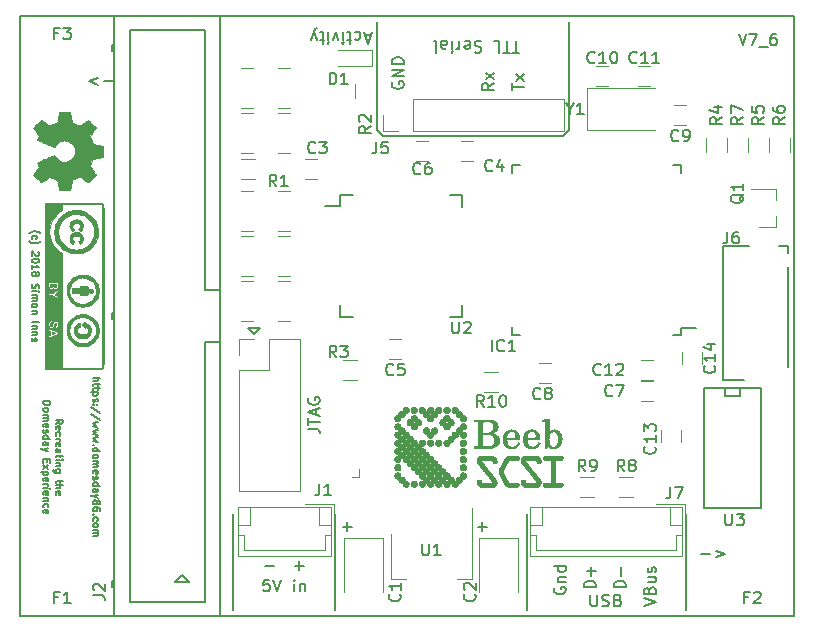
<source format=gbr>
G04 #@! TF.FileFunction,Legend,Top*
%FSLAX46Y46*%
G04 Gerber Fmt 4.6, Leading zero omitted, Abs format (unit mm)*
G04 Created by KiCad (PCBNEW 4.0.7) date 05/03/18 17:06:33*
%MOMM*%
%LPD*%
G01*
G04 APERTURE LIST*
%ADD10C,0.100000*%
%ADD11C,0.150000*%
%ADD12C,0.200000*%
%ADD13C,0.120000*%
%ADD14C,0.010000*%
G04 APERTURE END LIST*
D10*
D11*
X145653333Y-68540381D02*
X145986666Y-69540381D01*
X146320000Y-68540381D01*
X146558095Y-68540381D02*
X147224762Y-68540381D01*
X146796190Y-69540381D01*
X147367619Y-69635619D02*
X148129524Y-69635619D01*
X148796191Y-68540381D02*
X148605714Y-68540381D01*
X148510476Y-68588000D01*
X148462857Y-68635619D01*
X148367619Y-68778476D01*
X148320000Y-68968952D01*
X148320000Y-69349905D01*
X148367619Y-69445143D01*
X148415238Y-69492762D01*
X148510476Y-69540381D01*
X148700953Y-69540381D01*
X148796191Y-69492762D01*
X148843810Y-69445143D01*
X148891429Y-69349905D01*
X148891429Y-69111810D01*
X148843810Y-69016571D01*
X148796191Y-68968952D01*
X148700953Y-68921333D01*
X148510476Y-68921333D01*
X148415238Y-68968952D01*
X148367619Y-69016571D01*
X148320000Y-69111810D01*
X133104095Y-116038381D02*
X133104095Y-116847905D01*
X133151714Y-116943143D01*
X133199333Y-116990762D01*
X133294571Y-117038381D01*
X133485048Y-117038381D01*
X133580286Y-116990762D01*
X133627905Y-116943143D01*
X133675524Y-116847905D01*
X133675524Y-116038381D01*
X134104095Y-116990762D02*
X134246952Y-117038381D01*
X134485048Y-117038381D01*
X134580286Y-116990762D01*
X134627905Y-116943143D01*
X134675524Y-116847905D01*
X134675524Y-116752667D01*
X134627905Y-116657429D01*
X134580286Y-116609810D01*
X134485048Y-116562190D01*
X134294571Y-116514571D01*
X134199333Y-116466952D01*
X134151714Y-116419333D01*
X134104095Y-116324095D01*
X134104095Y-116228857D01*
X134151714Y-116133619D01*
X134199333Y-116086000D01*
X134294571Y-116038381D01*
X134532667Y-116038381D01*
X134675524Y-116086000D01*
X135437429Y-116514571D02*
X135580286Y-116562190D01*
X135627905Y-116609810D01*
X135675524Y-116705048D01*
X135675524Y-116847905D01*
X135627905Y-116943143D01*
X135580286Y-116990762D01*
X135485048Y-117038381D01*
X135104095Y-117038381D01*
X135104095Y-116038381D01*
X135437429Y-116038381D01*
X135532667Y-116086000D01*
X135580286Y-116133619D01*
X135627905Y-116228857D01*
X135627905Y-116324095D01*
X135580286Y-116419333D01*
X135532667Y-116466952D01*
X135437429Y-116514571D01*
X135104095Y-116514571D01*
X85606000Y-85444571D02*
X85634571Y-85415999D01*
X85720286Y-85358856D01*
X85777429Y-85330285D01*
X85863143Y-85301714D01*
X86006000Y-85273142D01*
X86120286Y-85273142D01*
X86263143Y-85301714D01*
X86348857Y-85330285D01*
X86406000Y-85358856D01*
X86491714Y-85415999D01*
X86520286Y-85444571D01*
X85863143Y-85930285D02*
X85834571Y-85873142D01*
X85834571Y-85758856D01*
X85863143Y-85701714D01*
X85891714Y-85673142D01*
X85948857Y-85644571D01*
X86120286Y-85644571D01*
X86177429Y-85673142D01*
X86206000Y-85701714D01*
X86234571Y-85758856D01*
X86234571Y-85873142D01*
X86206000Y-85930285D01*
X85606000Y-86130285D02*
X85634571Y-86158857D01*
X85720286Y-86216000D01*
X85777429Y-86244571D01*
X85863143Y-86273142D01*
X86006000Y-86301714D01*
X86120286Y-86301714D01*
X86263143Y-86273142D01*
X86348857Y-86244571D01*
X86406000Y-86216000D01*
X86491714Y-86158857D01*
X86520286Y-86130285D01*
X86377429Y-87016000D02*
X86406000Y-87044571D01*
X86434571Y-87101714D01*
X86434571Y-87244571D01*
X86406000Y-87301714D01*
X86377429Y-87330285D01*
X86320286Y-87358857D01*
X86263143Y-87358857D01*
X86177429Y-87330285D01*
X85834571Y-86987428D01*
X85834571Y-87358857D01*
X86434571Y-87730286D02*
X86434571Y-87787429D01*
X86406000Y-87844572D01*
X86377429Y-87873143D01*
X86320286Y-87901714D01*
X86206000Y-87930286D01*
X86063143Y-87930286D01*
X85948857Y-87901714D01*
X85891714Y-87873143D01*
X85863143Y-87844572D01*
X85834571Y-87787429D01*
X85834571Y-87730286D01*
X85863143Y-87673143D01*
X85891714Y-87644572D01*
X85948857Y-87616000D01*
X86063143Y-87587429D01*
X86206000Y-87587429D01*
X86320286Y-87616000D01*
X86377429Y-87644572D01*
X86406000Y-87673143D01*
X86434571Y-87730286D01*
X85834571Y-88501715D02*
X85834571Y-88158858D01*
X85834571Y-88330286D02*
X86434571Y-88330286D01*
X86348857Y-88273143D01*
X86291714Y-88216001D01*
X86263143Y-88158858D01*
X86177429Y-88844572D02*
X86206000Y-88787430D01*
X86234571Y-88758858D01*
X86291714Y-88730287D01*
X86320286Y-88730287D01*
X86377429Y-88758858D01*
X86406000Y-88787430D01*
X86434571Y-88844572D01*
X86434571Y-88958858D01*
X86406000Y-89016001D01*
X86377429Y-89044572D01*
X86320286Y-89073144D01*
X86291714Y-89073144D01*
X86234571Y-89044572D01*
X86206000Y-89016001D01*
X86177429Y-88958858D01*
X86177429Y-88844572D01*
X86148857Y-88787430D01*
X86120286Y-88758858D01*
X86063143Y-88730287D01*
X85948857Y-88730287D01*
X85891714Y-88758858D01*
X85863143Y-88787430D01*
X85834571Y-88844572D01*
X85834571Y-88958858D01*
X85863143Y-89016001D01*
X85891714Y-89044572D01*
X85948857Y-89073144D01*
X86063143Y-89073144D01*
X86120286Y-89044572D01*
X86148857Y-89016001D01*
X86177429Y-88958858D01*
X85863143Y-89758859D02*
X85834571Y-89844573D01*
X85834571Y-89987430D01*
X85863143Y-90044573D01*
X85891714Y-90073144D01*
X85948857Y-90101716D01*
X86006000Y-90101716D01*
X86063143Y-90073144D01*
X86091714Y-90044573D01*
X86120286Y-89987430D01*
X86148857Y-89873144D01*
X86177429Y-89816002D01*
X86206000Y-89787430D01*
X86263143Y-89758859D01*
X86320286Y-89758859D01*
X86377429Y-89787430D01*
X86406000Y-89816002D01*
X86434571Y-89873144D01*
X86434571Y-90016002D01*
X86406000Y-90101716D01*
X85834571Y-90358859D02*
X86234571Y-90358859D01*
X86434571Y-90358859D02*
X86406000Y-90330288D01*
X86377429Y-90358859D01*
X86406000Y-90387431D01*
X86434571Y-90358859D01*
X86377429Y-90358859D01*
X85834571Y-90644573D02*
X86234571Y-90644573D01*
X86177429Y-90644573D02*
X86206000Y-90673145D01*
X86234571Y-90730287D01*
X86234571Y-90816002D01*
X86206000Y-90873145D01*
X86148857Y-90901716D01*
X85834571Y-90901716D01*
X86148857Y-90901716D02*
X86206000Y-90930287D01*
X86234571Y-90987430D01*
X86234571Y-91073145D01*
X86206000Y-91130287D01*
X86148857Y-91158859D01*
X85834571Y-91158859D01*
X85834571Y-91530287D02*
X85863143Y-91473145D01*
X85891714Y-91444573D01*
X85948857Y-91416002D01*
X86120286Y-91416002D01*
X86177429Y-91444573D01*
X86206000Y-91473145D01*
X86234571Y-91530287D01*
X86234571Y-91616002D01*
X86206000Y-91673145D01*
X86177429Y-91701716D01*
X86120286Y-91730287D01*
X85948857Y-91730287D01*
X85891714Y-91701716D01*
X85863143Y-91673145D01*
X85834571Y-91616002D01*
X85834571Y-91530287D01*
X86234571Y-91987430D02*
X85834571Y-91987430D01*
X86177429Y-91987430D02*
X86206000Y-92016002D01*
X86234571Y-92073144D01*
X86234571Y-92158859D01*
X86206000Y-92216002D01*
X86148857Y-92244573D01*
X85834571Y-92244573D01*
X85834571Y-92987430D02*
X86434571Y-92987430D01*
X86234571Y-93273144D02*
X85834571Y-93273144D01*
X86177429Y-93273144D02*
X86206000Y-93301716D01*
X86234571Y-93358858D01*
X86234571Y-93444573D01*
X86206000Y-93501716D01*
X86148857Y-93530287D01*
X85834571Y-93530287D01*
X86234571Y-93816001D02*
X85834571Y-93816001D01*
X86177429Y-93816001D02*
X86206000Y-93844573D01*
X86234571Y-93901715D01*
X86234571Y-93987430D01*
X86206000Y-94044573D01*
X86148857Y-94073144D01*
X85834571Y-94073144D01*
X85863143Y-94330287D02*
X85834571Y-94387430D01*
X85834571Y-94501715D01*
X85863143Y-94558858D01*
X85920286Y-94587430D01*
X85948857Y-94587430D01*
X86006000Y-94558858D01*
X86034571Y-94501715D01*
X86034571Y-94416001D01*
X86063143Y-94358858D01*
X86120286Y-94330287D01*
X86148857Y-94330287D01*
X86206000Y-94358858D01*
X86234571Y-94416001D01*
X86234571Y-94501715D01*
X86206000Y-94558858D01*
X90982571Y-97694002D02*
X91582571Y-97694002D01*
X90982571Y-97951145D02*
X91296857Y-97951145D01*
X91354000Y-97922574D01*
X91382571Y-97865431D01*
X91382571Y-97779716D01*
X91354000Y-97722574D01*
X91325429Y-97694002D01*
X91382571Y-98151145D02*
X91382571Y-98379716D01*
X91582571Y-98236859D02*
X91068286Y-98236859D01*
X91011143Y-98265431D01*
X90982571Y-98322573D01*
X90982571Y-98379716D01*
X91382571Y-98494002D02*
X91382571Y-98722573D01*
X91582571Y-98579716D02*
X91068286Y-98579716D01*
X91011143Y-98608288D01*
X90982571Y-98665430D01*
X90982571Y-98722573D01*
X91382571Y-98922573D02*
X90782571Y-98922573D01*
X91354000Y-98922573D02*
X91382571Y-98979716D01*
X91382571Y-99094002D01*
X91354000Y-99151145D01*
X91325429Y-99179716D01*
X91268286Y-99208287D01*
X91096857Y-99208287D01*
X91039714Y-99179716D01*
X91011143Y-99151145D01*
X90982571Y-99094002D01*
X90982571Y-98979716D01*
X91011143Y-98922573D01*
X91011143Y-99436859D02*
X90982571Y-99494002D01*
X90982571Y-99608287D01*
X91011143Y-99665430D01*
X91068286Y-99694002D01*
X91096857Y-99694002D01*
X91154000Y-99665430D01*
X91182571Y-99608287D01*
X91182571Y-99522573D01*
X91211143Y-99465430D01*
X91268286Y-99436859D01*
X91296857Y-99436859D01*
X91354000Y-99465430D01*
X91382571Y-99522573D01*
X91382571Y-99608287D01*
X91354000Y-99665430D01*
X91039714Y-99951144D02*
X91011143Y-99979716D01*
X90982571Y-99951144D01*
X91011143Y-99922573D01*
X91039714Y-99951144D01*
X90982571Y-99951144D01*
X91354000Y-99951144D02*
X91325429Y-99979716D01*
X91296857Y-99951144D01*
X91325429Y-99922573D01*
X91354000Y-99951144D01*
X91296857Y-99951144D01*
X91611143Y-100665430D02*
X90839714Y-100151144D01*
X91611143Y-101294001D02*
X90839714Y-100779715D01*
X91382571Y-101436857D02*
X90982571Y-101551143D01*
X91268286Y-101665429D01*
X90982571Y-101779714D01*
X91382571Y-101894000D01*
X91382571Y-102065428D02*
X90982571Y-102179714D01*
X91268286Y-102294000D01*
X90982571Y-102408285D01*
X91382571Y-102522571D01*
X91382571Y-102693999D02*
X90982571Y-102808285D01*
X91268286Y-102922571D01*
X90982571Y-103036856D01*
X91382571Y-103151142D01*
X91039714Y-103379713D02*
X91011143Y-103408285D01*
X90982571Y-103379713D01*
X91011143Y-103351142D01*
X91039714Y-103379713D01*
X90982571Y-103379713D01*
X90982571Y-103922570D02*
X91582571Y-103922570D01*
X91011143Y-103922570D02*
X90982571Y-103865427D01*
X90982571Y-103751141D01*
X91011143Y-103693999D01*
X91039714Y-103665427D01*
X91096857Y-103636856D01*
X91268286Y-103636856D01*
X91325429Y-103665427D01*
X91354000Y-103693999D01*
X91382571Y-103751141D01*
X91382571Y-103865427D01*
X91354000Y-103922570D01*
X90982571Y-104293998D02*
X91011143Y-104236856D01*
X91039714Y-104208284D01*
X91096857Y-104179713D01*
X91268286Y-104179713D01*
X91325429Y-104208284D01*
X91354000Y-104236856D01*
X91382571Y-104293998D01*
X91382571Y-104379713D01*
X91354000Y-104436856D01*
X91325429Y-104465427D01*
X91268286Y-104493998D01*
X91096857Y-104493998D01*
X91039714Y-104465427D01*
X91011143Y-104436856D01*
X90982571Y-104379713D01*
X90982571Y-104293998D01*
X90982571Y-104751141D02*
X91382571Y-104751141D01*
X91325429Y-104751141D02*
X91354000Y-104779713D01*
X91382571Y-104836855D01*
X91382571Y-104922570D01*
X91354000Y-104979713D01*
X91296857Y-105008284D01*
X90982571Y-105008284D01*
X91296857Y-105008284D02*
X91354000Y-105036855D01*
X91382571Y-105093998D01*
X91382571Y-105179713D01*
X91354000Y-105236855D01*
X91296857Y-105265427D01*
X90982571Y-105265427D01*
X91011143Y-105779713D02*
X90982571Y-105722570D01*
X90982571Y-105608284D01*
X91011143Y-105551141D01*
X91068286Y-105522570D01*
X91296857Y-105522570D01*
X91354000Y-105551141D01*
X91382571Y-105608284D01*
X91382571Y-105722570D01*
X91354000Y-105779713D01*
X91296857Y-105808284D01*
X91239714Y-105808284D01*
X91182571Y-105522570D01*
X91011143Y-106036856D02*
X90982571Y-106093999D01*
X90982571Y-106208284D01*
X91011143Y-106265427D01*
X91068286Y-106293999D01*
X91096857Y-106293999D01*
X91154000Y-106265427D01*
X91182571Y-106208284D01*
X91182571Y-106122570D01*
X91211143Y-106065427D01*
X91268286Y-106036856D01*
X91296857Y-106036856D01*
X91354000Y-106065427D01*
X91382571Y-106122570D01*
X91382571Y-106208284D01*
X91354000Y-106265427D01*
X90982571Y-106808284D02*
X91582571Y-106808284D01*
X91011143Y-106808284D02*
X90982571Y-106751141D01*
X90982571Y-106636855D01*
X91011143Y-106579713D01*
X91039714Y-106551141D01*
X91096857Y-106522570D01*
X91268286Y-106522570D01*
X91325429Y-106551141D01*
X91354000Y-106579713D01*
X91382571Y-106636855D01*
X91382571Y-106751141D01*
X91354000Y-106808284D01*
X90982571Y-107351141D02*
X91296857Y-107351141D01*
X91354000Y-107322570D01*
X91382571Y-107265427D01*
X91382571Y-107151141D01*
X91354000Y-107093998D01*
X91011143Y-107351141D02*
X90982571Y-107293998D01*
X90982571Y-107151141D01*
X91011143Y-107093998D01*
X91068286Y-107065427D01*
X91125429Y-107065427D01*
X91182571Y-107093998D01*
X91211143Y-107151141D01*
X91211143Y-107293998D01*
X91239714Y-107351141D01*
X91382571Y-107579712D02*
X90982571Y-107722569D01*
X91382571Y-107865427D02*
X90982571Y-107722569D01*
X90839714Y-107665427D01*
X90811143Y-107636855D01*
X90782571Y-107579712D01*
X91325429Y-108179712D02*
X91354000Y-108122570D01*
X91382571Y-108093998D01*
X91439714Y-108065427D01*
X91468286Y-108065427D01*
X91525429Y-108093998D01*
X91554000Y-108122570D01*
X91582571Y-108179712D01*
X91582571Y-108293998D01*
X91554000Y-108351141D01*
X91525429Y-108379712D01*
X91468286Y-108408284D01*
X91439714Y-108408284D01*
X91382571Y-108379712D01*
X91354000Y-108351141D01*
X91325429Y-108293998D01*
X91325429Y-108179712D01*
X91296857Y-108122570D01*
X91268286Y-108093998D01*
X91211143Y-108065427D01*
X91096857Y-108065427D01*
X91039714Y-108093998D01*
X91011143Y-108122570D01*
X90982571Y-108179712D01*
X90982571Y-108293998D01*
X91011143Y-108351141D01*
X91039714Y-108379712D01*
X91096857Y-108408284D01*
X91211143Y-108408284D01*
X91268286Y-108379712D01*
X91296857Y-108351141D01*
X91325429Y-108293998D01*
X91582571Y-108922570D02*
X91582571Y-108808284D01*
X91554000Y-108751141D01*
X91525429Y-108722570D01*
X91439714Y-108665427D01*
X91325429Y-108636856D01*
X91096857Y-108636856D01*
X91039714Y-108665427D01*
X91011143Y-108693999D01*
X90982571Y-108751141D01*
X90982571Y-108865427D01*
X91011143Y-108922570D01*
X91039714Y-108951141D01*
X91096857Y-108979713D01*
X91239714Y-108979713D01*
X91296857Y-108951141D01*
X91325429Y-108922570D01*
X91354000Y-108865427D01*
X91354000Y-108751141D01*
X91325429Y-108693999D01*
X91296857Y-108665427D01*
X91239714Y-108636856D01*
X91039714Y-109236856D02*
X91011143Y-109265428D01*
X90982571Y-109236856D01*
X91011143Y-109208285D01*
X91039714Y-109236856D01*
X90982571Y-109236856D01*
X91011143Y-109779713D02*
X90982571Y-109722570D01*
X90982571Y-109608284D01*
X91011143Y-109551142D01*
X91039714Y-109522570D01*
X91096857Y-109493999D01*
X91268286Y-109493999D01*
X91325429Y-109522570D01*
X91354000Y-109551142D01*
X91382571Y-109608284D01*
X91382571Y-109722570D01*
X91354000Y-109779713D01*
X90982571Y-110122570D02*
X91011143Y-110065428D01*
X91039714Y-110036856D01*
X91096857Y-110008285D01*
X91268286Y-110008285D01*
X91325429Y-110036856D01*
X91354000Y-110065428D01*
X91382571Y-110122570D01*
X91382571Y-110208285D01*
X91354000Y-110265428D01*
X91325429Y-110293999D01*
X91268286Y-110322570D01*
X91096857Y-110322570D01*
X91039714Y-110293999D01*
X91011143Y-110265428D01*
X90982571Y-110208285D01*
X90982571Y-110122570D01*
X90982571Y-110579713D02*
X91382571Y-110579713D01*
X91325429Y-110579713D02*
X91354000Y-110608285D01*
X91382571Y-110665427D01*
X91382571Y-110751142D01*
X91354000Y-110808285D01*
X91296857Y-110836856D01*
X90982571Y-110836856D01*
X91296857Y-110836856D02*
X91354000Y-110865427D01*
X91382571Y-110922570D01*
X91382571Y-111008285D01*
X91354000Y-111065427D01*
X91296857Y-111093999D01*
X90982571Y-111093999D01*
X87832571Y-101565428D02*
X88118286Y-101365428D01*
X87832571Y-101222571D02*
X88432571Y-101222571D01*
X88432571Y-101451143D01*
X88404000Y-101508285D01*
X88375429Y-101536857D01*
X88318286Y-101565428D01*
X88232571Y-101565428D01*
X88175429Y-101536857D01*
X88146857Y-101508285D01*
X88118286Y-101451143D01*
X88118286Y-101222571D01*
X87861143Y-102051143D02*
X87832571Y-101994000D01*
X87832571Y-101879714D01*
X87861143Y-101822571D01*
X87918286Y-101794000D01*
X88146857Y-101794000D01*
X88204000Y-101822571D01*
X88232571Y-101879714D01*
X88232571Y-101994000D01*
X88204000Y-102051143D01*
X88146857Y-102079714D01*
X88089714Y-102079714D01*
X88032571Y-101794000D01*
X87861143Y-102594000D02*
X87832571Y-102536857D01*
X87832571Y-102422571D01*
X87861143Y-102365429D01*
X87889714Y-102336857D01*
X87946857Y-102308286D01*
X88118286Y-102308286D01*
X88175429Y-102336857D01*
X88204000Y-102365429D01*
X88232571Y-102422571D01*
X88232571Y-102536857D01*
X88204000Y-102594000D01*
X87832571Y-102851143D02*
X88232571Y-102851143D01*
X88118286Y-102851143D02*
X88175429Y-102879715D01*
X88204000Y-102908286D01*
X88232571Y-102965429D01*
X88232571Y-103022572D01*
X87861143Y-103451144D02*
X87832571Y-103394001D01*
X87832571Y-103279715D01*
X87861143Y-103222572D01*
X87918286Y-103194001D01*
X88146857Y-103194001D01*
X88204000Y-103222572D01*
X88232571Y-103279715D01*
X88232571Y-103394001D01*
X88204000Y-103451144D01*
X88146857Y-103479715D01*
X88089714Y-103479715D01*
X88032571Y-103194001D01*
X87832571Y-103994001D02*
X88146857Y-103994001D01*
X88204000Y-103965430D01*
X88232571Y-103908287D01*
X88232571Y-103794001D01*
X88204000Y-103736858D01*
X87861143Y-103994001D02*
X87832571Y-103936858D01*
X87832571Y-103794001D01*
X87861143Y-103736858D01*
X87918286Y-103708287D01*
X87975429Y-103708287D01*
X88032571Y-103736858D01*
X88061143Y-103794001D01*
X88061143Y-103936858D01*
X88089714Y-103994001D01*
X88232571Y-104194001D02*
X88232571Y-104422572D01*
X88432571Y-104279715D02*
X87918286Y-104279715D01*
X87861143Y-104308287D01*
X87832571Y-104365429D01*
X87832571Y-104422572D01*
X87832571Y-104622572D02*
X88232571Y-104622572D01*
X88432571Y-104622572D02*
X88404000Y-104594001D01*
X88375429Y-104622572D01*
X88404000Y-104651144D01*
X88432571Y-104622572D01*
X88375429Y-104622572D01*
X88232571Y-104908286D02*
X87832571Y-104908286D01*
X88175429Y-104908286D02*
X88204000Y-104936858D01*
X88232571Y-104994000D01*
X88232571Y-105079715D01*
X88204000Y-105136858D01*
X88146857Y-105165429D01*
X87832571Y-105165429D01*
X88232571Y-105708286D02*
X87746857Y-105708286D01*
X87689714Y-105679715D01*
X87661143Y-105651143D01*
X87632571Y-105594000D01*
X87632571Y-105508286D01*
X87661143Y-105451143D01*
X87861143Y-105708286D02*
X87832571Y-105651143D01*
X87832571Y-105536857D01*
X87861143Y-105479715D01*
X87889714Y-105451143D01*
X87946857Y-105422572D01*
X88118286Y-105422572D01*
X88175429Y-105451143D01*
X88204000Y-105479715D01*
X88232571Y-105536857D01*
X88232571Y-105651143D01*
X88204000Y-105708286D01*
X88232571Y-106365429D02*
X88232571Y-106594000D01*
X88432571Y-106451143D02*
X87918286Y-106451143D01*
X87861143Y-106479715D01*
X87832571Y-106536857D01*
X87832571Y-106594000D01*
X87832571Y-106794000D02*
X88432571Y-106794000D01*
X87832571Y-107051143D02*
X88146857Y-107051143D01*
X88204000Y-107022572D01*
X88232571Y-106965429D01*
X88232571Y-106879714D01*
X88204000Y-106822572D01*
X88175429Y-106794000D01*
X87861143Y-107565429D02*
X87832571Y-107508286D01*
X87832571Y-107394000D01*
X87861143Y-107336857D01*
X87918286Y-107308286D01*
X88146857Y-107308286D01*
X88204000Y-107336857D01*
X88232571Y-107394000D01*
X88232571Y-107508286D01*
X88204000Y-107565429D01*
X88146857Y-107594000D01*
X88089714Y-107594000D01*
X88032571Y-107308286D01*
X86782571Y-99651143D02*
X87382571Y-99651143D01*
X87382571Y-99794000D01*
X87354000Y-99879715D01*
X87296857Y-99936857D01*
X87239714Y-99965429D01*
X87125429Y-99994000D01*
X87039714Y-99994000D01*
X86925429Y-99965429D01*
X86868286Y-99936857D01*
X86811143Y-99879715D01*
X86782571Y-99794000D01*
X86782571Y-99651143D01*
X86782571Y-100336857D02*
X86811143Y-100279715D01*
X86839714Y-100251143D01*
X86896857Y-100222572D01*
X87068286Y-100222572D01*
X87125429Y-100251143D01*
X87154000Y-100279715D01*
X87182571Y-100336857D01*
X87182571Y-100422572D01*
X87154000Y-100479715D01*
X87125429Y-100508286D01*
X87068286Y-100536857D01*
X86896857Y-100536857D01*
X86839714Y-100508286D01*
X86811143Y-100479715D01*
X86782571Y-100422572D01*
X86782571Y-100336857D01*
X86782571Y-100794000D02*
X87182571Y-100794000D01*
X87125429Y-100794000D02*
X87154000Y-100822572D01*
X87182571Y-100879714D01*
X87182571Y-100965429D01*
X87154000Y-101022572D01*
X87096857Y-101051143D01*
X86782571Y-101051143D01*
X87096857Y-101051143D02*
X87154000Y-101079714D01*
X87182571Y-101136857D01*
X87182571Y-101222572D01*
X87154000Y-101279714D01*
X87096857Y-101308286D01*
X86782571Y-101308286D01*
X86811143Y-101822572D02*
X86782571Y-101765429D01*
X86782571Y-101651143D01*
X86811143Y-101594000D01*
X86868286Y-101565429D01*
X87096857Y-101565429D01*
X87154000Y-101594000D01*
X87182571Y-101651143D01*
X87182571Y-101765429D01*
X87154000Y-101822572D01*
X87096857Y-101851143D01*
X87039714Y-101851143D01*
X86982571Y-101565429D01*
X86811143Y-102079715D02*
X86782571Y-102136858D01*
X86782571Y-102251143D01*
X86811143Y-102308286D01*
X86868286Y-102336858D01*
X86896857Y-102336858D01*
X86954000Y-102308286D01*
X86982571Y-102251143D01*
X86982571Y-102165429D01*
X87011143Y-102108286D01*
X87068286Y-102079715D01*
X87096857Y-102079715D01*
X87154000Y-102108286D01*
X87182571Y-102165429D01*
X87182571Y-102251143D01*
X87154000Y-102308286D01*
X86782571Y-102851143D02*
X87382571Y-102851143D01*
X86811143Y-102851143D02*
X86782571Y-102794000D01*
X86782571Y-102679714D01*
X86811143Y-102622572D01*
X86839714Y-102594000D01*
X86896857Y-102565429D01*
X87068286Y-102565429D01*
X87125429Y-102594000D01*
X87154000Y-102622572D01*
X87182571Y-102679714D01*
X87182571Y-102794000D01*
X87154000Y-102851143D01*
X86782571Y-103394000D02*
X87096857Y-103394000D01*
X87154000Y-103365429D01*
X87182571Y-103308286D01*
X87182571Y-103194000D01*
X87154000Y-103136857D01*
X86811143Y-103394000D02*
X86782571Y-103336857D01*
X86782571Y-103194000D01*
X86811143Y-103136857D01*
X86868286Y-103108286D01*
X86925429Y-103108286D01*
X86982571Y-103136857D01*
X87011143Y-103194000D01*
X87011143Y-103336857D01*
X87039714Y-103394000D01*
X87182571Y-103622571D02*
X86782571Y-103765428D01*
X87182571Y-103908286D02*
X86782571Y-103765428D01*
X86639714Y-103708286D01*
X86611143Y-103679714D01*
X86582571Y-103622571D01*
X87096857Y-104594000D02*
X87096857Y-104794000D01*
X86782571Y-104879714D02*
X86782571Y-104594000D01*
X87382571Y-104594000D01*
X87382571Y-104879714D01*
X86782571Y-105079714D02*
X87182571Y-105394000D01*
X87182571Y-105079714D02*
X86782571Y-105394000D01*
X87182571Y-105622571D02*
X86582571Y-105622571D01*
X87154000Y-105622571D02*
X87182571Y-105679714D01*
X87182571Y-105794000D01*
X87154000Y-105851143D01*
X87125429Y-105879714D01*
X87068286Y-105908285D01*
X86896857Y-105908285D01*
X86839714Y-105879714D01*
X86811143Y-105851143D01*
X86782571Y-105794000D01*
X86782571Y-105679714D01*
X86811143Y-105622571D01*
X86811143Y-106394000D02*
X86782571Y-106336857D01*
X86782571Y-106222571D01*
X86811143Y-106165428D01*
X86868286Y-106136857D01*
X87096857Y-106136857D01*
X87154000Y-106165428D01*
X87182571Y-106222571D01*
X87182571Y-106336857D01*
X87154000Y-106394000D01*
X87096857Y-106422571D01*
X87039714Y-106422571D01*
X86982571Y-106136857D01*
X86782571Y-106679714D02*
X87182571Y-106679714D01*
X87068286Y-106679714D02*
X87125429Y-106708286D01*
X87154000Y-106736857D01*
X87182571Y-106794000D01*
X87182571Y-106851143D01*
X86782571Y-107051143D02*
X87182571Y-107051143D01*
X87382571Y-107051143D02*
X87354000Y-107022572D01*
X87325429Y-107051143D01*
X87354000Y-107079715D01*
X87382571Y-107051143D01*
X87325429Y-107051143D01*
X86811143Y-107565429D02*
X86782571Y-107508286D01*
X86782571Y-107394000D01*
X86811143Y-107336857D01*
X86868286Y-107308286D01*
X87096857Y-107308286D01*
X87154000Y-107336857D01*
X87182571Y-107394000D01*
X87182571Y-107508286D01*
X87154000Y-107565429D01*
X87096857Y-107594000D01*
X87039714Y-107594000D01*
X86982571Y-107308286D01*
X87182571Y-107851143D02*
X86782571Y-107851143D01*
X87125429Y-107851143D02*
X87154000Y-107879715D01*
X87182571Y-107936857D01*
X87182571Y-108022572D01*
X87154000Y-108079715D01*
X87096857Y-108108286D01*
X86782571Y-108108286D01*
X86811143Y-108651143D02*
X86782571Y-108594000D01*
X86782571Y-108479714D01*
X86811143Y-108422572D01*
X86839714Y-108394000D01*
X86896857Y-108365429D01*
X87068286Y-108365429D01*
X87125429Y-108394000D01*
X87154000Y-108422572D01*
X87182571Y-108479714D01*
X87182571Y-108594000D01*
X87154000Y-108651143D01*
X86811143Y-109136858D02*
X86782571Y-109079715D01*
X86782571Y-108965429D01*
X86811143Y-108908286D01*
X86868286Y-108879715D01*
X87096857Y-108879715D01*
X87154000Y-108908286D01*
X87182571Y-108965429D01*
X87182571Y-109079715D01*
X87154000Y-109136858D01*
X87096857Y-109165429D01*
X87039714Y-109165429D01*
X86982571Y-108879715D01*
D12*
X105156000Y-93472000D02*
X104648000Y-93980000D01*
X104140000Y-93472000D02*
X105156000Y-93472000D01*
X104648000Y-93980000D02*
X104140000Y-93472000D01*
D11*
X109180381Y-102004666D02*
X109894667Y-102004666D01*
X110037524Y-102052286D01*
X110132762Y-102147524D01*
X110180381Y-102290381D01*
X110180381Y-102385619D01*
X109180381Y-101671333D02*
X109180381Y-101099904D01*
X110180381Y-101385619D02*
X109180381Y-101385619D01*
X109894667Y-100814190D02*
X109894667Y-100337999D01*
X110180381Y-100909428D02*
X109180381Y-100576095D01*
X110180381Y-100242761D01*
X109228000Y-99385618D02*
X109180381Y-99480856D01*
X109180381Y-99623713D01*
X109228000Y-99766571D01*
X109323238Y-99861809D01*
X109418476Y-99909428D01*
X109608952Y-99957047D01*
X109751810Y-99957047D01*
X109942286Y-99909428D01*
X110037524Y-99861809D01*
X110132762Y-99766571D01*
X110180381Y-99623713D01*
X110180381Y-99528475D01*
X110132762Y-99385618D01*
X110085143Y-99337999D01*
X109751810Y-99337999D01*
X109751810Y-99528475D01*
X114490191Y-68667333D02*
X114014000Y-68667333D01*
X114585429Y-68381619D02*
X114252096Y-69381619D01*
X113918762Y-68381619D01*
X113156857Y-68429238D02*
X113252095Y-68381619D01*
X113442572Y-68381619D01*
X113537810Y-68429238D01*
X113585429Y-68476857D01*
X113633048Y-68572095D01*
X113633048Y-68857810D01*
X113585429Y-68953048D01*
X113537810Y-69000667D01*
X113442572Y-69048286D01*
X113252095Y-69048286D01*
X113156857Y-69000667D01*
X112871143Y-69048286D02*
X112490191Y-69048286D01*
X112728286Y-69381619D02*
X112728286Y-68524476D01*
X112680667Y-68429238D01*
X112585429Y-68381619D01*
X112490191Y-68381619D01*
X112156857Y-68381619D02*
X112156857Y-69048286D01*
X112156857Y-69381619D02*
X112204476Y-69334000D01*
X112156857Y-69286381D01*
X112109238Y-69334000D01*
X112156857Y-69381619D01*
X112156857Y-69286381D01*
X111775905Y-69048286D02*
X111537810Y-68381619D01*
X111299714Y-69048286D01*
X110918762Y-68381619D02*
X110918762Y-69048286D01*
X110918762Y-69381619D02*
X110966381Y-69334000D01*
X110918762Y-69286381D01*
X110871143Y-69334000D01*
X110918762Y-69381619D01*
X110918762Y-69286381D01*
X110585429Y-69048286D02*
X110204477Y-69048286D01*
X110442572Y-69381619D02*
X110442572Y-68524476D01*
X110394953Y-68429238D01*
X110299715Y-68381619D01*
X110204477Y-68381619D01*
X109966381Y-69048286D02*
X109728286Y-68381619D01*
X109490190Y-69048286D02*
X109728286Y-68381619D01*
X109823524Y-68143524D01*
X109871143Y-68095905D01*
X109966381Y-68048286D01*
X126452381Y-73334476D02*
X126452381Y-72763047D01*
X127452381Y-73048762D02*
X126452381Y-73048762D01*
X127452381Y-72524952D02*
X126785714Y-72001142D01*
X126785714Y-72524952D02*
X127452381Y-72001142D01*
X127063048Y-70143619D02*
X126491619Y-70143619D01*
X126777334Y-69143619D02*
X126777334Y-70143619D01*
X126301143Y-70143619D02*
X125729714Y-70143619D01*
X126015429Y-69143619D02*
X126015429Y-70143619D01*
X124920190Y-69143619D02*
X125396381Y-69143619D01*
X125396381Y-70143619D01*
X123872571Y-69191238D02*
X123729714Y-69143619D01*
X123491618Y-69143619D01*
X123396380Y-69191238D01*
X123348761Y-69238857D01*
X123301142Y-69334095D01*
X123301142Y-69429333D01*
X123348761Y-69524571D01*
X123396380Y-69572190D01*
X123491618Y-69619810D01*
X123682095Y-69667429D01*
X123777333Y-69715048D01*
X123824952Y-69762667D01*
X123872571Y-69857905D01*
X123872571Y-69953143D01*
X123824952Y-70048381D01*
X123777333Y-70096000D01*
X123682095Y-70143619D01*
X123443999Y-70143619D01*
X123301142Y-70096000D01*
X122491618Y-69191238D02*
X122586856Y-69143619D01*
X122777333Y-69143619D01*
X122872571Y-69191238D01*
X122920190Y-69286476D01*
X122920190Y-69667429D01*
X122872571Y-69762667D01*
X122777333Y-69810286D01*
X122586856Y-69810286D01*
X122491618Y-69762667D01*
X122443999Y-69667429D01*
X122443999Y-69572190D01*
X122920190Y-69476952D01*
X122015428Y-69143619D02*
X122015428Y-69810286D01*
X122015428Y-69619810D02*
X121967809Y-69715048D01*
X121920190Y-69762667D01*
X121824952Y-69810286D01*
X121729713Y-69810286D01*
X121396380Y-69143619D02*
X121396380Y-69810286D01*
X121396380Y-70143619D02*
X121443999Y-70096000D01*
X121396380Y-70048381D01*
X121348761Y-70096000D01*
X121396380Y-70143619D01*
X121396380Y-70048381D01*
X120491618Y-69143619D02*
X120491618Y-69667429D01*
X120539237Y-69762667D01*
X120634475Y-69810286D01*
X120824952Y-69810286D01*
X120920190Y-69762667D01*
X120491618Y-69191238D02*
X120586856Y-69143619D01*
X120824952Y-69143619D01*
X120920190Y-69191238D01*
X120967809Y-69286476D01*
X120967809Y-69381714D01*
X120920190Y-69476952D01*
X120824952Y-69524571D01*
X120586856Y-69524571D01*
X120491618Y-69572190D01*
X119872571Y-69143619D02*
X119967809Y-69191238D01*
X120015428Y-69286476D01*
X120015428Y-70143619D01*
X124912381Y-72739238D02*
X124436190Y-73072572D01*
X124912381Y-73310667D02*
X123912381Y-73310667D01*
X123912381Y-72929714D01*
X123960000Y-72834476D01*
X124007619Y-72786857D01*
X124102857Y-72739238D01*
X124245714Y-72739238D01*
X124340952Y-72786857D01*
X124388571Y-72834476D01*
X124436190Y-72929714D01*
X124436190Y-73310667D01*
X124912381Y-72405905D02*
X124245714Y-71882095D01*
X124245714Y-72405905D02*
X124912381Y-71882095D01*
X105926096Y-114768381D02*
X105449905Y-114768381D01*
X105402286Y-115244571D01*
X105449905Y-115196952D01*
X105545143Y-115149333D01*
X105783239Y-115149333D01*
X105878477Y-115196952D01*
X105926096Y-115244571D01*
X105973715Y-115339810D01*
X105973715Y-115577905D01*
X105926096Y-115673143D01*
X105878477Y-115720762D01*
X105783239Y-115768381D01*
X105545143Y-115768381D01*
X105449905Y-115720762D01*
X105402286Y-115673143D01*
X106259429Y-114768381D02*
X106592762Y-115768381D01*
X106926096Y-114768381D01*
X108021334Y-115768381D02*
X108021334Y-115101714D01*
X108021334Y-114768381D02*
X107973715Y-114816000D01*
X108021334Y-114863619D01*
X108068953Y-114816000D01*
X108021334Y-114768381D01*
X108021334Y-114863619D01*
X108497524Y-115101714D02*
X108497524Y-115768381D01*
X108497524Y-115196952D02*
X108545143Y-115149333D01*
X108640381Y-115101714D01*
X108783239Y-115101714D01*
X108878477Y-115149333D01*
X108926096Y-115244571D01*
X108926096Y-115768381D01*
X105537048Y-113609429D02*
X106298953Y-113609429D01*
X108077048Y-113609429D02*
X108838953Y-113609429D01*
X108458001Y-113990381D02*
X108458001Y-113228476D01*
X116340000Y-72643904D02*
X116292381Y-72739142D01*
X116292381Y-72881999D01*
X116340000Y-73024857D01*
X116435238Y-73120095D01*
X116530476Y-73167714D01*
X116720952Y-73215333D01*
X116863810Y-73215333D01*
X117054286Y-73167714D01*
X117149524Y-73120095D01*
X117244762Y-73024857D01*
X117292381Y-72881999D01*
X117292381Y-72786761D01*
X117244762Y-72643904D01*
X117197143Y-72596285D01*
X116863810Y-72596285D01*
X116863810Y-72786761D01*
X117292381Y-72167714D02*
X116292381Y-72167714D01*
X117292381Y-71596285D01*
X116292381Y-71596285D01*
X117292381Y-71120095D02*
X116292381Y-71120095D01*
X116292381Y-70882000D01*
X116340000Y-70739142D01*
X116435238Y-70643904D01*
X116530476Y-70596285D01*
X116720952Y-70548666D01*
X116863810Y-70548666D01*
X117054286Y-70596285D01*
X117149524Y-70643904D01*
X117244762Y-70739142D01*
X117292381Y-70882000D01*
X117292381Y-71120095D01*
X137628381Y-117006476D02*
X138628381Y-116673143D01*
X137628381Y-116339809D01*
X138104571Y-115673142D02*
X138152190Y-115530285D01*
X138199810Y-115482666D01*
X138295048Y-115435047D01*
X138437905Y-115435047D01*
X138533143Y-115482666D01*
X138580762Y-115530285D01*
X138628381Y-115625523D01*
X138628381Y-116006476D01*
X137628381Y-116006476D01*
X137628381Y-115673142D01*
X137676000Y-115577904D01*
X137723619Y-115530285D01*
X137818857Y-115482666D01*
X137914095Y-115482666D01*
X138009333Y-115530285D01*
X138056952Y-115577904D01*
X138104571Y-115673142D01*
X138104571Y-116006476D01*
X137961714Y-114577904D02*
X138628381Y-114577904D01*
X137961714Y-115006476D02*
X138485524Y-115006476D01*
X138580762Y-114958857D01*
X138628381Y-114863619D01*
X138628381Y-114720761D01*
X138580762Y-114625523D01*
X138533143Y-114577904D01*
X138580762Y-114149333D02*
X138628381Y-114054095D01*
X138628381Y-113863619D01*
X138580762Y-113768380D01*
X138485524Y-113720761D01*
X138437905Y-113720761D01*
X138342667Y-113768380D01*
X138295048Y-113863619D01*
X138295048Y-114006476D01*
X138247429Y-114101714D01*
X138152190Y-114149333D01*
X138104571Y-114149333D01*
X138009333Y-114101714D01*
X137961714Y-114006476D01*
X137961714Y-113863619D01*
X138009333Y-113768380D01*
X136088381Y-115434952D02*
X135088381Y-115434952D01*
X135088381Y-115196857D01*
X135136000Y-115053999D01*
X135231238Y-114958761D01*
X135326476Y-114911142D01*
X135516952Y-114863523D01*
X135659810Y-114863523D01*
X135850286Y-114911142D01*
X135945524Y-114958761D01*
X136040762Y-115053999D01*
X136088381Y-115196857D01*
X136088381Y-115434952D01*
X135707429Y-114434952D02*
X135707429Y-113673047D01*
X133548381Y-115434952D02*
X132548381Y-115434952D01*
X132548381Y-115196857D01*
X132596000Y-115053999D01*
X132691238Y-114958761D01*
X132786476Y-114911142D01*
X132976952Y-114863523D01*
X133119810Y-114863523D01*
X133310286Y-114911142D01*
X133405524Y-114958761D01*
X133500762Y-115053999D01*
X133548381Y-115196857D01*
X133548381Y-115434952D01*
X133167429Y-114434952D02*
X133167429Y-113673047D01*
X133548381Y-114053999D02*
X132786476Y-114053999D01*
X130056000Y-115450857D02*
X130008381Y-115546095D01*
X130008381Y-115688952D01*
X130056000Y-115831810D01*
X130151238Y-115927048D01*
X130246476Y-115974667D01*
X130436952Y-116022286D01*
X130579810Y-116022286D01*
X130770286Y-115974667D01*
X130865524Y-115927048D01*
X130960762Y-115831810D01*
X131008381Y-115688952D01*
X131008381Y-115593714D01*
X130960762Y-115450857D01*
X130913143Y-115403238D01*
X130579810Y-115403238D01*
X130579810Y-115593714D01*
X130341714Y-114974667D02*
X131008381Y-114974667D01*
X130436952Y-114974667D02*
X130389333Y-114927048D01*
X130341714Y-114831810D01*
X130341714Y-114688952D01*
X130389333Y-114593714D01*
X130484571Y-114546095D01*
X131008381Y-114546095D01*
X131008381Y-113641333D02*
X130008381Y-113641333D01*
X130960762Y-113641333D02*
X131008381Y-113736571D01*
X131008381Y-113927048D01*
X130960762Y-114022286D01*
X130913143Y-114069905D01*
X130817905Y-114117524D01*
X130532190Y-114117524D01*
X130436952Y-114069905D01*
X130389333Y-114022286D01*
X130341714Y-113927048D01*
X130341714Y-113736571D01*
X130389333Y-113641333D01*
D12*
X141224000Y-109220000D02*
X141224000Y-117348000D01*
X127762000Y-109220000D02*
X127762000Y-117348000D01*
X111506000Y-109220000D02*
X111506000Y-117348000D01*
X102870000Y-117348000D02*
X102870000Y-109220000D01*
X131318000Y-76708000D02*
X131318000Y-67564000D01*
X130810000Y-77216000D02*
X131318000Y-76708000D01*
X115570000Y-77216000D02*
X130810000Y-77216000D01*
X115062000Y-76708000D02*
X115570000Y-77216000D01*
X115062000Y-67564000D02*
X115062000Y-76708000D01*
D11*
X123571048Y-110307429D02*
X124332953Y-110307429D01*
X123952001Y-110688381D02*
X123952001Y-109926476D01*
X84836000Y-117856000D02*
X84836000Y-67056000D01*
X150368000Y-117856000D02*
X84836000Y-117856000D01*
X150368000Y-67056000D02*
X150368000Y-117856000D01*
X84836000Y-67056000D02*
X150368000Y-67056000D01*
X142510000Y-112593429D02*
X143271905Y-112593429D01*
X143748095Y-112307714D02*
X144510000Y-112593429D01*
X143748095Y-112879143D01*
X92694000Y-72572571D02*
X91932095Y-72572571D01*
X91455905Y-72858286D02*
X90694000Y-72572571D01*
X91455905Y-72286857D01*
X112141048Y-110307429D02*
X112902953Y-110307429D01*
X112522001Y-110688381D02*
X112522001Y-109926476D01*
D13*
X138590000Y-73130000D02*
X132840000Y-73130000D01*
X132840000Y-73130000D02*
X132840000Y-76730000D01*
X132840000Y-76730000D02*
X138590000Y-76730000D01*
X115569000Y-111246000D02*
X115569000Y-115796000D01*
X112269000Y-111246000D02*
X112269000Y-115796000D01*
X115569000Y-111246000D02*
X112269000Y-111246000D01*
X126999000Y-111246000D02*
X126999000Y-115796000D01*
X123699000Y-111246000D02*
X123699000Y-115796000D01*
X126999000Y-111246000D02*
X123699000Y-111246000D01*
X109974000Y-79160000D02*
X108974000Y-79160000D01*
X108974000Y-80860000D02*
X109974000Y-80860000D01*
X122182000Y-79336000D02*
X123182000Y-79336000D01*
X123182000Y-77636000D02*
X122182000Y-77636000D01*
X116086000Y-96100000D02*
X117086000Y-96100000D01*
X117086000Y-94400000D02*
X116086000Y-94400000D01*
X119372000Y-77636000D02*
X118372000Y-77636000D01*
X118372000Y-79336000D02*
X119372000Y-79336000D01*
X137422000Y-99656000D02*
X138422000Y-99656000D01*
X138422000Y-97956000D02*
X137422000Y-97956000D01*
X129786000Y-96432000D02*
X128786000Y-96432000D01*
X128786000Y-98132000D02*
X129786000Y-98132000D01*
X140216000Y-76288000D02*
X141216000Y-76288000D01*
X141216000Y-74588000D02*
X140216000Y-74588000D01*
X134612000Y-71286000D02*
X133612000Y-71286000D01*
X133612000Y-72986000D02*
X134612000Y-72986000D01*
X137168000Y-72986000D02*
X138168000Y-72986000D01*
X138168000Y-71286000D02*
X137168000Y-71286000D01*
X138422000Y-96178000D02*
X137422000Y-96178000D01*
X137422000Y-97878000D02*
X138422000Y-97878000D01*
X140804000Y-103116000D02*
X140804000Y-102116000D01*
X139104000Y-102116000D02*
X139104000Y-103116000D01*
X114576000Y-71312000D02*
X114576000Y-69912000D01*
X114576000Y-69912000D02*
X111776000Y-69912000D01*
X114576000Y-71312000D02*
X111776000Y-71312000D01*
D11*
X140779000Y-94043000D02*
X140779000Y-93468000D01*
X126429000Y-94043000D02*
X126429000Y-93368000D01*
X126429000Y-79693000D02*
X126429000Y-80368000D01*
X140779000Y-79693000D02*
X140779000Y-80368000D01*
X140779000Y-94043000D02*
X140104000Y-94043000D01*
X140779000Y-79693000D02*
X140104000Y-79693000D01*
X126429000Y-79693000D02*
X127104000Y-79693000D01*
X126429000Y-94043000D02*
X127104000Y-94043000D01*
X140779000Y-93468000D02*
X142054000Y-93468000D01*
D13*
X148842000Y-84892000D02*
X148842000Y-83962000D01*
X148842000Y-81732000D02*
X148842000Y-82662000D01*
X148842000Y-81732000D02*
X146682000Y-81732000D01*
X148842000Y-84892000D02*
X147382000Y-84892000D01*
X103540000Y-79130000D02*
X104740000Y-79130000D01*
X104740000Y-80890000D02*
X103540000Y-80890000D01*
X114926000Y-72806000D02*
X114926000Y-74006000D01*
X113166000Y-74006000D02*
X113166000Y-72806000D01*
X112176000Y-96148000D02*
X113376000Y-96148000D01*
X113376000Y-97908000D02*
X112176000Y-97908000D01*
X142884000Y-78578000D02*
X142884000Y-77378000D01*
X144644000Y-77378000D02*
X144644000Y-78578000D01*
X146440000Y-78578000D02*
X146440000Y-77378000D01*
X148200000Y-77378000D02*
X148200000Y-78578000D01*
X148218000Y-78578000D02*
X148218000Y-77378000D01*
X149978000Y-77378000D02*
X149978000Y-78578000D01*
X144662000Y-78578000D02*
X144662000Y-77378000D01*
X146422000Y-77378000D02*
X146422000Y-78578000D01*
X116224000Y-114686000D02*
X117484000Y-114686000D01*
X123044000Y-114686000D02*
X121784000Y-114686000D01*
X116224000Y-110926000D02*
X116224000Y-114686000D01*
X123044000Y-108676000D02*
X123044000Y-114686000D01*
D11*
X147574000Y-108712000D02*
X142748000Y-108712000D01*
X142748000Y-108712000D02*
X142748000Y-98552000D01*
X142748000Y-98552000D02*
X147574000Y-98552000D01*
X147574000Y-98552000D02*
X147574000Y-108712000D01*
X145796000Y-98552000D02*
X145796000Y-99187000D01*
X145796000Y-99187000D02*
X144526000Y-99187000D01*
X144526000Y-99187000D02*
X144526000Y-98552000D01*
X149809200Y-87122000D02*
X149809200Y-86487000D01*
X149809200Y-86487000D02*
X149072600Y-86487000D01*
X149809200Y-96774000D02*
X149809200Y-88341200D01*
X144322800Y-97891600D02*
X146100800Y-97891600D01*
X144322800Y-86487000D02*
X146532600Y-86487000D01*
X144322800Y-97891600D02*
X144322800Y-86487000D01*
X111919000Y-82201000D02*
X111919000Y-83151000D01*
X122269000Y-82201000D02*
X122269000Y-83251000D01*
X122269000Y-92551000D02*
X122269000Y-91501000D01*
X111919000Y-92551000D02*
X111919000Y-91501000D01*
X111919000Y-82201000D02*
X112969000Y-82201000D01*
X111919000Y-92551000D02*
X112969000Y-92551000D01*
X122269000Y-92551000D02*
X121219000Y-92551000D01*
X122269000Y-82201000D02*
X121219000Y-82201000D01*
X111919000Y-83151000D02*
X110644000Y-83151000D01*
D13*
X103318000Y-107248000D02*
X108518000Y-107248000D01*
X103318000Y-97028000D02*
X103318000Y-107248000D01*
X108518000Y-94428000D02*
X108518000Y-107248000D01*
X103318000Y-97028000D02*
X105918000Y-97028000D01*
X105918000Y-97028000D02*
X105918000Y-94428000D01*
X105918000Y-94428000D02*
X108518000Y-94428000D01*
X103318000Y-95758000D02*
X103318000Y-94428000D01*
X103318000Y-94428000D02*
X104648000Y-94428000D01*
X113538000Y-106045000D02*
X112903000Y-106045000D01*
X113538000Y-105410000D02*
X113538000Y-106045000D01*
X104513000Y-78642000D02*
X103513000Y-78642000D01*
X104513000Y-75282000D02*
X103513000Y-75282000D01*
X106688000Y-75282000D02*
X107688000Y-75282000D01*
X106688000Y-78642000D02*
X107688000Y-78642000D01*
X104513000Y-74832000D02*
X103513000Y-74832000D01*
X104513000Y-71472000D02*
X103513000Y-71472000D01*
X106688000Y-71472000D02*
X107688000Y-71472000D01*
X106688000Y-74832000D02*
X107688000Y-74832000D01*
X104513000Y-89056000D02*
X103513000Y-89056000D01*
X104513000Y-85696000D02*
X103513000Y-85696000D01*
X106688000Y-85696000D02*
X107688000Y-85696000D01*
X106688000Y-89056000D02*
X107688000Y-89056000D01*
X104513000Y-85246000D02*
X103513000Y-85246000D01*
X104513000Y-81886000D02*
X103513000Y-81886000D01*
X106688000Y-81886000D02*
X107688000Y-81886000D01*
X106688000Y-85246000D02*
X107688000Y-85246000D01*
X104513000Y-92866000D02*
X103513000Y-92866000D01*
X104513000Y-89506000D02*
X103513000Y-89506000D01*
X106688000Y-89506000D02*
X107688000Y-89506000D01*
X106688000Y-92866000D02*
X107688000Y-92866000D01*
X111108000Y-112748000D02*
X111108000Y-108648000D01*
X111108000Y-108648000D02*
X103308000Y-108648000D01*
X103308000Y-108648000D02*
X103308000Y-112748000D01*
X103308000Y-112748000D02*
X111108000Y-112748000D01*
X111108000Y-110998000D02*
X110608000Y-110998000D01*
X110608000Y-110998000D02*
X110608000Y-112248000D01*
X110608000Y-112248000D02*
X103808000Y-112248000D01*
X103808000Y-112248000D02*
X103808000Y-110998000D01*
X103808000Y-110998000D02*
X103308000Y-110998000D01*
X111108000Y-110148000D02*
X110108000Y-110148000D01*
X110108000Y-110148000D02*
X110108000Y-108648000D01*
X103308000Y-110148000D02*
X104308000Y-110148000D01*
X104308000Y-110148000D02*
X104308000Y-108648000D01*
X111408000Y-110848000D02*
X111408000Y-108348000D01*
X111408000Y-108348000D02*
X108908000Y-108348000D01*
D11*
X101752000Y-117846000D02*
X92812000Y-117846000D01*
X92812000Y-117846000D02*
X92812000Y-67066000D01*
X92812000Y-67066000D02*
X101752000Y-67066000D01*
X101752000Y-67066000D02*
X101752000Y-117846000D01*
X101752000Y-94681000D02*
X100452000Y-94681000D01*
X100452000Y-94681000D02*
X100452000Y-116646000D01*
X100452000Y-116646000D02*
X94112000Y-116646000D01*
X94112000Y-116646000D02*
X94112000Y-68266000D01*
X94112000Y-68266000D02*
X100452000Y-68266000D01*
X100452000Y-68266000D02*
X100452000Y-90231000D01*
X100452000Y-90231000D02*
X101752000Y-90231000D01*
X92812000Y-92706000D02*
X92612000Y-92706000D01*
X92612000Y-92706000D02*
X92612000Y-92206000D01*
X92612000Y-92206000D02*
X92812000Y-92206000D01*
X92712000Y-92706000D02*
X92712000Y-92206000D01*
X92812000Y-69986000D02*
X92612000Y-69986000D01*
X92612000Y-69986000D02*
X92612000Y-69486000D01*
X92612000Y-69486000D02*
X92812000Y-69486000D01*
X92712000Y-69986000D02*
X92712000Y-69486000D01*
X92812000Y-115426000D02*
X92612000Y-115426000D01*
X92612000Y-115426000D02*
X92612000Y-114926000D01*
X92612000Y-114926000D02*
X92812000Y-114926000D01*
X92712000Y-115426000D02*
X92712000Y-114926000D01*
X99152000Y-114976000D02*
X97952000Y-114976000D01*
X97952000Y-114976000D02*
X98552000Y-114376000D01*
X98552000Y-114376000D02*
X99152000Y-114976000D01*
D13*
X130870000Y-76768000D02*
X130870000Y-74108000D01*
X118110000Y-76768000D02*
X130870000Y-76768000D01*
X118110000Y-74108000D02*
X130870000Y-74108000D01*
X118110000Y-76768000D02*
X118110000Y-74108000D01*
X116840000Y-76768000D02*
X115510000Y-76768000D01*
X115510000Y-76768000D02*
X115510000Y-75438000D01*
X142582000Y-96512000D02*
X142582000Y-95512000D01*
X140882000Y-95512000D02*
X140882000Y-96512000D01*
X140826000Y-112748000D02*
X140826000Y-108648000D01*
X140826000Y-108648000D02*
X128026000Y-108648000D01*
X128026000Y-108648000D02*
X128026000Y-112748000D01*
X128026000Y-112748000D02*
X140826000Y-112748000D01*
X140826000Y-110998000D02*
X140326000Y-110998000D01*
X140326000Y-110998000D02*
X140326000Y-112248000D01*
X140326000Y-112248000D02*
X128526000Y-112248000D01*
X128526000Y-112248000D02*
X128526000Y-110998000D01*
X128526000Y-110998000D02*
X128026000Y-110998000D01*
X140826000Y-110148000D02*
X139826000Y-110148000D01*
X139826000Y-110148000D02*
X139826000Y-108648000D01*
X128026000Y-110148000D02*
X129026000Y-110148000D01*
X129026000Y-110148000D02*
X129026000Y-108648000D01*
X141126000Y-110848000D02*
X141126000Y-108348000D01*
X141126000Y-108348000D02*
X138626000Y-108348000D01*
X136744000Y-107814000D02*
X135544000Y-107814000D01*
X135544000Y-106054000D02*
X136744000Y-106054000D01*
X132242000Y-106054000D02*
X133442000Y-106054000D01*
X133442000Y-107814000D02*
X132242000Y-107814000D01*
X124114000Y-97164000D02*
X125314000Y-97164000D01*
X125314000Y-98924000D02*
X124114000Y-98924000D01*
D14*
G36*
X116781529Y-105697777D02*
X116794366Y-105697997D01*
X116804343Y-105698447D01*
X116812339Y-105699195D01*
X116819232Y-105700309D01*
X116825901Y-105701857D01*
X116828912Y-105702671D01*
X116863517Y-105714522D01*
X116895204Y-105729930D01*
X116923866Y-105748788D01*
X116949398Y-105770992D01*
X116971693Y-105796435D01*
X116990646Y-105825012D01*
X117006152Y-105856616D01*
X117018103Y-105891141D01*
X117018384Y-105892143D01*
X117020139Y-105898986D01*
X117021430Y-105905675D01*
X117022327Y-105913090D01*
X117022896Y-105922110D01*
X117023207Y-105933612D01*
X117023326Y-105948476D01*
X117023336Y-105956100D01*
X117023174Y-105975525D01*
X117022579Y-105991373D01*
X117021383Y-106004680D01*
X117019420Y-106016481D01*
X117016522Y-106027810D01*
X117012523Y-106039702D01*
X117007958Y-106051459D01*
X117002537Y-106064882D01*
X117015959Y-106059460D01*
X117029203Y-106054353D01*
X117040973Y-106050495D01*
X117052304Y-106047718D01*
X117064230Y-106045855D01*
X117077787Y-106044740D01*
X117094008Y-106044205D01*
X117111318Y-106044083D01*
X117127893Y-106044141D01*
X117140730Y-106044361D01*
X117150707Y-106044811D01*
X117158702Y-106045559D01*
X117165596Y-106046673D01*
X117172265Y-106048221D01*
X117175275Y-106049035D01*
X117209881Y-106060885D01*
X117241567Y-106076293D01*
X117270230Y-106095152D01*
X117295761Y-106117356D01*
X117318057Y-106142799D01*
X117337010Y-106171375D01*
X117352515Y-106202979D01*
X117364467Y-106237505D01*
X117364747Y-106238507D01*
X117366502Y-106245349D01*
X117367794Y-106252039D01*
X117368691Y-106259454D01*
X117369260Y-106268473D01*
X117369570Y-106279976D01*
X117369690Y-106294840D01*
X117369699Y-106302464D01*
X117369538Y-106321888D01*
X117368943Y-106337736D01*
X117367747Y-106351044D01*
X117365784Y-106362844D01*
X117362886Y-106374173D01*
X117358887Y-106386065D01*
X117354322Y-106397823D01*
X117348900Y-106411245D01*
X117362323Y-106405824D01*
X117375566Y-106400717D01*
X117387336Y-106396859D01*
X117398667Y-106394081D01*
X117410594Y-106392218D01*
X117424150Y-106391103D01*
X117440372Y-106390569D01*
X117457682Y-106390446D01*
X117474257Y-106390505D01*
X117487093Y-106390725D01*
X117497070Y-106391175D01*
X117505066Y-106391923D01*
X117511959Y-106393036D01*
X117518629Y-106394584D01*
X117521639Y-106395398D01*
X117556244Y-106407249D01*
X117587931Y-106422657D01*
X117616593Y-106441516D01*
X117642125Y-106463719D01*
X117664420Y-106489163D01*
X117683374Y-106517739D01*
X117698879Y-106549343D01*
X117710830Y-106583868D01*
X117711111Y-106584870D01*
X117712866Y-106591713D01*
X117714158Y-106598403D01*
X117715054Y-106605818D01*
X117715624Y-106614837D01*
X117715934Y-106626339D01*
X117716053Y-106641203D01*
X117716063Y-106648828D01*
X117716005Y-106665403D01*
X117715785Y-106678240D01*
X117715335Y-106688216D01*
X117714587Y-106696212D01*
X117713473Y-106703105D01*
X117711925Y-106709775D01*
X117711111Y-106712785D01*
X117699284Y-106747276D01*
X117683876Y-106778926D01*
X117665026Y-106807597D01*
X117642870Y-106833152D01*
X117617544Y-106855456D01*
X117589185Y-106874371D01*
X117557930Y-106889760D01*
X117523916Y-106901488D01*
X117521639Y-106902113D01*
X117510294Y-106904371D01*
X117495559Y-106906120D01*
X117478633Y-106907328D01*
X117460721Y-106907964D01*
X117443023Y-106907996D01*
X117426742Y-106907392D01*
X117413079Y-106906121D01*
X117407163Y-106905135D01*
X117373555Y-106895945D01*
X117341988Y-106882809D01*
X117312752Y-106865983D01*
X117286133Y-106845724D01*
X117262419Y-106822286D01*
X117241899Y-106795926D01*
X117224860Y-106766900D01*
X117211591Y-106735463D01*
X117209650Y-106729646D01*
X117204660Y-106712563D01*
X117201203Y-106696647D01*
X117199114Y-106680534D01*
X117198226Y-106662858D01*
X117198373Y-106642256D01*
X117198499Y-106638051D01*
X117199655Y-106616704D01*
X117201763Y-106598531D01*
X117205091Y-106582137D01*
X117209904Y-106566130D01*
X117214678Y-106553469D01*
X117220099Y-106540046D01*
X117206677Y-106545468D01*
X117193433Y-106550575D01*
X117181663Y-106554433D01*
X117170332Y-106557210D01*
X117158406Y-106559073D01*
X117144849Y-106560188D01*
X117128627Y-106560723D01*
X117111318Y-106560845D01*
X117094743Y-106560787D01*
X117081906Y-106560567D01*
X117071929Y-106560117D01*
X117063933Y-106559369D01*
X117057040Y-106558255D01*
X117050371Y-106556707D01*
X117047360Y-106555894D01*
X117012755Y-106544043D01*
X116981068Y-106528635D01*
X116952406Y-106509776D01*
X116926874Y-106487572D01*
X116904579Y-106462129D01*
X116885626Y-106433553D01*
X116870120Y-106401949D01*
X116858169Y-106367423D01*
X116857888Y-106366421D01*
X116856134Y-106359579D01*
X116854842Y-106352889D01*
X116853945Y-106345474D01*
X116853376Y-106336455D01*
X116853065Y-106324952D01*
X116852946Y-106310088D01*
X116852936Y-106302464D01*
X116853098Y-106283040D01*
X116853693Y-106267192D01*
X116854889Y-106253884D01*
X116856852Y-106242084D01*
X116859750Y-106230755D01*
X116863749Y-106218863D01*
X116868314Y-106207105D01*
X116873735Y-106193683D01*
X116860313Y-106199104D01*
X116847069Y-106204211D01*
X116835299Y-106208070D01*
X116823968Y-106210847D01*
X116812042Y-106212710D01*
X116798485Y-106213825D01*
X116782264Y-106214359D01*
X116764954Y-106214482D01*
X116748379Y-106214424D01*
X116735542Y-106214203D01*
X116725565Y-106213753D01*
X116717570Y-106213006D01*
X116710677Y-106211892D01*
X116704007Y-106210344D01*
X116700997Y-106209530D01*
X116666391Y-106197679D01*
X116634705Y-106182271D01*
X116606043Y-106163413D01*
X116580511Y-106141209D01*
X116558215Y-106115766D01*
X116539262Y-106087189D01*
X116523757Y-106055585D01*
X116511806Y-106021060D01*
X116511525Y-106020058D01*
X116509770Y-106013215D01*
X116508478Y-106006526D01*
X116507582Y-105999110D01*
X116507012Y-105990091D01*
X116506702Y-105978589D01*
X116506582Y-105963725D01*
X116506573Y-105956100D01*
X116506631Y-105939525D01*
X116506851Y-105926688D01*
X116507301Y-105916712D01*
X116508049Y-105908716D01*
X116509163Y-105901823D01*
X116510711Y-105895153D01*
X116511525Y-105892143D01*
X116523376Y-105857538D01*
X116538783Y-105825851D01*
X116557642Y-105797189D01*
X116579846Y-105771657D01*
X116605289Y-105749362D01*
X116633866Y-105730408D01*
X116665469Y-105714903D01*
X116699995Y-105702952D01*
X116700997Y-105702671D01*
X116707840Y-105700916D01*
X116714529Y-105699624D01*
X116721944Y-105698728D01*
X116730964Y-105698158D01*
X116742466Y-105697848D01*
X116757330Y-105697729D01*
X116764954Y-105697719D01*
X116781529Y-105697777D01*
X116781529Y-105697777D01*
G37*
X116781529Y-105697777D02*
X116794366Y-105697997D01*
X116804343Y-105698447D01*
X116812339Y-105699195D01*
X116819232Y-105700309D01*
X116825901Y-105701857D01*
X116828912Y-105702671D01*
X116863517Y-105714522D01*
X116895204Y-105729930D01*
X116923866Y-105748788D01*
X116949398Y-105770992D01*
X116971693Y-105796435D01*
X116990646Y-105825012D01*
X117006152Y-105856616D01*
X117018103Y-105891141D01*
X117018384Y-105892143D01*
X117020139Y-105898986D01*
X117021430Y-105905675D01*
X117022327Y-105913090D01*
X117022896Y-105922110D01*
X117023207Y-105933612D01*
X117023326Y-105948476D01*
X117023336Y-105956100D01*
X117023174Y-105975525D01*
X117022579Y-105991373D01*
X117021383Y-106004680D01*
X117019420Y-106016481D01*
X117016522Y-106027810D01*
X117012523Y-106039702D01*
X117007958Y-106051459D01*
X117002537Y-106064882D01*
X117015959Y-106059460D01*
X117029203Y-106054353D01*
X117040973Y-106050495D01*
X117052304Y-106047718D01*
X117064230Y-106045855D01*
X117077787Y-106044740D01*
X117094008Y-106044205D01*
X117111318Y-106044083D01*
X117127893Y-106044141D01*
X117140730Y-106044361D01*
X117150707Y-106044811D01*
X117158702Y-106045559D01*
X117165596Y-106046673D01*
X117172265Y-106048221D01*
X117175275Y-106049035D01*
X117209881Y-106060885D01*
X117241567Y-106076293D01*
X117270230Y-106095152D01*
X117295761Y-106117356D01*
X117318057Y-106142799D01*
X117337010Y-106171375D01*
X117352515Y-106202979D01*
X117364467Y-106237505D01*
X117364747Y-106238507D01*
X117366502Y-106245349D01*
X117367794Y-106252039D01*
X117368691Y-106259454D01*
X117369260Y-106268473D01*
X117369570Y-106279976D01*
X117369690Y-106294840D01*
X117369699Y-106302464D01*
X117369538Y-106321888D01*
X117368943Y-106337736D01*
X117367747Y-106351044D01*
X117365784Y-106362844D01*
X117362886Y-106374173D01*
X117358887Y-106386065D01*
X117354322Y-106397823D01*
X117348900Y-106411245D01*
X117362323Y-106405824D01*
X117375566Y-106400717D01*
X117387336Y-106396859D01*
X117398667Y-106394081D01*
X117410594Y-106392218D01*
X117424150Y-106391103D01*
X117440372Y-106390569D01*
X117457682Y-106390446D01*
X117474257Y-106390505D01*
X117487093Y-106390725D01*
X117497070Y-106391175D01*
X117505066Y-106391923D01*
X117511959Y-106393036D01*
X117518629Y-106394584D01*
X117521639Y-106395398D01*
X117556244Y-106407249D01*
X117587931Y-106422657D01*
X117616593Y-106441516D01*
X117642125Y-106463719D01*
X117664420Y-106489163D01*
X117683374Y-106517739D01*
X117698879Y-106549343D01*
X117710830Y-106583868D01*
X117711111Y-106584870D01*
X117712866Y-106591713D01*
X117714158Y-106598403D01*
X117715054Y-106605818D01*
X117715624Y-106614837D01*
X117715934Y-106626339D01*
X117716053Y-106641203D01*
X117716063Y-106648828D01*
X117716005Y-106665403D01*
X117715785Y-106678240D01*
X117715335Y-106688216D01*
X117714587Y-106696212D01*
X117713473Y-106703105D01*
X117711925Y-106709775D01*
X117711111Y-106712785D01*
X117699284Y-106747276D01*
X117683876Y-106778926D01*
X117665026Y-106807597D01*
X117642870Y-106833152D01*
X117617544Y-106855456D01*
X117589185Y-106874371D01*
X117557930Y-106889760D01*
X117523916Y-106901488D01*
X117521639Y-106902113D01*
X117510294Y-106904371D01*
X117495559Y-106906120D01*
X117478633Y-106907328D01*
X117460721Y-106907964D01*
X117443023Y-106907996D01*
X117426742Y-106907392D01*
X117413079Y-106906121D01*
X117407163Y-106905135D01*
X117373555Y-106895945D01*
X117341988Y-106882809D01*
X117312752Y-106865983D01*
X117286133Y-106845724D01*
X117262419Y-106822286D01*
X117241899Y-106795926D01*
X117224860Y-106766900D01*
X117211591Y-106735463D01*
X117209650Y-106729646D01*
X117204660Y-106712563D01*
X117201203Y-106696647D01*
X117199114Y-106680534D01*
X117198226Y-106662858D01*
X117198373Y-106642256D01*
X117198499Y-106638051D01*
X117199655Y-106616704D01*
X117201763Y-106598531D01*
X117205091Y-106582137D01*
X117209904Y-106566130D01*
X117214678Y-106553469D01*
X117220099Y-106540046D01*
X117206677Y-106545468D01*
X117193433Y-106550575D01*
X117181663Y-106554433D01*
X117170332Y-106557210D01*
X117158406Y-106559073D01*
X117144849Y-106560188D01*
X117128627Y-106560723D01*
X117111318Y-106560845D01*
X117094743Y-106560787D01*
X117081906Y-106560567D01*
X117071929Y-106560117D01*
X117063933Y-106559369D01*
X117057040Y-106558255D01*
X117050371Y-106556707D01*
X117047360Y-106555894D01*
X117012755Y-106544043D01*
X116981068Y-106528635D01*
X116952406Y-106509776D01*
X116926874Y-106487572D01*
X116904579Y-106462129D01*
X116885626Y-106433553D01*
X116870120Y-106401949D01*
X116858169Y-106367423D01*
X116857888Y-106366421D01*
X116856134Y-106359579D01*
X116854842Y-106352889D01*
X116853945Y-106345474D01*
X116853376Y-106336455D01*
X116853065Y-106324952D01*
X116852946Y-106310088D01*
X116852936Y-106302464D01*
X116853098Y-106283040D01*
X116853693Y-106267192D01*
X116854889Y-106253884D01*
X116856852Y-106242084D01*
X116859750Y-106230755D01*
X116863749Y-106218863D01*
X116868314Y-106207105D01*
X116873735Y-106193683D01*
X116860313Y-106199104D01*
X116847069Y-106204211D01*
X116835299Y-106208070D01*
X116823968Y-106210847D01*
X116812042Y-106212710D01*
X116798485Y-106213825D01*
X116782264Y-106214359D01*
X116764954Y-106214482D01*
X116748379Y-106214424D01*
X116735542Y-106214203D01*
X116725565Y-106213753D01*
X116717570Y-106213006D01*
X116710677Y-106211892D01*
X116704007Y-106210344D01*
X116700997Y-106209530D01*
X116666391Y-106197679D01*
X116634705Y-106182271D01*
X116606043Y-106163413D01*
X116580511Y-106141209D01*
X116558215Y-106115766D01*
X116539262Y-106087189D01*
X116523757Y-106055585D01*
X116511806Y-106021060D01*
X116511525Y-106020058D01*
X116509770Y-106013215D01*
X116508478Y-106006526D01*
X116507582Y-105999110D01*
X116507012Y-105990091D01*
X116506702Y-105978589D01*
X116506582Y-105963725D01*
X116506573Y-105956100D01*
X116506631Y-105939525D01*
X116506851Y-105926688D01*
X116507301Y-105916712D01*
X116508049Y-105908716D01*
X116509163Y-105901823D01*
X116510711Y-105895153D01*
X116511525Y-105892143D01*
X116523376Y-105857538D01*
X116538783Y-105825851D01*
X116557642Y-105797189D01*
X116579846Y-105771657D01*
X116605289Y-105749362D01*
X116633866Y-105730408D01*
X116665469Y-105714903D01*
X116699995Y-105702952D01*
X116700997Y-105702671D01*
X116707840Y-105700916D01*
X116714529Y-105699624D01*
X116721944Y-105698728D01*
X116730964Y-105698158D01*
X116742466Y-105697848D01*
X116757330Y-105697729D01*
X116764954Y-105697719D01*
X116781529Y-105697777D01*
G36*
X118166984Y-106390505D02*
X118179821Y-106390725D01*
X118189798Y-106391175D01*
X118197793Y-106391923D01*
X118204686Y-106393036D01*
X118211356Y-106394584D01*
X118214366Y-106395398D01*
X118248972Y-106407249D01*
X118280658Y-106422657D01*
X118309320Y-106441516D01*
X118334852Y-106463719D01*
X118357148Y-106489163D01*
X118376101Y-106517739D01*
X118391606Y-106549343D01*
X118403557Y-106583868D01*
X118403838Y-106584870D01*
X118405593Y-106591713D01*
X118406885Y-106598403D01*
X118407781Y-106605818D01*
X118408351Y-106614837D01*
X118408661Y-106626339D01*
X118408781Y-106641203D01*
X118408790Y-106648828D01*
X118408732Y-106665403D01*
X118408512Y-106678240D01*
X118408062Y-106688216D01*
X118407314Y-106696212D01*
X118406200Y-106703105D01*
X118404652Y-106709775D01*
X118403838Y-106712785D01*
X118392011Y-106747276D01*
X118376604Y-106778926D01*
X118357754Y-106807597D01*
X118335597Y-106833152D01*
X118310271Y-106855456D01*
X118281912Y-106874371D01*
X118250657Y-106889760D01*
X118216643Y-106901488D01*
X118214366Y-106902113D01*
X118203022Y-106904371D01*
X118188286Y-106906120D01*
X118171361Y-106907328D01*
X118153448Y-106907964D01*
X118135750Y-106907996D01*
X118119469Y-106907392D01*
X118105806Y-106906121D01*
X118099890Y-106905135D01*
X118066548Y-106896004D01*
X118035217Y-106882952D01*
X118006177Y-106866269D01*
X117979708Y-106846245D01*
X117956090Y-106823169D01*
X117935604Y-106797331D01*
X117918528Y-106769019D01*
X117905144Y-106738524D01*
X117895731Y-106706135D01*
X117892888Y-106691160D01*
X117891464Y-106677756D01*
X117890838Y-106661485D01*
X117890957Y-106643643D01*
X117891770Y-106625528D01*
X117893224Y-106608436D01*
X117895268Y-106593663D01*
X117897160Y-106584870D01*
X117908553Y-106550797D01*
X117923644Y-106519430D01*
X117942288Y-106490914D01*
X117964341Y-106465394D01*
X117989660Y-106443015D01*
X118018099Y-106423919D01*
X118049515Y-106408253D01*
X118083763Y-106396160D01*
X118086451Y-106395398D01*
X118093294Y-106393643D01*
X118099984Y-106392352D01*
X118107399Y-106391455D01*
X118116418Y-106390886D01*
X118127920Y-106390575D01*
X118142784Y-106390456D01*
X118150409Y-106390446D01*
X118166984Y-106390505D01*
X118166984Y-106390505D01*
G37*
X118166984Y-106390505D02*
X118179821Y-106390725D01*
X118189798Y-106391175D01*
X118197793Y-106391923D01*
X118204686Y-106393036D01*
X118211356Y-106394584D01*
X118214366Y-106395398D01*
X118248972Y-106407249D01*
X118280658Y-106422657D01*
X118309320Y-106441516D01*
X118334852Y-106463719D01*
X118357148Y-106489163D01*
X118376101Y-106517739D01*
X118391606Y-106549343D01*
X118403557Y-106583868D01*
X118403838Y-106584870D01*
X118405593Y-106591713D01*
X118406885Y-106598403D01*
X118407781Y-106605818D01*
X118408351Y-106614837D01*
X118408661Y-106626339D01*
X118408781Y-106641203D01*
X118408790Y-106648828D01*
X118408732Y-106665403D01*
X118408512Y-106678240D01*
X118408062Y-106688216D01*
X118407314Y-106696212D01*
X118406200Y-106703105D01*
X118404652Y-106709775D01*
X118403838Y-106712785D01*
X118392011Y-106747276D01*
X118376604Y-106778926D01*
X118357754Y-106807597D01*
X118335597Y-106833152D01*
X118310271Y-106855456D01*
X118281912Y-106874371D01*
X118250657Y-106889760D01*
X118216643Y-106901488D01*
X118214366Y-106902113D01*
X118203022Y-106904371D01*
X118188286Y-106906120D01*
X118171361Y-106907328D01*
X118153448Y-106907964D01*
X118135750Y-106907996D01*
X118119469Y-106907392D01*
X118105806Y-106906121D01*
X118099890Y-106905135D01*
X118066548Y-106896004D01*
X118035217Y-106882952D01*
X118006177Y-106866269D01*
X117979708Y-106846245D01*
X117956090Y-106823169D01*
X117935604Y-106797331D01*
X117918528Y-106769019D01*
X117905144Y-106738524D01*
X117895731Y-106706135D01*
X117892888Y-106691160D01*
X117891464Y-106677756D01*
X117890838Y-106661485D01*
X117890957Y-106643643D01*
X117891770Y-106625528D01*
X117893224Y-106608436D01*
X117895268Y-106593663D01*
X117897160Y-106584870D01*
X117908553Y-106550797D01*
X117923644Y-106519430D01*
X117942288Y-106490914D01*
X117964341Y-106465394D01*
X117989660Y-106443015D01*
X118018099Y-106423919D01*
X118049515Y-106408253D01*
X118083763Y-106396160D01*
X118086451Y-106395398D01*
X118093294Y-106393643D01*
X118099984Y-106392352D01*
X118107399Y-106391455D01*
X118116418Y-106390886D01*
X118127920Y-106390575D01*
X118142784Y-106390456D01*
X118150409Y-106390446D01*
X118166984Y-106390505D01*
G36*
X116781529Y-101541414D02*
X116794366Y-101541634D01*
X116804343Y-101542084D01*
X116812339Y-101542832D01*
X116819232Y-101543946D01*
X116825901Y-101545493D01*
X116828912Y-101546307D01*
X116863517Y-101558158D01*
X116895204Y-101573566D01*
X116923866Y-101592425D01*
X116949398Y-101614628D01*
X116971693Y-101640072D01*
X116990646Y-101668648D01*
X117006152Y-101700252D01*
X117018103Y-101734778D01*
X117018384Y-101735779D01*
X117020139Y-101742622D01*
X117021430Y-101749312D01*
X117022327Y-101756727D01*
X117022896Y-101765746D01*
X117023207Y-101777248D01*
X117023326Y-101792112D01*
X117023336Y-101799737D01*
X117023174Y-101819161D01*
X117022579Y-101835009D01*
X117021383Y-101848316D01*
X117019420Y-101860117D01*
X117016522Y-101871446D01*
X117012523Y-101883338D01*
X117007958Y-101895096D01*
X117002537Y-101908518D01*
X117015959Y-101903096D01*
X117029203Y-101897990D01*
X117040973Y-101894131D01*
X117052304Y-101891354D01*
X117064230Y-101889491D01*
X117077787Y-101888376D01*
X117094008Y-101887841D01*
X117111318Y-101887719D01*
X117127893Y-101887777D01*
X117140730Y-101887997D01*
X117150707Y-101888447D01*
X117158702Y-101889195D01*
X117165596Y-101890309D01*
X117172265Y-101891857D01*
X117175275Y-101892671D01*
X117209881Y-101904522D01*
X117241567Y-101919930D01*
X117270230Y-101938788D01*
X117295761Y-101960992D01*
X117318057Y-101986435D01*
X117337010Y-102015012D01*
X117352515Y-102046616D01*
X117364467Y-102081141D01*
X117364747Y-102082143D01*
X117366502Y-102088986D01*
X117367794Y-102095675D01*
X117368691Y-102103090D01*
X117369260Y-102112110D01*
X117369570Y-102123612D01*
X117369690Y-102138476D01*
X117369699Y-102146100D01*
X117369538Y-102165525D01*
X117368943Y-102181373D01*
X117367747Y-102194680D01*
X117365784Y-102206481D01*
X117362886Y-102217810D01*
X117358887Y-102229702D01*
X117354322Y-102241459D01*
X117348900Y-102254882D01*
X117362323Y-102249460D01*
X117375566Y-102244353D01*
X117387336Y-102240495D01*
X117398667Y-102237718D01*
X117410594Y-102235855D01*
X117424150Y-102234740D01*
X117440372Y-102234205D01*
X117457682Y-102234083D01*
X117474257Y-102234141D01*
X117487093Y-102234361D01*
X117497070Y-102234811D01*
X117505066Y-102235559D01*
X117511959Y-102236673D01*
X117518629Y-102238221D01*
X117521639Y-102239035D01*
X117556244Y-102250885D01*
X117587931Y-102266293D01*
X117616593Y-102285152D01*
X117642125Y-102307356D01*
X117664420Y-102332799D01*
X117683374Y-102361375D01*
X117698879Y-102392979D01*
X117710830Y-102427505D01*
X117711111Y-102428507D01*
X117712866Y-102435349D01*
X117714158Y-102442039D01*
X117715054Y-102449454D01*
X117715624Y-102458473D01*
X117715934Y-102469976D01*
X117716053Y-102484840D01*
X117716063Y-102492464D01*
X117715902Y-102511888D01*
X117715306Y-102527736D01*
X117714111Y-102541044D01*
X117712147Y-102552844D01*
X117709249Y-102564173D01*
X117705250Y-102576065D01*
X117700685Y-102587823D01*
X117695264Y-102601245D01*
X117708686Y-102595824D01*
X117721930Y-102590717D01*
X117733700Y-102586859D01*
X117745031Y-102584081D01*
X117756957Y-102582218D01*
X117770514Y-102581103D01*
X117786736Y-102580569D01*
X117804045Y-102580446D01*
X117820620Y-102580505D01*
X117833457Y-102580725D01*
X117843434Y-102581175D01*
X117851430Y-102581923D01*
X117858323Y-102583036D01*
X117864992Y-102584584D01*
X117868003Y-102585398D01*
X117902608Y-102597249D01*
X117934295Y-102612657D01*
X117962957Y-102631516D01*
X117988489Y-102653719D01*
X118010784Y-102679163D01*
X118029737Y-102707739D01*
X118045243Y-102739343D01*
X118057194Y-102773868D01*
X118057475Y-102774870D01*
X118059229Y-102781713D01*
X118060521Y-102788403D01*
X118061418Y-102795818D01*
X118061987Y-102804837D01*
X118062298Y-102816339D01*
X118062417Y-102831203D01*
X118062427Y-102838828D01*
X118062265Y-102858252D01*
X118061670Y-102874100D01*
X118060474Y-102887407D01*
X118058511Y-102899208D01*
X118055613Y-102910537D01*
X118051614Y-102922429D01*
X118047049Y-102934187D01*
X118041628Y-102947609D01*
X118055050Y-102942187D01*
X118068294Y-102937081D01*
X118080064Y-102933222D01*
X118091395Y-102930445D01*
X118103321Y-102928582D01*
X118116878Y-102927467D01*
X118133099Y-102926932D01*
X118150409Y-102926810D01*
X118166984Y-102926868D01*
X118179821Y-102927088D01*
X118189798Y-102927538D01*
X118197793Y-102928286D01*
X118204686Y-102929400D01*
X118211356Y-102930948D01*
X118214366Y-102931762D01*
X118248972Y-102943613D01*
X118280658Y-102959020D01*
X118309320Y-102977879D01*
X118334852Y-103000083D01*
X118357148Y-103025526D01*
X118376101Y-103054103D01*
X118391606Y-103085707D01*
X118403557Y-103120232D01*
X118403838Y-103121234D01*
X118405593Y-103128077D01*
X118406885Y-103134766D01*
X118407781Y-103142181D01*
X118408351Y-103151201D01*
X118408661Y-103162703D01*
X118408781Y-103177567D01*
X118408790Y-103185191D01*
X118408629Y-103204615D01*
X118408034Y-103220464D01*
X118406838Y-103233771D01*
X118404874Y-103245572D01*
X118401977Y-103256901D01*
X118397978Y-103268792D01*
X118393413Y-103280550D01*
X118387991Y-103293973D01*
X118401414Y-103288551D01*
X118414657Y-103283444D01*
X118426427Y-103279586D01*
X118437758Y-103276809D01*
X118449685Y-103274946D01*
X118463241Y-103273831D01*
X118479463Y-103273296D01*
X118496772Y-103273174D01*
X118516197Y-103273335D01*
X118532045Y-103273930D01*
X118545352Y-103275126D01*
X118557153Y-103277089D01*
X118568482Y-103279987D01*
X118580374Y-103283986D01*
X118592131Y-103288551D01*
X118605554Y-103293973D01*
X118600132Y-103280550D01*
X118595025Y-103267306D01*
X118591167Y-103255536D01*
X118588390Y-103244205D01*
X118586527Y-103232279D01*
X118585412Y-103218722D01*
X118584877Y-103202501D01*
X118584755Y-103185191D01*
X118584813Y-103168616D01*
X118585033Y-103155779D01*
X118585483Y-103145803D01*
X118586231Y-103137807D01*
X118587345Y-103130914D01*
X118588893Y-103124244D01*
X118589707Y-103121234D01*
X118601557Y-103086629D01*
X118616965Y-103054942D01*
X118635824Y-103026280D01*
X118658028Y-103000748D01*
X118683471Y-102978452D01*
X118712047Y-102959499D01*
X118743651Y-102943994D01*
X118778177Y-102932043D01*
X118779179Y-102931762D01*
X118786021Y-102930007D01*
X118792711Y-102928715D01*
X118800126Y-102927819D01*
X118809145Y-102927249D01*
X118820648Y-102926939D01*
X118835512Y-102926819D01*
X118843136Y-102926810D01*
X118859711Y-102926868D01*
X118872548Y-102927088D01*
X118882525Y-102927538D01*
X118890521Y-102928286D01*
X118897414Y-102929400D01*
X118904083Y-102930948D01*
X118907093Y-102931762D01*
X118941699Y-102943613D01*
X118973386Y-102959020D01*
X119002048Y-102977879D01*
X119027579Y-103000083D01*
X119049875Y-103025526D01*
X119068828Y-103054103D01*
X119084333Y-103085707D01*
X119096285Y-103120232D01*
X119096566Y-103121234D01*
X119098320Y-103128077D01*
X119099612Y-103134766D01*
X119100509Y-103142181D01*
X119101078Y-103151201D01*
X119101389Y-103162703D01*
X119101508Y-103177567D01*
X119101517Y-103185191D01*
X119101459Y-103201767D01*
X119101239Y-103214603D01*
X119100789Y-103224580D01*
X119100041Y-103232576D01*
X119098927Y-103239469D01*
X119097379Y-103246138D01*
X119096566Y-103249149D01*
X119084715Y-103283754D01*
X119069307Y-103315441D01*
X119050448Y-103344103D01*
X119028244Y-103369635D01*
X119002801Y-103391930D01*
X118974225Y-103410883D01*
X118942621Y-103426389D01*
X118908095Y-103438340D01*
X118907093Y-103438621D01*
X118900251Y-103440376D01*
X118893561Y-103441667D01*
X118886146Y-103442564D01*
X118877127Y-103443133D01*
X118865624Y-103443444D01*
X118850760Y-103443563D01*
X118843136Y-103443573D01*
X118823712Y-103443411D01*
X118807864Y-103442816D01*
X118794556Y-103441620D01*
X118782756Y-103439657D01*
X118771427Y-103436759D01*
X118759535Y-103432760D01*
X118747777Y-103428195D01*
X118734355Y-103422774D01*
X118739776Y-103436196D01*
X118744883Y-103449440D01*
X118748742Y-103461210D01*
X118751519Y-103472541D01*
X118753382Y-103484467D01*
X118754497Y-103498024D01*
X118755031Y-103514245D01*
X118755154Y-103531555D01*
X118754992Y-103550979D01*
X118754397Y-103566827D01*
X118753201Y-103580135D01*
X118751238Y-103591935D01*
X118748340Y-103603264D01*
X118744341Y-103615156D01*
X118739776Y-103626914D01*
X118734355Y-103640336D01*
X118747777Y-103634915D01*
X118761021Y-103629808D01*
X118772791Y-103625949D01*
X118784122Y-103623172D01*
X118796048Y-103621309D01*
X118809605Y-103620194D01*
X118825826Y-103619660D01*
X118843136Y-103619537D01*
X118859711Y-103619595D01*
X118872548Y-103619816D01*
X118882525Y-103620266D01*
X118890521Y-103621013D01*
X118897414Y-103622127D01*
X118904083Y-103623675D01*
X118907093Y-103624489D01*
X118941699Y-103636340D01*
X118973386Y-103651748D01*
X119002048Y-103670606D01*
X119027579Y-103692810D01*
X119049875Y-103718253D01*
X119068828Y-103746830D01*
X119084333Y-103778434D01*
X119096285Y-103812959D01*
X119096566Y-103813961D01*
X119098320Y-103820804D01*
X119099612Y-103827493D01*
X119100509Y-103834909D01*
X119101078Y-103843928D01*
X119101389Y-103855430D01*
X119101508Y-103870294D01*
X119101517Y-103877919D01*
X119101356Y-103897343D01*
X119100761Y-103913191D01*
X119099565Y-103926498D01*
X119097602Y-103938299D01*
X119094704Y-103949628D01*
X119090705Y-103961520D01*
X119086140Y-103973277D01*
X119080718Y-103986700D01*
X119094141Y-103981278D01*
X119107385Y-103976172D01*
X119119155Y-103972313D01*
X119130486Y-103969536D01*
X119142412Y-103967673D01*
X119155969Y-103966558D01*
X119172190Y-103966023D01*
X119189500Y-103965901D01*
X119206075Y-103965959D01*
X119218912Y-103966179D01*
X119228888Y-103966629D01*
X119236884Y-103967377D01*
X119243777Y-103968491D01*
X119250447Y-103970039D01*
X119253457Y-103970853D01*
X119288062Y-103982704D01*
X119319749Y-103998111D01*
X119348411Y-104016970D01*
X119373943Y-104039174D01*
X119396239Y-104064617D01*
X119415192Y-104093194D01*
X119430697Y-104124797D01*
X119442648Y-104159323D01*
X119442929Y-104160325D01*
X119444684Y-104167168D01*
X119445976Y-104173857D01*
X119446872Y-104181272D01*
X119447442Y-104190292D01*
X119447752Y-104201794D01*
X119447872Y-104216658D01*
X119447881Y-104224282D01*
X119447720Y-104243706D01*
X119447125Y-104259555D01*
X119445929Y-104272862D01*
X119443965Y-104284663D01*
X119441068Y-104295992D01*
X119437069Y-104307883D01*
X119432504Y-104319641D01*
X119427082Y-104333063D01*
X119440504Y-104327642D01*
X119453748Y-104322535D01*
X119465518Y-104318677D01*
X119476849Y-104315899D01*
X119488776Y-104314037D01*
X119502332Y-104312921D01*
X119518554Y-104312387D01*
X119535863Y-104312264D01*
X119552439Y-104312323D01*
X119565275Y-104312543D01*
X119575252Y-104312993D01*
X119583248Y-104313741D01*
X119590141Y-104314855D01*
X119596810Y-104316403D01*
X119599821Y-104317216D01*
X119634426Y-104329067D01*
X119666113Y-104344475D01*
X119694775Y-104363334D01*
X119720307Y-104385538D01*
X119742602Y-104410981D01*
X119761555Y-104439557D01*
X119777061Y-104471161D01*
X119789012Y-104505687D01*
X119789293Y-104506688D01*
X119791048Y-104513531D01*
X119792339Y-104520221D01*
X119793236Y-104527636D01*
X119793805Y-104536655D01*
X119794116Y-104548157D01*
X119794235Y-104563021D01*
X119794245Y-104570646D01*
X119794083Y-104590070D01*
X119793488Y-104605918D01*
X119792292Y-104619225D01*
X119790329Y-104631026D01*
X119787431Y-104642355D01*
X119783432Y-104654247D01*
X119778867Y-104666005D01*
X119773446Y-104679427D01*
X119786868Y-104674006D01*
X119800112Y-104668899D01*
X119811882Y-104665040D01*
X119823213Y-104662263D01*
X119835139Y-104660400D01*
X119848696Y-104659285D01*
X119864917Y-104658751D01*
X119882227Y-104658628D01*
X119898802Y-104658686D01*
X119911639Y-104658906D01*
X119921616Y-104659356D01*
X119929611Y-104660104D01*
X119936505Y-104661218D01*
X119943174Y-104662766D01*
X119946184Y-104663580D01*
X119980790Y-104675431D01*
X120012476Y-104690839D01*
X120041139Y-104709697D01*
X120066670Y-104731901D01*
X120088966Y-104757344D01*
X120107919Y-104785921D01*
X120123424Y-104817525D01*
X120135376Y-104852050D01*
X120135656Y-104853052D01*
X120137411Y-104859895D01*
X120138703Y-104866584D01*
X120139600Y-104873999D01*
X120140169Y-104883019D01*
X120140479Y-104894521D01*
X120140599Y-104909385D01*
X120140608Y-104917010D01*
X120140447Y-104936434D01*
X120139852Y-104952282D01*
X120138656Y-104965589D01*
X120136693Y-104977390D01*
X120133795Y-104988719D01*
X120129796Y-105000611D01*
X120125231Y-105012368D01*
X120119809Y-105025791D01*
X120133232Y-105020369D01*
X120146476Y-105015263D01*
X120158246Y-105011404D01*
X120169576Y-105008627D01*
X120181503Y-105006764D01*
X120195060Y-105005649D01*
X120211281Y-105005114D01*
X120228591Y-105004992D01*
X120245166Y-105005050D01*
X120258003Y-105005270D01*
X120267979Y-105005720D01*
X120275975Y-105006468D01*
X120282868Y-105007582D01*
X120289538Y-105009130D01*
X120292548Y-105009944D01*
X120327153Y-105021795D01*
X120358840Y-105037202D01*
X120387502Y-105056061D01*
X120413034Y-105078265D01*
X120435329Y-105103708D01*
X120454283Y-105132284D01*
X120469788Y-105163888D01*
X120481739Y-105198414D01*
X120482020Y-105199416D01*
X120483775Y-105206258D01*
X120485067Y-105212948D01*
X120485963Y-105220363D01*
X120486533Y-105229382D01*
X120486843Y-105240885D01*
X120486962Y-105255749D01*
X120486972Y-105263373D01*
X120486811Y-105282797D01*
X120486216Y-105298646D01*
X120485020Y-105311953D01*
X120483056Y-105323753D01*
X120480158Y-105335082D01*
X120476159Y-105346974D01*
X120471595Y-105358732D01*
X120466173Y-105372154D01*
X120479595Y-105366733D01*
X120492839Y-105361626D01*
X120504609Y-105357768D01*
X120515940Y-105354990D01*
X120527867Y-105353128D01*
X120541423Y-105352012D01*
X120557645Y-105351478D01*
X120574954Y-105351355D01*
X120591529Y-105351414D01*
X120604366Y-105351634D01*
X120614343Y-105352084D01*
X120622339Y-105352832D01*
X120629232Y-105353946D01*
X120635901Y-105355493D01*
X120638912Y-105356307D01*
X120673517Y-105368158D01*
X120705204Y-105383566D01*
X120733866Y-105402425D01*
X120759398Y-105424628D01*
X120781693Y-105450072D01*
X120800646Y-105478648D01*
X120816152Y-105510252D01*
X120828103Y-105544778D01*
X120828384Y-105545779D01*
X120830139Y-105552622D01*
X120831430Y-105559312D01*
X120832327Y-105566727D01*
X120832896Y-105575746D01*
X120833207Y-105587248D01*
X120833326Y-105602112D01*
X120833336Y-105609737D01*
X120833174Y-105629161D01*
X120832579Y-105645009D01*
X120831383Y-105658316D01*
X120829420Y-105670117D01*
X120826522Y-105681446D01*
X120822523Y-105693338D01*
X120817958Y-105705096D01*
X120812537Y-105718518D01*
X120825959Y-105713096D01*
X120839203Y-105707990D01*
X120850973Y-105704131D01*
X120862304Y-105701354D01*
X120874230Y-105699491D01*
X120887787Y-105698376D01*
X120904008Y-105697841D01*
X120921318Y-105697719D01*
X120937893Y-105697777D01*
X120950730Y-105697997D01*
X120960707Y-105698447D01*
X120968702Y-105699195D01*
X120975596Y-105700309D01*
X120982265Y-105701857D01*
X120985275Y-105702671D01*
X121019881Y-105714522D01*
X121051567Y-105729930D01*
X121080230Y-105748788D01*
X121105761Y-105770992D01*
X121128057Y-105796435D01*
X121147010Y-105825012D01*
X121162515Y-105856616D01*
X121174467Y-105891141D01*
X121174747Y-105892143D01*
X121176502Y-105898986D01*
X121177794Y-105905675D01*
X121178691Y-105913090D01*
X121179260Y-105922110D01*
X121179570Y-105933612D01*
X121179690Y-105948476D01*
X121179699Y-105956100D01*
X121179538Y-105975525D01*
X121178943Y-105991373D01*
X121177747Y-106004680D01*
X121175784Y-106016481D01*
X121172886Y-106027810D01*
X121168887Y-106039702D01*
X121164322Y-106051459D01*
X121158900Y-106064882D01*
X121172323Y-106059460D01*
X121185566Y-106054353D01*
X121197336Y-106050495D01*
X121208667Y-106047718D01*
X121220594Y-106045855D01*
X121234150Y-106044740D01*
X121250372Y-106044205D01*
X121267682Y-106044083D01*
X121284257Y-106044141D01*
X121297093Y-106044361D01*
X121307070Y-106044811D01*
X121315066Y-106045559D01*
X121321959Y-106046673D01*
X121328629Y-106048221D01*
X121331639Y-106049035D01*
X121366244Y-106060885D01*
X121397931Y-106076293D01*
X121426593Y-106095152D01*
X121452125Y-106117356D01*
X121474420Y-106142799D01*
X121493374Y-106171375D01*
X121508879Y-106202979D01*
X121520830Y-106237505D01*
X121521111Y-106238507D01*
X121522866Y-106245349D01*
X121524158Y-106252039D01*
X121525054Y-106259454D01*
X121525624Y-106268473D01*
X121525934Y-106279976D01*
X121526053Y-106294840D01*
X121526063Y-106302464D01*
X121525902Y-106321888D01*
X121525306Y-106337736D01*
X121524111Y-106351044D01*
X121522147Y-106362844D01*
X121519249Y-106374173D01*
X121515250Y-106386065D01*
X121510685Y-106397823D01*
X121505264Y-106411245D01*
X121518686Y-106405824D01*
X121531930Y-106400717D01*
X121543700Y-106396859D01*
X121555031Y-106394081D01*
X121566957Y-106392218D01*
X121580514Y-106391103D01*
X121596736Y-106390569D01*
X121614045Y-106390446D01*
X121633469Y-106390608D01*
X121649318Y-106391203D01*
X121662625Y-106392399D01*
X121674425Y-106394362D01*
X121685754Y-106397260D01*
X121697646Y-106401259D01*
X121709404Y-106405824D01*
X121722826Y-106411245D01*
X121717405Y-106397823D01*
X121712298Y-106384579D01*
X121708440Y-106372809D01*
X121705662Y-106361478D01*
X121703800Y-106349552D01*
X121702684Y-106335995D01*
X121702150Y-106319774D01*
X121702027Y-106302464D01*
X121702086Y-106285889D01*
X121702306Y-106273052D01*
X121702756Y-106263075D01*
X121703504Y-106255080D01*
X121704618Y-106248186D01*
X121706165Y-106241517D01*
X121706979Y-106238507D01*
X121718830Y-106203901D01*
X121734238Y-106172215D01*
X121753097Y-106143552D01*
X121775300Y-106118021D01*
X121800744Y-106095725D01*
X121829320Y-106076772D01*
X121860924Y-106061267D01*
X121895450Y-106049315D01*
X121896451Y-106049035D01*
X121903294Y-106047280D01*
X121909984Y-106045988D01*
X121917399Y-106045091D01*
X121926418Y-106044522D01*
X121937920Y-106044212D01*
X121952784Y-106044092D01*
X121960409Y-106044083D01*
X121979833Y-106044244D01*
X121995681Y-106044839D01*
X122008988Y-106046035D01*
X122020789Y-106047998D01*
X122032118Y-106050896D01*
X122044010Y-106054895D01*
X122055768Y-106059460D01*
X122069190Y-106064882D01*
X122063768Y-106051459D01*
X122058662Y-106038215D01*
X122054803Y-106026445D01*
X122052026Y-106015115D01*
X122050163Y-106003188D01*
X122049048Y-105989631D01*
X122048513Y-105973410D01*
X122048391Y-105956100D01*
X122048449Y-105939525D01*
X122048669Y-105926688D01*
X122049119Y-105916712D01*
X122049867Y-105908716D01*
X122050981Y-105901823D01*
X122052529Y-105895153D01*
X122053343Y-105892143D01*
X122065194Y-105857538D01*
X122080602Y-105825851D01*
X122099460Y-105797189D01*
X122121664Y-105771657D01*
X122147107Y-105749362D01*
X122175684Y-105730408D01*
X122207288Y-105714903D01*
X122241813Y-105702952D01*
X122242815Y-105702671D01*
X122249658Y-105700916D01*
X122256347Y-105699624D01*
X122263762Y-105698728D01*
X122272782Y-105698158D01*
X122284284Y-105697848D01*
X122299148Y-105697729D01*
X122306772Y-105697719D01*
X122323348Y-105697777D01*
X122336184Y-105697997D01*
X122346161Y-105698447D01*
X122354157Y-105699195D01*
X122361050Y-105700309D01*
X122367719Y-105701857D01*
X122370730Y-105702671D01*
X122405335Y-105714522D01*
X122437022Y-105729930D01*
X122465684Y-105748788D01*
X122491216Y-105770992D01*
X122513511Y-105796435D01*
X122532465Y-105825012D01*
X122547970Y-105856616D01*
X122559921Y-105891141D01*
X122560202Y-105892143D01*
X122561957Y-105898986D01*
X122563248Y-105905675D01*
X122564145Y-105913090D01*
X122564715Y-105922110D01*
X122565025Y-105933612D01*
X122565144Y-105948476D01*
X122565154Y-105956100D01*
X122565096Y-105972676D01*
X122564875Y-105985512D01*
X122564425Y-105995489D01*
X122563678Y-106003485D01*
X122562564Y-106010378D01*
X122561016Y-106017047D01*
X122560202Y-106020058D01*
X122548351Y-106054663D01*
X122532943Y-106086350D01*
X122514085Y-106115012D01*
X122491881Y-106140544D01*
X122466438Y-106162839D01*
X122437861Y-106181793D01*
X122406257Y-106197298D01*
X122371732Y-106209249D01*
X122370730Y-106209530D01*
X122363887Y-106211285D01*
X122357198Y-106212576D01*
X122349782Y-106213473D01*
X122340763Y-106214043D01*
X122329261Y-106214353D01*
X122314397Y-106214472D01*
X122306772Y-106214482D01*
X122287348Y-106214320D01*
X122271500Y-106213725D01*
X122258193Y-106212529D01*
X122246392Y-106210566D01*
X122235063Y-106207668D01*
X122223171Y-106203669D01*
X122211414Y-106199104D01*
X122197991Y-106193683D01*
X122203413Y-106207105D01*
X122208519Y-106220349D01*
X122212378Y-106232119D01*
X122215155Y-106243450D01*
X122217018Y-106255376D01*
X122218133Y-106268933D01*
X122218668Y-106285154D01*
X122218790Y-106302464D01*
X122218732Y-106319039D01*
X122218512Y-106331876D01*
X122218062Y-106341853D01*
X122217314Y-106349849D01*
X122216200Y-106356742D01*
X122214652Y-106363411D01*
X122213838Y-106366421D01*
X122201987Y-106401027D01*
X122186580Y-106432714D01*
X122167721Y-106461376D01*
X122145517Y-106486907D01*
X122120074Y-106509203D01*
X122091497Y-106528156D01*
X122059894Y-106543661D01*
X122025368Y-106555613D01*
X122024366Y-106555894D01*
X122017523Y-106557648D01*
X122010834Y-106558940D01*
X122003419Y-106559837D01*
X121994399Y-106560406D01*
X121982897Y-106560717D01*
X121968033Y-106560836D01*
X121960409Y-106560845D01*
X121940985Y-106560684D01*
X121925136Y-106560089D01*
X121911829Y-106558893D01*
X121900028Y-106556930D01*
X121888699Y-106554032D01*
X121876808Y-106550033D01*
X121865050Y-106545468D01*
X121851628Y-106540046D01*
X121857049Y-106553469D01*
X121862156Y-106566713D01*
X121866014Y-106578483D01*
X121868792Y-106589814D01*
X121870654Y-106601740D01*
X121871770Y-106615297D01*
X121872304Y-106631518D01*
X121872427Y-106648828D01*
X121872368Y-106665403D01*
X121872148Y-106678240D01*
X121871698Y-106688216D01*
X121870950Y-106696212D01*
X121869836Y-106703105D01*
X121868288Y-106709775D01*
X121867475Y-106712785D01*
X121855624Y-106747390D01*
X121840216Y-106779077D01*
X121821357Y-106807739D01*
X121799153Y-106833271D01*
X121773710Y-106855567D01*
X121745134Y-106874520D01*
X121713530Y-106890025D01*
X121679004Y-106901976D01*
X121678003Y-106902257D01*
X121671160Y-106904012D01*
X121664470Y-106905304D01*
X121657055Y-106906200D01*
X121648036Y-106906770D01*
X121636534Y-106907080D01*
X121621670Y-106907200D01*
X121614045Y-106907209D01*
X121597470Y-106907151D01*
X121584633Y-106906931D01*
X121574656Y-106906481D01*
X121566661Y-106905733D01*
X121559767Y-106904619D01*
X121553098Y-106903071D01*
X121550088Y-106902257D01*
X121515482Y-106890406D01*
X121483796Y-106874999D01*
X121455133Y-106856140D01*
X121429602Y-106833936D01*
X121407306Y-106808493D01*
X121388353Y-106779916D01*
X121372848Y-106748312D01*
X121360896Y-106713787D01*
X121360616Y-106712785D01*
X121358861Y-106705942D01*
X121357569Y-106699253D01*
X121356672Y-106691838D01*
X121356103Y-106682818D01*
X121355793Y-106671316D01*
X121355673Y-106656452D01*
X121355664Y-106648828D01*
X121355825Y-106629404D01*
X121356420Y-106613555D01*
X121357616Y-106600248D01*
X121359579Y-106588447D01*
X121362477Y-106577118D01*
X121366476Y-106565227D01*
X121371041Y-106553469D01*
X121376463Y-106540046D01*
X121363040Y-106545468D01*
X121349797Y-106550575D01*
X121338027Y-106554433D01*
X121326696Y-106557210D01*
X121314769Y-106559073D01*
X121301213Y-106560188D01*
X121284991Y-106560723D01*
X121267682Y-106560845D01*
X121248257Y-106560684D01*
X121232409Y-106560089D01*
X121219102Y-106558893D01*
X121207301Y-106556930D01*
X121195972Y-106554032D01*
X121184080Y-106550033D01*
X121172323Y-106545468D01*
X121158900Y-106540046D01*
X121164322Y-106553469D01*
X121169428Y-106566713D01*
X121173287Y-106578483D01*
X121176064Y-106589814D01*
X121177927Y-106601740D01*
X121179042Y-106615297D01*
X121179577Y-106631518D01*
X121179699Y-106648828D01*
X121179641Y-106665403D01*
X121179421Y-106678240D01*
X121178971Y-106688216D01*
X121178223Y-106696212D01*
X121177109Y-106703105D01*
X121175561Y-106709775D01*
X121174747Y-106712785D01*
X121162896Y-106747390D01*
X121147489Y-106779077D01*
X121128630Y-106807739D01*
X121106426Y-106833271D01*
X121080983Y-106855567D01*
X121052407Y-106874520D01*
X121020803Y-106890025D01*
X120986277Y-106901976D01*
X120985275Y-106902257D01*
X120978433Y-106904012D01*
X120971743Y-106905304D01*
X120964328Y-106906200D01*
X120955309Y-106906770D01*
X120943806Y-106907080D01*
X120928942Y-106907200D01*
X120921318Y-106907209D01*
X120904743Y-106907151D01*
X120891906Y-106906931D01*
X120881929Y-106906481D01*
X120873933Y-106905733D01*
X120867040Y-106904619D01*
X120860371Y-106903071D01*
X120857360Y-106902257D01*
X120822755Y-106890406D01*
X120791068Y-106874999D01*
X120762406Y-106856140D01*
X120736874Y-106833936D01*
X120714579Y-106808493D01*
X120695626Y-106779916D01*
X120680120Y-106748312D01*
X120668169Y-106713787D01*
X120667888Y-106712785D01*
X120666134Y-106705942D01*
X120664842Y-106699253D01*
X120663945Y-106691838D01*
X120663376Y-106682818D01*
X120663065Y-106671316D01*
X120662946Y-106656452D01*
X120662936Y-106648828D01*
X120663098Y-106629404D01*
X120663693Y-106613555D01*
X120664889Y-106600248D01*
X120666852Y-106588447D01*
X120669750Y-106577118D01*
X120673749Y-106565227D01*
X120678314Y-106553469D01*
X120683735Y-106540046D01*
X120670313Y-106545468D01*
X120657069Y-106550575D01*
X120645299Y-106554433D01*
X120633968Y-106557210D01*
X120622042Y-106559073D01*
X120608485Y-106560188D01*
X120592264Y-106560723D01*
X120574954Y-106560845D01*
X120555530Y-106560684D01*
X120539682Y-106560089D01*
X120526375Y-106558893D01*
X120514574Y-106556930D01*
X120503245Y-106554032D01*
X120491353Y-106550033D01*
X120479595Y-106545468D01*
X120466173Y-106540046D01*
X120471595Y-106553469D01*
X120476701Y-106566713D01*
X120480560Y-106578483D01*
X120483337Y-106589814D01*
X120485200Y-106601740D01*
X120486315Y-106615297D01*
X120486850Y-106631518D01*
X120486972Y-106648828D01*
X120486914Y-106665403D01*
X120486694Y-106678240D01*
X120486244Y-106688216D01*
X120485496Y-106696212D01*
X120484382Y-106703105D01*
X120482834Y-106709775D01*
X120482020Y-106712785D01*
X120470169Y-106747390D01*
X120454761Y-106779077D01*
X120435903Y-106807739D01*
X120413699Y-106833271D01*
X120388256Y-106855567D01*
X120359679Y-106874520D01*
X120328075Y-106890025D01*
X120293550Y-106901976D01*
X120292548Y-106902257D01*
X120285705Y-106904012D01*
X120279016Y-106905304D01*
X120271601Y-106906200D01*
X120262581Y-106906770D01*
X120251079Y-106907080D01*
X120236215Y-106907200D01*
X120228591Y-106907209D01*
X120212015Y-106907151D01*
X120199179Y-106906931D01*
X120189202Y-106906481D01*
X120181206Y-106905733D01*
X120174313Y-106904619D01*
X120167644Y-106903071D01*
X120164633Y-106902257D01*
X120130028Y-106890406D01*
X120098341Y-106874999D01*
X120069679Y-106856140D01*
X120044147Y-106833936D01*
X120021852Y-106808493D01*
X120002898Y-106779916D01*
X119987393Y-106748312D01*
X119975442Y-106713787D01*
X119975161Y-106712785D01*
X119973406Y-106705942D01*
X119972115Y-106699253D01*
X119971218Y-106691838D01*
X119970648Y-106682818D01*
X119970338Y-106671316D01*
X119970219Y-106656452D01*
X119970209Y-106648828D01*
X119970371Y-106629404D01*
X119970966Y-106613555D01*
X119972162Y-106600248D01*
X119974125Y-106588447D01*
X119977023Y-106577118D01*
X119981022Y-106565227D01*
X119985587Y-106553469D01*
X119991008Y-106540046D01*
X119977586Y-106545468D01*
X119964342Y-106550575D01*
X119952572Y-106554433D01*
X119941241Y-106557210D01*
X119929315Y-106559073D01*
X119915758Y-106560188D01*
X119899537Y-106560723D01*
X119882227Y-106560845D01*
X119862803Y-106560684D01*
X119846955Y-106560089D01*
X119833647Y-106558893D01*
X119821847Y-106556930D01*
X119810518Y-106554032D01*
X119798626Y-106550033D01*
X119786868Y-106545468D01*
X119773446Y-106540046D01*
X119778867Y-106553469D01*
X119783974Y-106566713D01*
X119787832Y-106578483D01*
X119790610Y-106589814D01*
X119792473Y-106601740D01*
X119793588Y-106615297D01*
X119794122Y-106631518D01*
X119794245Y-106648828D01*
X119794186Y-106665403D01*
X119793966Y-106678240D01*
X119793516Y-106688216D01*
X119792768Y-106696212D01*
X119791655Y-106703105D01*
X119790107Y-106709775D01*
X119789293Y-106712785D01*
X119777442Y-106747390D01*
X119762034Y-106779077D01*
X119743175Y-106807739D01*
X119720972Y-106833271D01*
X119695528Y-106855567D01*
X119666952Y-106874520D01*
X119635348Y-106890025D01*
X119600823Y-106901976D01*
X119599821Y-106902257D01*
X119592978Y-106904012D01*
X119586288Y-106905304D01*
X119578873Y-106906200D01*
X119569854Y-106906770D01*
X119558352Y-106907080D01*
X119543488Y-106907200D01*
X119535863Y-106907209D01*
X119519288Y-106907151D01*
X119506451Y-106906931D01*
X119496475Y-106906481D01*
X119488479Y-106905733D01*
X119481586Y-106904619D01*
X119474916Y-106903071D01*
X119471906Y-106902257D01*
X119437301Y-106890406D01*
X119405614Y-106874999D01*
X119376952Y-106856140D01*
X119351420Y-106833936D01*
X119329124Y-106808493D01*
X119310171Y-106779916D01*
X119294666Y-106748312D01*
X119282715Y-106713787D01*
X119282434Y-106712785D01*
X119280679Y-106705942D01*
X119279387Y-106699253D01*
X119278491Y-106691838D01*
X119277921Y-106682818D01*
X119277611Y-106671316D01*
X119277491Y-106656452D01*
X119277482Y-106648828D01*
X119277643Y-106629404D01*
X119278238Y-106613555D01*
X119279434Y-106600248D01*
X119281398Y-106588447D01*
X119284295Y-106577118D01*
X119288294Y-106565227D01*
X119292859Y-106553469D01*
X119298281Y-106540046D01*
X119284859Y-106545468D01*
X119271615Y-106550575D01*
X119259845Y-106554433D01*
X119248514Y-106557210D01*
X119236587Y-106559073D01*
X119223031Y-106560188D01*
X119206809Y-106560723D01*
X119189500Y-106560845D01*
X119170076Y-106560684D01*
X119154227Y-106560089D01*
X119140920Y-106558893D01*
X119129119Y-106556930D01*
X119117790Y-106554032D01*
X119105899Y-106550033D01*
X119094141Y-106545468D01*
X119080718Y-106540046D01*
X119086140Y-106553469D01*
X119091247Y-106566713D01*
X119095105Y-106578483D01*
X119097882Y-106589814D01*
X119099745Y-106601740D01*
X119100860Y-106615297D01*
X119101395Y-106631518D01*
X119101517Y-106648828D01*
X119101459Y-106665403D01*
X119101239Y-106678240D01*
X119100789Y-106688216D01*
X119100041Y-106696212D01*
X119098927Y-106703105D01*
X119097379Y-106709775D01*
X119096566Y-106712785D01*
X119084738Y-106747276D01*
X119069331Y-106778926D01*
X119050481Y-106807597D01*
X119028324Y-106833152D01*
X119002998Y-106855456D01*
X118974639Y-106874371D01*
X118943385Y-106889760D01*
X118909371Y-106901488D01*
X118907093Y-106902113D01*
X118895749Y-106904371D01*
X118881013Y-106906120D01*
X118864088Y-106907328D01*
X118846175Y-106907964D01*
X118828477Y-106907996D01*
X118812196Y-106907392D01*
X118798534Y-106906121D01*
X118792617Y-106905135D01*
X118759275Y-106896004D01*
X118727944Y-106882952D01*
X118698904Y-106866269D01*
X118672435Y-106846245D01*
X118648818Y-106823169D01*
X118628331Y-106797331D01*
X118611256Y-106769019D01*
X118597871Y-106738524D01*
X118588458Y-106706135D01*
X118585615Y-106691160D01*
X118584191Y-106677756D01*
X118583565Y-106661485D01*
X118583684Y-106643643D01*
X118584497Y-106625528D01*
X118585952Y-106608436D01*
X118587995Y-106593663D01*
X118589887Y-106584870D01*
X118601280Y-106550797D01*
X118616371Y-106519430D01*
X118635015Y-106490914D01*
X118657069Y-106465394D01*
X118682387Y-106443015D01*
X118710826Y-106423919D01*
X118742242Y-106408253D01*
X118776490Y-106396160D01*
X118779179Y-106395398D01*
X118786021Y-106393643D01*
X118792711Y-106392352D01*
X118800126Y-106391455D01*
X118809145Y-106390886D01*
X118820648Y-106390575D01*
X118835512Y-106390456D01*
X118843136Y-106390446D01*
X118862560Y-106390608D01*
X118878408Y-106391203D01*
X118891716Y-106392399D01*
X118903516Y-106394362D01*
X118914845Y-106397260D01*
X118926737Y-106401259D01*
X118938495Y-106405824D01*
X118951917Y-106411245D01*
X118946496Y-106397823D01*
X118941389Y-106384579D01*
X118937531Y-106372809D01*
X118934753Y-106361478D01*
X118932890Y-106349552D01*
X118931775Y-106335995D01*
X118931241Y-106319774D01*
X118931118Y-106302464D01*
X118931280Y-106283040D01*
X118931875Y-106267192D01*
X118933071Y-106253884D01*
X118935034Y-106242084D01*
X118937932Y-106230755D01*
X118941931Y-106218863D01*
X118946496Y-106207105D01*
X118951917Y-106193683D01*
X119427082Y-106193683D01*
X119432504Y-106207105D01*
X119437610Y-106220349D01*
X119441469Y-106232119D01*
X119444246Y-106243450D01*
X119446109Y-106255376D01*
X119447224Y-106268933D01*
X119447759Y-106285154D01*
X119447881Y-106302464D01*
X119447720Y-106321888D01*
X119447125Y-106337736D01*
X119445929Y-106351044D01*
X119443965Y-106362844D01*
X119441068Y-106374173D01*
X119437069Y-106386065D01*
X119432504Y-106397823D01*
X119427082Y-106411245D01*
X119440504Y-106405824D01*
X119449725Y-106402407D01*
X119460981Y-106398668D01*
X119471804Y-106395424D01*
X119478671Y-106393661D01*
X119485362Y-106392364D01*
X119492758Y-106391463D01*
X119501738Y-106390890D01*
X119513183Y-106390578D01*
X119527974Y-106390456D01*
X119535863Y-106390446D01*
X119555287Y-106390608D01*
X119571136Y-106391203D01*
X119584443Y-106392399D01*
X119596244Y-106394362D01*
X119607573Y-106397260D01*
X119619464Y-106401259D01*
X119631222Y-106405824D01*
X119644645Y-106411245D01*
X119639223Y-106397823D01*
X119634116Y-106384579D01*
X119630258Y-106372809D01*
X119627481Y-106361478D01*
X119625618Y-106349552D01*
X119624503Y-106335995D01*
X119623968Y-106319774D01*
X119623846Y-106302464D01*
X119624007Y-106283040D01*
X119624602Y-106267192D01*
X119625798Y-106253884D01*
X119627761Y-106242084D01*
X119630659Y-106230755D01*
X119634658Y-106218863D01*
X119639223Y-106207105D01*
X119644645Y-106193683D01*
X120119809Y-106193683D01*
X120125231Y-106207105D01*
X120130338Y-106220349D01*
X120134196Y-106232119D01*
X120136973Y-106243450D01*
X120138836Y-106255376D01*
X120139951Y-106268933D01*
X120140486Y-106285154D01*
X120140608Y-106302464D01*
X120140447Y-106321888D01*
X120139852Y-106337736D01*
X120138656Y-106351044D01*
X120136693Y-106362844D01*
X120133795Y-106374173D01*
X120129796Y-106386065D01*
X120125231Y-106397823D01*
X120119809Y-106411245D01*
X120133232Y-106405824D01*
X120142452Y-106402407D01*
X120153709Y-106398668D01*
X120164531Y-106395424D01*
X120171398Y-106393661D01*
X120178090Y-106392364D01*
X120185485Y-106391463D01*
X120194466Y-106390890D01*
X120205911Y-106390578D01*
X120220701Y-106390456D01*
X120228591Y-106390446D01*
X120248015Y-106390608D01*
X120263863Y-106391203D01*
X120277170Y-106392399D01*
X120288971Y-106394362D01*
X120300300Y-106397260D01*
X120312192Y-106401259D01*
X120323949Y-106405824D01*
X120337372Y-106411245D01*
X120331950Y-106397823D01*
X120326844Y-106384579D01*
X120322985Y-106372809D01*
X120320208Y-106361478D01*
X120318345Y-106349552D01*
X120317230Y-106335995D01*
X120316695Y-106319774D01*
X120316573Y-106302464D01*
X120316734Y-106283040D01*
X120317329Y-106267192D01*
X120318525Y-106253884D01*
X120320489Y-106242084D01*
X120323386Y-106230755D01*
X120327385Y-106218863D01*
X120331950Y-106207105D01*
X120337372Y-106193683D01*
X120812537Y-106193683D01*
X120817958Y-106207105D01*
X120823065Y-106220349D01*
X120826923Y-106232119D01*
X120829701Y-106243450D01*
X120831563Y-106255376D01*
X120832679Y-106268933D01*
X120833213Y-106285154D01*
X120833336Y-106302464D01*
X120833174Y-106321888D01*
X120832579Y-106337736D01*
X120831383Y-106351044D01*
X120829420Y-106362844D01*
X120826522Y-106374173D01*
X120822523Y-106386065D01*
X120817958Y-106397823D01*
X120812537Y-106411245D01*
X120825959Y-106405824D01*
X120835180Y-106402407D01*
X120846436Y-106398668D01*
X120857259Y-106395424D01*
X120864126Y-106393661D01*
X120870817Y-106392364D01*
X120878212Y-106391463D01*
X120887193Y-106390890D01*
X120898638Y-106390578D01*
X120913429Y-106390456D01*
X120921318Y-106390446D01*
X120940742Y-106390608D01*
X120956590Y-106391203D01*
X120969897Y-106392399D01*
X120981698Y-106394362D01*
X120993027Y-106397260D01*
X121004919Y-106401259D01*
X121016677Y-106405824D01*
X121030099Y-106411245D01*
X121024678Y-106397823D01*
X121019571Y-106384579D01*
X121015712Y-106372809D01*
X121012935Y-106361478D01*
X121011072Y-106349552D01*
X121009957Y-106335995D01*
X121009423Y-106319774D01*
X121009300Y-106302464D01*
X121009461Y-106283040D01*
X121010057Y-106267192D01*
X121011252Y-106253884D01*
X121013216Y-106242084D01*
X121016114Y-106230755D01*
X121020113Y-106218863D01*
X121024678Y-106207105D01*
X121030099Y-106193683D01*
X121016677Y-106199104D01*
X121003433Y-106204211D01*
X120991663Y-106208070D01*
X120980332Y-106210847D01*
X120968406Y-106212710D01*
X120954849Y-106213825D01*
X120938627Y-106214359D01*
X120921318Y-106214482D01*
X120901894Y-106214320D01*
X120886045Y-106213725D01*
X120872738Y-106212529D01*
X120860938Y-106210566D01*
X120849609Y-106207668D01*
X120837717Y-106203669D01*
X120825959Y-106199104D01*
X120812537Y-106193683D01*
X120337372Y-106193683D01*
X120323949Y-106199104D01*
X120310706Y-106204211D01*
X120298936Y-106208070D01*
X120287605Y-106210847D01*
X120275678Y-106212710D01*
X120262122Y-106213825D01*
X120245900Y-106214359D01*
X120228591Y-106214482D01*
X120209166Y-106214320D01*
X120193318Y-106213725D01*
X120180011Y-106212529D01*
X120168210Y-106210566D01*
X120156881Y-106207668D01*
X120144989Y-106203669D01*
X120133232Y-106199104D01*
X120119809Y-106193683D01*
X119644645Y-106193683D01*
X119631222Y-106199104D01*
X119617978Y-106204211D01*
X119606208Y-106208070D01*
X119594877Y-106210847D01*
X119582951Y-106212710D01*
X119569394Y-106213825D01*
X119553173Y-106214359D01*
X119535863Y-106214482D01*
X119516439Y-106214320D01*
X119500591Y-106213725D01*
X119487284Y-106212529D01*
X119475483Y-106210566D01*
X119464154Y-106207668D01*
X119452262Y-106203669D01*
X119440504Y-106199104D01*
X119427082Y-106193683D01*
X118951917Y-106193683D01*
X118938495Y-106199104D01*
X118925251Y-106204211D01*
X118913481Y-106208070D01*
X118902150Y-106210847D01*
X118890224Y-106212710D01*
X118876667Y-106213825D01*
X118860446Y-106214359D01*
X118843136Y-106214482D01*
X118826561Y-106214424D01*
X118813724Y-106214203D01*
X118803747Y-106213753D01*
X118795752Y-106213006D01*
X118788858Y-106211892D01*
X118782189Y-106210344D01*
X118779179Y-106209530D01*
X118744573Y-106197679D01*
X118712887Y-106182271D01*
X118684224Y-106163413D01*
X118658693Y-106141209D01*
X118636397Y-106115766D01*
X118617444Y-106087189D01*
X118601939Y-106055585D01*
X118589987Y-106021060D01*
X118589707Y-106020058D01*
X118587952Y-106013215D01*
X118586660Y-106006526D01*
X118585763Y-105999110D01*
X118585194Y-105990091D01*
X118584884Y-105978589D01*
X118584764Y-105963725D01*
X118584755Y-105956100D01*
X118584916Y-105936676D01*
X118585511Y-105920828D01*
X118586707Y-105907521D01*
X118588670Y-105895720D01*
X118591568Y-105884391D01*
X118595567Y-105872499D01*
X118600132Y-105860742D01*
X118605554Y-105847319D01*
X119080718Y-105847319D01*
X119086140Y-105860742D01*
X119091247Y-105873985D01*
X119095105Y-105885755D01*
X119097882Y-105897086D01*
X119099745Y-105909013D01*
X119100860Y-105922569D01*
X119101395Y-105938791D01*
X119101517Y-105956100D01*
X119101356Y-105975525D01*
X119100761Y-105991373D01*
X119099565Y-106004680D01*
X119097602Y-106016481D01*
X119094704Y-106027810D01*
X119090705Y-106039702D01*
X119086140Y-106051459D01*
X119080718Y-106064882D01*
X119094141Y-106059460D01*
X119103362Y-106056044D01*
X119114618Y-106052304D01*
X119125441Y-106049061D01*
X119132308Y-106047298D01*
X119138999Y-106046000D01*
X119146394Y-106045099D01*
X119155375Y-106044526D01*
X119166820Y-106044214D01*
X119181610Y-106044093D01*
X119189500Y-106044083D01*
X119208924Y-106044244D01*
X119224772Y-106044839D01*
X119238079Y-106046035D01*
X119249880Y-106047998D01*
X119261209Y-106050896D01*
X119273101Y-106054895D01*
X119284859Y-106059460D01*
X119298281Y-106064882D01*
X119292859Y-106051459D01*
X119287753Y-106038215D01*
X119283894Y-106026445D01*
X119281117Y-106015115D01*
X119279254Y-106003188D01*
X119278139Y-105989631D01*
X119277604Y-105973410D01*
X119277482Y-105956100D01*
X119277643Y-105936676D01*
X119278238Y-105920828D01*
X119279434Y-105907521D01*
X119281398Y-105895720D01*
X119284295Y-105884391D01*
X119288294Y-105872499D01*
X119292859Y-105860742D01*
X119298281Y-105847319D01*
X119773446Y-105847319D01*
X119778867Y-105860742D01*
X119783974Y-105873985D01*
X119787832Y-105885755D01*
X119790610Y-105897086D01*
X119792473Y-105909013D01*
X119793588Y-105922569D01*
X119794122Y-105938791D01*
X119794245Y-105956100D01*
X119794083Y-105975525D01*
X119793488Y-105991373D01*
X119792292Y-106004680D01*
X119790329Y-106016481D01*
X119787431Y-106027810D01*
X119783432Y-106039702D01*
X119778867Y-106051459D01*
X119773446Y-106064882D01*
X119786868Y-106059460D01*
X119796089Y-106056044D01*
X119807345Y-106052304D01*
X119818168Y-106049061D01*
X119825035Y-106047298D01*
X119831726Y-106046000D01*
X119839122Y-106045099D01*
X119848102Y-106044526D01*
X119859547Y-106044214D01*
X119874338Y-106044093D01*
X119882227Y-106044083D01*
X119901651Y-106044244D01*
X119917499Y-106044839D01*
X119930807Y-106046035D01*
X119942607Y-106047998D01*
X119953936Y-106050896D01*
X119965828Y-106054895D01*
X119977586Y-106059460D01*
X119991008Y-106064882D01*
X119985587Y-106051459D01*
X119980480Y-106038215D01*
X119976621Y-106026445D01*
X119973844Y-106015115D01*
X119971981Y-106003188D01*
X119970866Y-105989631D01*
X119970332Y-105973410D01*
X119970209Y-105956100D01*
X119970371Y-105936676D01*
X119970966Y-105920828D01*
X119972162Y-105907521D01*
X119974125Y-105895720D01*
X119977023Y-105884391D01*
X119981022Y-105872499D01*
X119985587Y-105860742D01*
X119991008Y-105847319D01*
X120466173Y-105847319D01*
X120471595Y-105860742D01*
X120476701Y-105873985D01*
X120480560Y-105885755D01*
X120483337Y-105897086D01*
X120485200Y-105909013D01*
X120486315Y-105922569D01*
X120486850Y-105938791D01*
X120486972Y-105956100D01*
X120486811Y-105975525D01*
X120486216Y-105991373D01*
X120485020Y-106004680D01*
X120483056Y-106016481D01*
X120480158Y-106027810D01*
X120476159Y-106039702D01*
X120471595Y-106051459D01*
X120466173Y-106064882D01*
X120479595Y-106059460D01*
X120488816Y-106056044D01*
X120500072Y-106052304D01*
X120510895Y-106049061D01*
X120517762Y-106047298D01*
X120524453Y-106046000D01*
X120531849Y-106045099D01*
X120540829Y-106044526D01*
X120552274Y-106044214D01*
X120567065Y-106044093D01*
X120574954Y-106044083D01*
X120594378Y-106044244D01*
X120610227Y-106044839D01*
X120623534Y-106046035D01*
X120635335Y-106047998D01*
X120646664Y-106050896D01*
X120658555Y-106054895D01*
X120670313Y-106059460D01*
X120683735Y-106064882D01*
X120678314Y-106051459D01*
X120673207Y-106038215D01*
X120669349Y-106026445D01*
X120666571Y-106015115D01*
X120664709Y-106003188D01*
X120663593Y-105989631D01*
X120663059Y-105973410D01*
X120662936Y-105956100D01*
X120663098Y-105936676D01*
X120663693Y-105920828D01*
X120664889Y-105907521D01*
X120666852Y-105895720D01*
X120669750Y-105884391D01*
X120673749Y-105872499D01*
X120678314Y-105860742D01*
X120683735Y-105847319D01*
X120670313Y-105852741D01*
X120657069Y-105857847D01*
X120645299Y-105861706D01*
X120633968Y-105864483D01*
X120622042Y-105866346D01*
X120608485Y-105867461D01*
X120592264Y-105867996D01*
X120574954Y-105868118D01*
X120555530Y-105867957D01*
X120539682Y-105867362D01*
X120526375Y-105866166D01*
X120514574Y-105864202D01*
X120503245Y-105861305D01*
X120491353Y-105857306D01*
X120479595Y-105852741D01*
X120466173Y-105847319D01*
X119991008Y-105847319D01*
X119977586Y-105852741D01*
X119964342Y-105857847D01*
X119952572Y-105861706D01*
X119941241Y-105864483D01*
X119929315Y-105866346D01*
X119915758Y-105867461D01*
X119899537Y-105867996D01*
X119882227Y-105868118D01*
X119862803Y-105867957D01*
X119846955Y-105867362D01*
X119833647Y-105866166D01*
X119821847Y-105864202D01*
X119810518Y-105861305D01*
X119798626Y-105857306D01*
X119786868Y-105852741D01*
X119773446Y-105847319D01*
X119298281Y-105847319D01*
X119284859Y-105852741D01*
X119271615Y-105857847D01*
X119259845Y-105861706D01*
X119248514Y-105864483D01*
X119236587Y-105866346D01*
X119223031Y-105867461D01*
X119206809Y-105867996D01*
X119189500Y-105868118D01*
X119170076Y-105867957D01*
X119154227Y-105867362D01*
X119140920Y-105866166D01*
X119129119Y-105864202D01*
X119117790Y-105861305D01*
X119105899Y-105857306D01*
X119094141Y-105852741D01*
X119080718Y-105847319D01*
X118605554Y-105847319D01*
X118592131Y-105852741D01*
X118578887Y-105857847D01*
X118567117Y-105861706D01*
X118555787Y-105864483D01*
X118543860Y-105866346D01*
X118530303Y-105867461D01*
X118514082Y-105867996D01*
X118496772Y-105868118D01*
X118480197Y-105868060D01*
X118467360Y-105867840D01*
X118457384Y-105867390D01*
X118449388Y-105866642D01*
X118442495Y-105865528D01*
X118435825Y-105863980D01*
X118432815Y-105863166D01*
X118398210Y-105851315D01*
X118366523Y-105835908D01*
X118337861Y-105817049D01*
X118312329Y-105794845D01*
X118290034Y-105769402D01*
X118271080Y-105740825D01*
X118255575Y-105709222D01*
X118243624Y-105674696D01*
X118243343Y-105673694D01*
X118241588Y-105666851D01*
X118240296Y-105660162D01*
X118239400Y-105652747D01*
X118238830Y-105643727D01*
X118238520Y-105632225D01*
X118238401Y-105617361D01*
X118238391Y-105609737D01*
X118238552Y-105590313D01*
X118239147Y-105574464D01*
X118240343Y-105561157D01*
X118242307Y-105549356D01*
X118245205Y-105538027D01*
X118249204Y-105526136D01*
X118253768Y-105514378D01*
X118259190Y-105500956D01*
X118734355Y-105500956D01*
X118739776Y-105514378D01*
X118744883Y-105527622D01*
X118748742Y-105539392D01*
X118751519Y-105550723D01*
X118753382Y-105562649D01*
X118754497Y-105576206D01*
X118755031Y-105592427D01*
X118755154Y-105609737D01*
X118754992Y-105629161D01*
X118754397Y-105645009D01*
X118753201Y-105658316D01*
X118751238Y-105670117D01*
X118748340Y-105681446D01*
X118744341Y-105693338D01*
X118739776Y-105705096D01*
X118734355Y-105718518D01*
X118747777Y-105713096D01*
X118756998Y-105709680D01*
X118768254Y-105705941D01*
X118779077Y-105702697D01*
X118785944Y-105700934D01*
X118792635Y-105699636D01*
X118800031Y-105698735D01*
X118809011Y-105698163D01*
X118820456Y-105697850D01*
X118835247Y-105697729D01*
X118843136Y-105697719D01*
X118862560Y-105697880D01*
X118878408Y-105698475D01*
X118891716Y-105699671D01*
X118903516Y-105701635D01*
X118914845Y-105704533D01*
X118926737Y-105708532D01*
X118938495Y-105713096D01*
X118951917Y-105718518D01*
X118946496Y-105705096D01*
X118941389Y-105691852D01*
X118937531Y-105680082D01*
X118934753Y-105668751D01*
X118932890Y-105656824D01*
X118931775Y-105643268D01*
X118931241Y-105627046D01*
X118931118Y-105609737D01*
X118931280Y-105590313D01*
X118931875Y-105574464D01*
X118933071Y-105561157D01*
X118935034Y-105549356D01*
X118937932Y-105538027D01*
X118941931Y-105526136D01*
X118946496Y-105514378D01*
X118951917Y-105500956D01*
X119427082Y-105500956D01*
X119432504Y-105514378D01*
X119437610Y-105527622D01*
X119441469Y-105539392D01*
X119444246Y-105550723D01*
X119446109Y-105562649D01*
X119447224Y-105576206D01*
X119447759Y-105592427D01*
X119447881Y-105609737D01*
X119447720Y-105629161D01*
X119447125Y-105645009D01*
X119445929Y-105658316D01*
X119443965Y-105670117D01*
X119441068Y-105681446D01*
X119437069Y-105693338D01*
X119432504Y-105705096D01*
X119427082Y-105718518D01*
X119440504Y-105713096D01*
X119449725Y-105709680D01*
X119460981Y-105705941D01*
X119471804Y-105702697D01*
X119478671Y-105700934D01*
X119485362Y-105699636D01*
X119492758Y-105698735D01*
X119501738Y-105698163D01*
X119513183Y-105697850D01*
X119527974Y-105697729D01*
X119535863Y-105697719D01*
X119555287Y-105697880D01*
X119571136Y-105698475D01*
X119584443Y-105699671D01*
X119596244Y-105701635D01*
X119607573Y-105704533D01*
X119619464Y-105708532D01*
X119631222Y-105713096D01*
X119644645Y-105718518D01*
X119639223Y-105705096D01*
X119634116Y-105691852D01*
X119630258Y-105680082D01*
X119627481Y-105668751D01*
X119625618Y-105656824D01*
X119624503Y-105643268D01*
X119623968Y-105627046D01*
X119623846Y-105609737D01*
X119624007Y-105590313D01*
X119624602Y-105574464D01*
X119625798Y-105561157D01*
X119627761Y-105549356D01*
X119630659Y-105538027D01*
X119634658Y-105526136D01*
X119639223Y-105514378D01*
X119644645Y-105500956D01*
X120119809Y-105500956D01*
X120125231Y-105514378D01*
X120130338Y-105527622D01*
X120134196Y-105539392D01*
X120136973Y-105550723D01*
X120138836Y-105562649D01*
X120139951Y-105576206D01*
X120140486Y-105592427D01*
X120140608Y-105609737D01*
X120140447Y-105629161D01*
X120139852Y-105645009D01*
X120138656Y-105658316D01*
X120136693Y-105670117D01*
X120133795Y-105681446D01*
X120129796Y-105693338D01*
X120125231Y-105705096D01*
X120119809Y-105718518D01*
X120133232Y-105713096D01*
X120142452Y-105709680D01*
X120153709Y-105705941D01*
X120164531Y-105702697D01*
X120171398Y-105700934D01*
X120178090Y-105699636D01*
X120185485Y-105698735D01*
X120194466Y-105698163D01*
X120205911Y-105697850D01*
X120220701Y-105697729D01*
X120228591Y-105697719D01*
X120248015Y-105697880D01*
X120263863Y-105698475D01*
X120277170Y-105699671D01*
X120288971Y-105701635D01*
X120300300Y-105704533D01*
X120312192Y-105708532D01*
X120323949Y-105713096D01*
X120337372Y-105718518D01*
X120331950Y-105705096D01*
X120326844Y-105691852D01*
X120322985Y-105680082D01*
X120320208Y-105668751D01*
X120318345Y-105656824D01*
X120317230Y-105643268D01*
X120316695Y-105627046D01*
X120316573Y-105609737D01*
X120316734Y-105590313D01*
X120317329Y-105574464D01*
X120318525Y-105561157D01*
X120320489Y-105549356D01*
X120323386Y-105538027D01*
X120327385Y-105526136D01*
X120331950Y-105514378D01*
X120337372Y-105500956D01*
X120323949Y-105506377D01*
X120310706Y-105511484D01*
X120298936Y-105515342D01*
X120287605Y-105518120D01*
X120275678Y-105519982D01*
X120262122Y-105521098D01*
X120245900Y-105521632D01*
X120228591Y-105521755D01*
X120209166Y-105521593D01*
X120193318Y-105520998D01*
X120180011Y-105519802D01*
X120168210Y-105517839D01*
X120156881Y-105514941D01*
X120144989Y-105510942D01*
X120133232Y-105506377D01*
X120119809Y-105500956D01*
X119644645Y-105500956D01*
X119631222Y-105506377D01*
X119617978Y-105511484D01*
X119606208Y-105515342D01*
X119594877Y-105518120D01*
X119582951Y-105519982D01*
X119569394Y-105521098D01*
X119553173Y-105521632D01*
X119535863Y-105521755D01*
X119516439Y-105521593D01*
X119500591Y-105520998D01*
X119487284Y-105519802D01*
X119475483Y-105517839D01*
X119464154Y-105514941D01*
X119452262Y-105510942D01*
X119440504Y-105506377D01*
X119427082Y-105500956D01*
X118951917Y-105500956D01*
X118938495Y-105506377D01*
X118925251Y-105511484D01*
X118913481Y-105515342D01*
X118902150Y-105518120D01*
X118890224Y-105519982D01*
X118876667Y-105521098D01*
X118860446Y-105521632D01*
X118843136Y-105521755D01*
X118823712Y-105521593D01*
X118807864Y-105520998D01*
X118794556Y-105519802D01*
X118782756Y-105517839D01*
X118771427Y-105514941D01*
X118759535Y-105510942D01*
X118747777Y-105506377D01*
X118734355Y-105500956D01*
X118259190Y-105500956D01*
X118245768Y-105506377D01*
X118232524Y-105511484D01*
X118220754Y-105515342D01*
X118209423Y-105518120D01*
X118197496Y-105519982D01*
X118183940Y-105521098D01*
X118167718Y-105521632D01*
X118150409Y-105521755D01*
X118133834Y-105521696D01*
X118120997Y-105521476D01*
X118111020Y-105521026D01*
X118103024Y-105520278D01*
X118096131Y-105519164D01*
X118089462Y-105517616D01*
X118086451Y-105516803D01*
X118051846Y-105504952D01*
X118020159Y-105489544D01*
X117991497Y-105470685D01*
X117965965Y-105448481D01*
X117943670Y-105423038D01*
X117924717Y-105394462D01*
X117909211Y-105362858D01*
X117897260Y-105328332D01*
X117896979Y-105327331D01*
X117895224Y-105320488D01*
X117893933Y-105313798D01*
X117893036Y-105306383D01*
X117892467Y-105297364D01*
X117892156Y-105285862D01*
X117892037Y-105270998D01*
X117892027Y-105263373D01*
X117892189Y-105243949D01*
X117892784Y-105228101D01*
X117893980Y-105214794D01*
X117895943Y-105202993D01*
X117898841Y-105191664D01*
X117902840Y-105179772D01*
X117907405Y-105168014D01*
X117912826Y-105154592D01*
X118387991Y-105154592D01*
X118393413Y-105168014D01*
X118398519Y-105181258D01*
X118402378Y-105193028D01*
X118405155Y-105204359D01*
X118407018Y-105216285D01*
X118408133Y-105229842D01*
X118408668Y-105246064D01*
X118408790Y-105263373D01*
X118408629Y-105282797D01*
X118408034Y-105298646D01*
X118406838Y-105311953D01*
X118404874Y-105323753D01*
X118401977Y-105335082D01*
X118397978Y-105346974D01*
X118393413Y-105358732D01*
X118387991Y-105372154D01*
X118401414Y-105366733D01*
X118410634Y-105363316D01*
X118421891Y-105359577D01*
X118432713Y-105356333D01*
X118439580Y-105354570D01*
X118446271Y-105353273D01*
X118453667Y-105352372D01*
X118462647Y-105351799D01*
X118474093Y-105351487D01*
X118488883Y-105351366D01*
X118496772Y-105351355D01*
X118516197Y-105351517D01*
X118532045Y-105352112D01*
X118545352Y-105353308D01*
X118557153Y-105355271D01*
X118568482Y-105358169D01*
X118580374Y-105362168D01*
X118592131Y-105366733D01*
X118605554Y-105372154D01*
X118600132Y-105358732D01*
X118595025Y-105345488D01*
X118591167Y-105333718D01*
X118588390Y-105322387D01*
X118586527Y-105310461D01*
X118585412Y-105296904D01*
X118584877Y-105280683D01*
X118584755Y-105263373D01*
X118584916Y-105243949D01*
X118585511Y-105228101D01*
X118586707Y-105214794D01*
X118588670Y-105202993D01*
X118591568Y-105191664D01*
X118595567Y-105179772D01*
X118600132Y-105168014D01*
X118605554Y-105154592D01*
X119080718Y-105154592D01*
X119086140Y-105168014D01*
X119091247Y-105181258D01*
X119095105Y-105193028D01*
X119097882Y-105204359D01*
X119099745Y-105216285D01*
X119100860Y-105229842D01*
X119101395Y-105246064D01*
X119101517Y-105263373D01*
X119101356Y-105282797D01*
X119100761Y-105298646D01*
X119099565Y-105311953D01*
X119097602Y-105323753D01*
X119094704Y-105335082D01*
X119090705Y-105346974D01*
X119086140Y-105358732D01*
X119080718Y-105372154D01*
X119094141Y-105366733D01*
X119103362Y-105363316D01*
X119114618Y-105359577D01*
X119125441Y-105356333D01*
X119132308Y-105354570D01*
X119138999Y-105353273D01*
X119146394Y-105352372D01*
X119155375Y-105351799D01*
X119166820Y-105351487D01*
X119181610Y-105351366D01*
X119189500Y-105351355D01*
X119208924Y-105351517D01*
X119224772Y-105352112D01*
X119238079Y-105353308D01*
X119249880Y-105355271D01*
X119261209Y-105358169D01*
X119273101Y-105362168D01*
X119284859Y-105366733D01*
X119298281Y-105372154D01*
X119292859Y-105358732D01*
X119287753Y-105345488D01*
X119283894Y-105333718D01*
X119281117Y-105322387D01*
X119279254Y-105310461D01*
X119278139Y-105296904D01*
X119277604Y-105280683D01*
X119277482Y-105263373D01*
X119277643Y-105243949D01*
X119278238Y-105228101D01*
X119279434Y-105214794D01*
X119281398Y-105202993D01*
X119284295Y-105191664D01*
X119288294Y-105179772D01*
X119292859Y-105168014D01*
X119298281Y-105154592D01*
X119773446Y-105154592D01*
X119778867Y-105168014D01*
X119783974Y-105181258D01*
X119787832Y-105193028D01*
X119790610Y-105204359D01*
X119792473Y-105216285D01*
X119793588Y-105229842D01*
X119794122Y-105246064D01*
X119794245Y-105263373D01*
X119794083Y-105282797D01*
X119793488Y-105298646D01*
X119792292Y-105311953D01*
X119790329Y-105323753D01*
X119787431Y-105335082D01*
X119783432Y-105346974D01*
X119778867Y-105358732D01*
X119773446Y-105372154D01*
X119786868Y-105366733D01*
X119796089Y-105363316D01*
X119807345Y-105359577D01*
X119818168Y-105356333D01*
X119825035Y-105354570D01*
X119831726Y-105353273D01*
X119839122Y-105352372D01*
X119848102Y-105351799D01*
X119859547Y-105351487D01*
X119874338Y-105351366D01*
X119882227Y-105351355D01*
X119901651Y-105351517D01*
X119917499Y-105352112D01*
X119930807Y-105353308D01*
X119942607Y-105355271D01*
X119953936Y-105358169D01*
X119965828Y-105362168D01*
X119977586Y-105366733D01*
X119991008Y-105372154D01*
X119985587Y-105358732D01*
X119980480Y-105345488D01*
X119976621Y-105333718D01*
X119973844Y-105322387D01*
X119971981Y-105310461D01*
X119970866Y-105296904D01*
X119970332Y-105280683D01*
X119970209Y-105263373D01*
X119970371Y-105243949D01*
X119970966Y-105228101D01*
X119972162Y-105214794D01*
X119974125Y-105202993D01*
X119977023Y-105191664D01*
X119981022Y-105179772D01*
X119985587Y-105168014D01*
X119991008Y-105154592D01*
X119977586Y-105160013D01*
X119964342Y-105165120D01*
X119952572Y-105168979D01*
X119941241Y-105171756D01*
X119929315Y-105173619D01*
X119915758Y-105174734D01*
X119899537Y-105175268D01*
X119882227Y-105175391D01*
X119862803Y-105175230D01*
X119846955Y-105174634D01*
X119833647Y-105173439D01*
X119821847Y-105171475D01*
X119810518Y-105168577D01*
X119798626Y-105164578D01*
X119786868Y-105160013D01*
X119773446Y-105154592D01*
X119298281Y-105154592D01*
X119284859Y-105160013D01*
X119271615Y-105165120D01*
X119259845Y-105168979D01*
X119248514Y-105171756D01*
X119236587Y-105173619D01*
X119223031Y-105174734D01*
X119206809Y-105175268D01*
X119189500Y-105175391D01*
X119170076Y-105175230D01*
X119154227Y-105174634D01*
X119140920Y-105173439D01*
X119129119Y-105171475D01*
X119117790Y-105168577D01*
X119105899Y-105164578D01*
X119094141Y-105160013D01*
X119080718Y-105154592D01*
X118605554Y-105154592D01*
X118592131Y-105160013D01*
X118578887Y-105165120D01*
X118567117Y-105168979D01*
X118555787Y-105171756D01*
X118543860Y-105173619D01*
X118530303Y-105174734D01*
X118514082Y-105175268D01*
X118496772Y-105175391D01*
X118477348Y-105175230D01*
X118461500Y-105174634D01*
X118448193Y-105173439D01*
X118436392Y-105171475D01*
X118425063Y-105168577D01*
X118413171Y-105164578D01*
X118401414Y-105160013D01*
X118387991Y-105154592D01*
X117912826Y-105154592D01*
X117899404Y-105160013D01*
X117886160Y-105165120D01*
X117874390Y-105168979D01*
X117863059Y-105171756D01*
X117851133Y-105173619D01*
X117837576Y-105174734D01*
X117821355Y-105175268D01*
X117804045Y-105175391D01*
X117787470Y-105175333D01*
X117774633Y-105175113D01*
X117764656Y-105174663D01*
X117756661Y-105173915D01*
X117749767Y-105172801D01*
X117743098Y-105171253D01*
X117740088Y-105170439D01*
X117705482Y-105158588D01*
X117673796Y-105143180D01*
X117645133Y-105124322D01*
X117619602Y-105102118D01*
X117597306Y-105076675D01*
X117578353Y-105048098D01*
X117562848Y-105016494D01*
X117550896Y-104981969D01*
X117550616Y-104980967D01*
X117548861Y-104974124D01*
X117547569Y-104967435D01*
X117546672Y-104960020D01*
X117546103Y-104951000D01*
X117545793Y-104939498D01*
X117545673Y-104924634D01*
X117545664Y-104917010D01*
X117545825Y-104897585D01*
X117546420Y-104881737D01*
X117547616Y-104868430D01*
X117549579Y-104856629D01*
X117552477Y-104845300D01*
X117556476Y-104833408D01*
X117561041Y-104821651D01*
X117566463Y-104808228D01*
X118041628Y-104808228D01*
X118047049Y-104821651D01*
X118052156Y-104834894D01*
X118056014Y-104846664D01*
X118058792Y-104857995D01*
X118060654Y-104869922D01*
X118061770Y-104883478D01*
X118062304Y-104899700D01*
X118062427Y-104917010D01*
X118062265Y-104936434D01*
X118061670Y-104952282D01*
X118060474Y-104965589D01*
X118058511Y-104977390D01*
X118055613Y-104988719D01*
X118051614Y-105000611D01*
X118047049Y-105012368D01*
X118041628Y-105025791D01*
X118055050Y-105020369D01*
X118064271Y-105016953D01*
X118075527Y-105013213D01*
X118086350Y-105009970D01*
X118093217Y-105008207D01*
X118099908Y-105006909D01*
X118107303Y-105006008D01*
X118116284Y-105005436D01*
X118127729Y-105005123D01*
X118142519Y-105005002D01*
X118150409Y-105004992D01*
X118169833Y-105005153D01*
X118185681Y-105005748D01*
X118198988Y-105006944D01*
X118210789Y-105008907D01*
X118222118Y-105011805D01*
X118234010Y-105015804D01*
X118245768Y-105020369D01*
X118259190Y-105025791D01*
X118253768Y-105012368D01*
X118248662Y-104999125D01*
X118244803Y-104987355D01*
X118242026Y-104976024D01*
X118240163Y-104964097D01*
X118239048Y-104950541D01*
X118238513Y-104934319D01*
X118238391Y-104917010D01*
X118238552Y-104897585D01*
X118239147Y-104881737D01*
X118240343Y-104868430D01*
X118242307Y-104856629D01*
X118245205Y-104845300D01*
X118249204Y-104833408D01*
X118253768Y-104821651D01*
X118259190Y-104808228D01*
X118734355Y-104808228D01*
X118739776Y-104821651D01*
X118744883Y-104834894D01*
X118748742Y-104846664D01*
X118751519Y-104857995D01*
X118753382Y-104869922D01*
X118754497Y-104883478D01*
X118755031Y-104899700D01*
X118755154Y-104917010D01*
X118754992Y-104936434D01*
X118754397Y-104952282D01*
X118753201Y-104965589D01*
X118751238Y-104977390D01*
X118748340Y-104988719D01*
X118744341Y-105000611D01*
X118739776Y-105012368D01*
X118734355Y-105025791D01*
X118747777Y-105020369D01*
X118756998Y-105016953D01*
X118768254Y-105013213D01*
X118779077Y-105009970D01*
X118785944Y-105008207D01*
X118792635Y-105006909D01*
X118800031Y-105006008D01*
X118809011Y-105005436D01*
X118820456Y-105005123D01*
X118835247Y-105005002D01*
X118843136Y-105004992D01*
X118862560Y-105005153D01*
X118878408Y-105005748D01*
X118891716Y-105006944D01*
X118903516Y-105008907D01*
X118914845Y-105011805D01*
X118926737Y-105015804D01*
X118938495Y-105020369D01*
X118951917Y-105025791D01*
X118946496Y-105012368D01*
X118941389Y-104999125D01*
X118937531Y-104987355D01*
X118934753Y-104976024D01*
X118932890Y-104964097D01*
X118931775Y-104950541D01*
X118931241Y-104934319D01*
X118931118Y-104917010D01*
X118931280Y-104897585D01*
X118931875Y-104881737D01*
X118933071Y-104868430D01*
X118935034Y-104856629D01*
X118937932Y-104845300D01*
X118941931Y-104833408D01*
X118946496Y-104821651D01*
X118951917Y-104808228D01*
X119427082Y-104808228D01*
X119432504Y-104821651D01*
X119437610Y-104834894D01*
X119441469Y-104846664D01*
X119444246Y-104857995D01*
X119446109Y-104869922D01*
X119447224Y-104883478D01*
X119447759Y-104899700D01*
X119447881Y-104917010D01*
X119447720Y-104936434D01*
X119447125Y-104952282D01*
X119445929Y-104965589D01*
X119443965Y-104977390D01*
X119441068Y-104988719D01*
X119437069Y-105000611D01*
X119432504Y-105012368D01*
X119427082Y-105025791D01*
X119440504Y-105020369D01*
X119449725Y-105016953D01*
X119460981Y-105013213D01*
X119471804Y-105009970D01*
X119478671Y-105008207D01*
X119485362Y-105006909D01*
X119492758Y-105006008D01*
X119501738Y-105005436D01*
X119513183Y-105005123D01*
X119527974Y-105005002D01*
X119535863Y-105004992D01*
X119555287Y-105005153D01*
X119571136Y-105005748D01*
X119584443Y-105006944D01*
X119596244Y-105008907D01*
X119607573Y-105011805D01*
X119619464Y-105015804D01*
X119631222Y-105020369D01*
X119644645Y-105025791D01*
X119639223Y-105012368D01*
X119634116Y-104999125D01*
X119630258Y-104987355D01*
X119627481Y-104976024D01*
X119625618Y-104964097D01*
X119624503Y-104950541D01*
X119623968Y-104934319D01*
X119623846Y-104917010D01*
X119624007Y-104897585D01*
X119624602Y-104881737D01*
X119625798Y-104868430D01*
X119627761Y-104856629D01*
X119630659Y-104845300D01*
X119634658Y-104833408D01*
X119639223Y-104821651D01*
X119644645Y-104808228D01*
X119631222Y-104813650D01*
X119617978Y-104818756D01*
X119606208Y-104822615D01*
X119594877Y-104825392D01*
X119582951Y-104827255D01*
X119569394Y-104828370D01*
X119553173Y-104828905D01*
X119535863Y-104829027D01*
X119516439Y-104828866D01*
X119500591Y-104828271D01*
X119487284Y-104827075D01*
X119475483Y-104825112D01*
X119464154Y-104822214D01*
X119452262Y-104818215D01*
X119440504Y-104813650D01*
X119427082Y-104808228D01*
X118951917Y-104808228D01*
X118938495Y-104813650D01*
X118925251Y-104818756D01*
X118913481Y-104822615D01*
X118902150Y-104825392D01*
X118890224Y-104827255D01*
X118876667Y-104828370D01*
X118860446Y-104828905D01*
X118843136Y-104829027D01*
X118823712Y-104828866D01*
X118807864Y-104828271D01*
X118794556Y-104827075D01*
X118782756Y-104825112D01*
X118771427Y-104822214D01*
X118759535Y-104818215D01*
X118747777Y-104813650D01*
X118734355Y-104808228D01*
X118259190Y-104808228D01*
X118245768Y-104813650D01*
X118232524Y-104818756D01*
X118220754Y-104822615D01*
X118209423Y-104825392D01*
X118197496Y-104827255D01*
X118183940Y-104828370D01*
X118167718Y-104828905D01*
X118150409Y-104829027D01*
X118130985Y-104828866D01*
X118115136Y-104828271D01*
X118101829Y-104827075D01*
X118090028Y-104825112D01*
X118078699Y-104822214D01*
X118066808Y-104818215D01*
X118055050Y-104813650D01*
X118041628Y-104808228D01*
X117566463Y-104808228D01*
X117553040Y-104813650D01*
X117539797Y-104818756D01*
X117528027Y-104822615D01*
X117516696Y-104825392D01*
X117504769Y-104827255D01*
X117491213Y-104828370D01*
X117474991Y-104828905D01*
X117457682Y-104829027D01*
X117441106Y-104828969D01*
X117428270Y-104828749D01*
X117418293Y-104828299D01*
X117410297Y-104827551D01*
X117403404Y-104826437D01*
X117396734Y-104824889D01*
X117393724Y-104824075D01*
X117359119Y-104812224D01*
X117327432Y-104796817D01*
X117298770Y-104777958D01*
X117273238Y-104755754D01*
X117250943Y-104730311D01*
X117231989Y-104701735D01*
X117216484Y-104670131D01*
X117204533Y-104635605D01*
X117204252Y-104634603D01*
X117202497Y-104627761D01*
X117201205Y-104621071D01*
X117200309Y-104613656D01*
X117199739Y-104604637D01*
X117199429Y-104593134D01*
X117199310Y-104578270D01*
X117199300Y-104570646D01*
X117199461Y-104551222D01*
X117200057Y-104535373D01*
X117201252Y-104522066D01*
X117203216Y-104510266D01*
X117206114Y-104498937D01*
X117210113Y-104487045D01*
X117214678Y-104475287D01*
X117220099Y-104461865D01*
X117695264Y-104461865D01*
X117700685Y-104475287D01*
X117705792Y-104488531D01*
X117709651Y-104500301D01*
X117712428Y-104511632D01*
X117714291Y-104523558D01*
X117715406Y-104537115D01*
X117715940Y-104553336D01*
X117716063Y-104570646D01*
X117715902Y-104590070D01*
X117715306Y-104605918D01*
X117714111Y-104619225D01*
X117712147Y-104631026D01*
X117709249Y-104642355D01*
X117705250Y-104654247D01*
X117700685Y-104666005D01*
X117695264Y-104679427D01*
X117708686Y-104674006D01*
X117717907Y-104670589D01*
X117729163Y-104666850D01*
X117739986Y-104663606D01*
X117746853Y-104661843D01*
X117753544Y-104660545D01*
X117760940Y-104659644D01*
X117769920Y-104659072D01*
X117781365Y-104658759D01*
X117796156Y-104658638D01*
X117804045Y-104658628D01*
X117823469Y-104658789D01*
X117839318Y-104659385D01*
X117852625Y-104660580D01*
X117864425Y-104662544D01*
X117875754Y-104665442D01*
X117887646Y-104669441D01*
X117899404Y-104674006D01*
X117912826Y-104679427D01*
X117907405Y-104666005D01*
X117902298Y-104652761D01*
X117898440Y-104640991D01*
X117895662Y-104629660D01*
X117893800Y-104617734D01*
X117892684Y-104604177D01*
X117892150Y-104587955D01*
X117892027Y-104570646D01*
X117892189Y-104551222D01*
X117892784Y-104535373D01*
X117893980Y-104522066D01*
X117895943Y-104510266D01*
X117898841Y-104498937D01*
X117902840Y-104487045D01*
X117907405Y-104475287D01*
X117912826Y-104461865D01*
X118387991Y-104461865D01*
X118393413Y-104475287D01*
X118398519Y-104488531D01*
X118402378Y-104500301D01*
X118405155Y-104511632D01*
X118407018Y-104523558D01*
X118408133Y-104537115D01*
X118408668Y-104553336D01*
X118408790Y-104570646D01*
X118408629Y-104590070D01*
X118408034Y-104605918D01*
X118406838Y-104619225D01*
X118404874Y-104631026D01*
X118401977Y-104642355D01*
X118397978Y-104654247D01*
X118393413Y-104666005D01*
X118387991Y-104679427D01*
X118401414Y-104674006D01*
X118410634Y-104670589D01*
X118421891Y-104666850D01*
X118432713Y-104663606D01*
X118439580Y-104661843D01*
X118446271Y-104660545D01*
X118453667Y-104659644D01*
X118462647Y-104659072D01*
X118474093Y-104658759D01*
X118488883Y-104658638D01*
X118496772Y-104658628D01*
X118516197Y-104658789D01*
X118532045Y-104659385D01*
X118545352Y-104660580D01*
X118557153Y-104662544D01*
X118568482Y-104665442D01*
X118580374Y-104669441D01*
X118592131Y-104674006D01*
X118605554Y-104679427D01*
X118600132Y-104666005D01*
X118595025Y-104652761D01*
X118591167Y-104640991D01*
X118588390Y-104629660D01*
X118586527Y-104617734D01*
X118585412Y-104604177D01*
X118584877Y-104587955D01*
X118584755Y-104570646D01*
X118584916Y-104551222D01*
X118585511Y-104535373D01*
X118586707Y-104522066D01*
X118588670Y-104510266D01*
X118591568Y-104498937D01*
X118595567Y-104487045D01*
X118600132Y-104475287D01*
X118605554Y-104461865D01*
X119080718Y-104461865D01*
X119086140Y-104475287D01*
X119091247Y-104488531D01*
X119095105Y-104500301D01*
X119097882Y-104511632D01*
X119099745Y-104523558D01*
X119100860Y-104537115D01*
X119101395Y-104553336D01*
X119101517Y-104570646D01*
X119101356Y-104590070D01*
X119100761Y-104605918D01*
X119099565Y-104619225D01*
X119097602Y-104631026D01*
X119094704Y-104642355D01*
X119090705Y-104654247D01*
X119086140Y-104666005D01*
X119080718Y-104679427D01*
X119094141Y-104674006D01*
X119103362Y-104670589D01*
X119114618Y-104666850D01*
X119125441Y-104663606D01*
X119132308Y-104661843D01*
X119138999Y-104660545D01*
X119146394Y-104659644D01*
X119155375Y-104659072D01*
X119166820Y-104658759D01*
X119181610Y-104658638D01*
X119189500Y-104658628D01*
X119208924Y-104658789D01*
X119224772Y-104659385D01*
X119238079Y-104660580D01*
X119249880Y-104662544D01*
X119261209Y-104665442D01*
X119273101Y-104669441D01*
X119284859Y-104674006D01*
X119298281Y-104679427D01*
X119292859Y-104666005D01*
X119287753Y-104652761D01*
X119283894Y-104640991D01*
X119281117Y-104629660D01*
X119279254Y-104617734D01*
X119278139Y-104604177D01*
X119277604Y-104587955D01*
X119277482Y-104570646D01*
X119277643Y-104551222D01*
X119278238Y-104535373D01*
X119279434Y-104522066D01*
X119281398Y-104510266D01*
X119284295Y-104498937D01*
X119288294Y-104487045D01*
X119292859Y-104475287D01*
X119298281Y-104461865D01*
X119284859Y-104467286D01*
X119271615Y-104472393D01*
X119259845Y-104476251D01*
X119248514Y-104479029D01*
X119236587Y-104480891D01*
X119223031Y-104482007D01*
X119206809Y-104482541D01*
X119189500Y-104482664D01*
X119170076Y-104482502D01*
X119154227Y-104481907D01*
X119140920Y-104480711D01*
X119129119Y-104478748D01*
X119117790Y-104475850D01*
X119105899Y-104471851D01*
X119094141Y-104467286D01*
X119080718Y-104461865D01*
X118605554Y-104461865D01*
X118592131Y-104467286D01*
X118578887Y-104472393D01*
X118567117Y-104476251D01*
X118555787Y-104479029D01*
X118543860Y-104480891D01*
X118530303Y-104482007D01*
X118514082Y-104482541D01*
X118496772Y-104482664D01*
X118477348Y-104482502D01*
X118461500Y-104481907D01*
X118448193Y-104480711D01*
X118436392Y-104478748D01*
X118425063Y-104475850D01*
X118413171Y-104471851D01*
X118401414Y-104467286D01*
X118387991Y-104461865D01*
X117912826Y-104461865D01*
X117899404Y-104467286D01*
X117886160Y-104472393D01*
X117874390Y-104476251D01*
X117863059Y-104479029D01*
X117851133Y-104480891D01*
X117837576Y-104482007D01*
X117821355Y-104482541D01*
X117804045Y-104482664D01*
X117784621Y-104482502D01*
X117768773Y-104481907D01*
X117755466Y-104480711D01*
X117743665Y-104478748D01*
X117732336Y-104475850D01*
X117720444Y-104471851D01*
X117708686Y-104467286D01*
X117695264Y-104461865D01*
X117220099Y-104461865D01*
X117206677Y-104467286D01*
X117193433Y-104472393D01*
X117181663Y-104476251D01*
X117170332Y-104479029D01*
X117158406Y-104480891D01*
X117144849Y-104482007D01*
X117128627Y-104482541D01*
X117111318Y-104482664D01*
X117091894Y-104482502D01*
X117076045Y-104481907D01*
X117062738Y-104480711D01*
X117050938Y-104478748D01*
X117039609Y-104475850D01*
X117027717Y-104471851D01*
X117015959Y-104467286D01*
X117002537Y-104461865D01*
X117007958Y-104475287D01*
X117013065Y-104488531D01*
X117016923Y-104500301D01*
X117019701Y-104511632D01*
X117021563Y-104523558D01*
X117022679Y-104537115D01*
X117023213Y-104553336D01*
X117023336Y-104570646D01*
X117023277Y-104587221D01*
X117023057Y-104600058D01*
X117022607Y-104610035D01*
X117021859Y-104618030D01*
X117020745Y-104624924D01*
X117019198Y-104631593D01*
X117018384Y-104634603D01*
X117006533Y-104669209D01*
X116991125Y-104700895D01*
X116972266Y-104729558D01*
X116950063Y-104755089D01*
X116924619Y-104777385D01*
X116896043Y-104796338D01*
X116864439Y-104811843D01*
X116829913Y-104823795D01*
X116828912Y-104824075D01*
X116822069Y-104825830D01*
X116815379Y-104827122D01*
X116807964Y-104828019D01*
X116798945Y-104828588D01*
X116787443Y-104828898D01*
X116772579Y-104829018D01*
X116764954Y-104829027D01*
X116748379Y-104828969D01*
X116735542Y-104828749D01*
X116725565Y-104828299D01*
X116717570Y-104827551D01*
X116710677Y-104826437D01*
X116704007Y-104824889D01*
X116700997Y-104824075D01*
X116666391Y-104812224D01*
X116634705Y-104796817D01*
X116606043Y-104777958D01*
X116580511Y-104755754D01*
X116558215Y-104730311D01*
X116539262Y-104701735D01*
X116523757Y-104670131D01*
X116511806Y-104635605D01*
X116511525Y-104634603D01*
X116509770Y-104627761D01*
X116508478Y-104621071D01*
X116507582Y-104613656D01*
X116507012Y-104604637D01*
X116506702Y-104593134D01*
X116506582Y-104578270D01*
X116506573Y-104570646D01*
X116506631Y-104554071D01*
X116506851Y-104541234D01*
X116507301Y-104531257D01*
X116508049Y-104523261D01*
X116509163Y-104516368D01*
X116510711Y-104509699D01*
X116511525Y-104506688D01*
X116523376Y-104472083D01*
X116538783Y-104440396D01*
X116557642Y-104411734D01*
X116579846Y-104386202D01*
X116605289Y-104363907D01*
X116633866Y-104344954D01*
X116665469Y-104329448D01*
X116699995Y-104317497D01*
X116700997Y-104317216D01*
X116707840Y-104315462D01*
X116714529Y-104314170D01*
X116721944Y-104313273D01*
X116730964Y-104312704D01*
X116742466Y-104312393D01*
X116757330Y-104312274D01*
X116764954Y-104312264D01*
X116784378Y-104312426D01*
X116800227Y-104313021D01*
X116813534Y-104314217D01*
X116825335Y-104316180D01*
X116836664Y-104319078D01*
X116848555Y-104323077D01*
X116860313Y-104327642D01*
X116873735Y-104333063D01*
X116868314Y-104319641D01*
X116863207Y-104306397D01*
X116859349Y-104294627D01*
X116856571Y-104283296D01*
X116854709Y-104271370D01*
X116853593Y-104257813D01*
X116853059Y-104241592D01*
X116852936Y-104224282D01*
X116853098Y-104204858D01*
X116853693Y-104189010D01*
X116854889Y-104175703D01*
X116856852Y-104163902D01*
X116859750Y-104152573D01*
X116863749Y-104140681D01*
X116868314Y-104128923D01*
X116873735Y-104115501D01*
X117348900Y-104115501D01*
X117354322Y-104128923D01*
X117359428Y-104142167D01*
X117363287Y-104153937D01*
X117366064Y-104165268D01*
X117367927Y-104177195D01*
X117369042Y-104190751D01*
X117369577Y-104206973D01*
X117369699Y-104224282D01*
X117369538Y-104243706D01*
X117368943Y-104259555D01*
X117367747Y-104272862D01*
X117365784Y-104284663D01*
X117362886Y-104295992D01*
X117358887Y-104307883D01*
X117354322Y-104319641D01*
X117348900Y-104333063D01*
X117362323Y-104327642D01*
X117371543Y-104324225D01*
X117382800Y-104320486D01*
X117393622Y-104317242D01*
X117400489Y-104315480D01*
X117407181Y-104314182D01*
X117414576Y-104313281D01*
X117423556Y-104312708D01*
X117435002Y-104312396D01*
X117449792Y-104312275D01*
X117457682Y-104312264D01*
X117477106Y-104312426D01*
X117492954Y-104313021D01*
X117506261Y-104314217D01*
X117518062Y-104316180D01*
X117529391Y-104319078D01*
X117541283Y-104323077D01*
X117553040Y-104327642D01*
X117566463Y-104333063D01*
X117561041Y-104319641D01*
X117555935Y-104306397D01*
X117552076Y-104294627D01*
X117549299Y-104283296D01*
X117547436Y-104271370D01*
X117546321Y-104257813D01*
X117545786Y-104241592D01*
X117545664Y-104224282D01*
X117545825Y-104204858D01*
X117546420Y-104189010D01*
X117547616Y-104175703D01*
X117549579Y-104163902D01*
X117552477Y-104152573D01*
X117556476Y-104140681D01*
X117561041Y-104128923D01*
X117566463Y-104115501D01*
X118041628Y-104115501D01*
X118047049Y-104128923D01*
X118052156Y-104142167D01*
X118056014Y-104153937D01*
X118058792Y-104165268D01*
X118060654Y-104177195D01*
X118061770Y-104190751D01*
X118062304Y-104206973D01*
X118062427Y-104224282D01*
X118062265Y-104243706D01*
X118061670Y-104259555D01*
X118060474Y-104272862D01*
X118058511Y-104284663D01*
X118055613Y-104295992D01*
X118051614Y-104307883D01*
X118047049Y-104319641D01*
X118041628Y-104333063D01*
X118055050Y-104327642D01*
X118064271Y-104324225D01*
X118075527Y-104320486D01*
X118086350Y-104317242D01*
X118093217Y-104315480D01*
X118099908Y-104314182D01*
X118107303Y-104313281D01*
X118116284Y-104312708D01*
X118127729Y-104312396D01*
X118142519Y-104312275D01*
X118150409Y-104312264D01*
X118169833Y-104312426D01*
X118185681Y-104313021D01*
X118198988Y-104314217D01*
X118210789Y-104316180D01*
X118222118Y-104319078D01*
X118234010Y-104323077D01*
X118245768Y-104327642D01*
X118259190Y-104333063D01*
X118253768Y-104319641D01*
X118248662Y-104306397D01*
X118244803Y-104294627D01*
X118242026Y-104283296D01*
X118240163Y-104271370D01*
X118239048Y-104257813D01*
X118238513Y-104241592D01*
X118238391Y-104224282D01*
X118238552Y-104204858D01*
X118239147Y-104189010D01*
X118240343Y-104175703D01*
X118242307Y-104163902D01*
X118245205Y-104152573D01*
X118249204Y-104140681D01*
X118253768Y-104128923D01*
X118259190Y-104115501D01*
X118734355Y-104115501D01*
X118739776Y-104128923D01*
X118744883Y-104142167D01*
X118748742Y-104153937D01*
X118751519Y-104165268D01*
X118753382Y-104177195D01*
X118754497Y-104190751D01*
X118755031Y-104206973D01*
X118755154Y-104224282D01*
X118754992Y-104243706D01*
X118754397Y-104259555D01*
X118753201Y-104272862D01*
X118751238Y-104284663D01*
X118748340Y-104295992D01*
X118744341Y-104307883D01*
X118739776Y-104319641D01*
X118734355Y-104333063D01*
X118747777Y-104327642D01*
X118756998Y-104324225D01*
X118768254Y-104320486D01*
X118779077Y-104317242D01*
X118785944Y-104315480D01*
X118792635Y-104314182D01*
X118800031Y-104313281D01*
X118809011Y-104312708D01*
X118820456Y-104312396D01*
X118835247Y-104312275D01*
X118843136Y-104312264D01*
X118862560Y-104312426D01*
X118878408Y-104313021D01*
X118891716Y-104314217D01*
X118903516Y-104316180D01*
X118914845Y-104319078D01*
X118926737Y-104323077D01*
X118938495Y-104327642D01*
X118951917Y-104333063D01*
X118946496Y-104319641D01*
X118941389Y-104306397D01*
X118937531Y-104294627D01*
X118934753Y-104283296D01*
X118932890Y-104271370D01*
X118931775Y-104257813D01*
X118931241Y-104241592D01*
X118931118Y-104224282D01*
X118931280Y-104204858D01*
X118931875Y-104189010D01*
X118933071Y-104175703D01*
X118935034Y-104163902D01*
X118937932Y-104152573D01*
X118941931Y-104140681D01*
X118946496Y-104128923D01*
X118951917Y-104115501D01*
X118938495Y-104120923D01*
X118925251Y-104126029D01*
X118913481Y-104129888D01*
X118902150Y-104132665D01*
X118890224Y-104134528D01*
X118876667Y-104135643D01*
X118860446Y-104136178D01*
X118843136Y-104136300D01*
X118823712Y-104136139D01*
X118807864Y-104135544D01*
X118794556Y-104134348D01*
X118782756Y-104132384D01*
X118771427Y-104129486D01*
X118759535Y-104125487D01*
X118747777Y-104120923D01*
X118734355Y-104115501D01*
X118259190Y-104115501D01*
X118245768Y-104120923D01*
X118232524Y-104126029D01*
X118220754Y-104129888D01*
X118209423Y-104132665D01*
X118197496Y-104134528D01*
X118183940Y-104135643D01*
X118167718Y-104136178D01*
X118150409Y-104136300D01*
X118130985Y-104136139D01*
X118115136Y-104135544D01*
X118101829Y-104134348D01*
X118090028Y-104132384D01*
X118078699Y-104129486D01*
X118066808Y-104125487D01*
X118055050Y-104120923D01*
X118041628Y-104115501D01*
X117566463Y-104115501D01*
X117553040Y-104120923D01*
X117539797Y-104126029D01*
X117528027Y-104129888D01*
X117516696Y-104132665D01*
X117504769Y-104134528D01*
X117491213Y-104135643D01*
X117474991Y-104136178D01*
X117457682Y-104136300D01*
X117438257Y-104136139D01*
X117422409Y-104135544D01*
X117409102Y-104134348D01*
X117397301Y-104132384D01*
X117385972Y-104129486D01*
X117374080Y-104125487D01*
X117362323Y-104120923D01*
X117348900Y-104115501D01*
X116873735Y-104115501D01*
X116860313Y-104120923D01*
X116847069Y-104126029D01*
X116835299Y-104129888D01*
X116823968Y-104132665D01*
X116812042Y-104134528D01*
X116798485Y-104135643D01*
X116782264Y-104136178D01*
X116764954Y-104136300D01*
X116748379Y-104136242D01*
X116735542Y-104136022D01*
X116725565Y-104135572D01*
X116717570Y-104134824D01*
X116710677Y-104133710D01*
X116704007Y-104132162D01*
X116700997Y-104131348D01*
X116666391Y-104119497D01*
X116634705Y-104104089D01*
X116606043Y-104085231D01*
X116580511Y-104063027D01*
X116558215Y-104037584D01*
X116539262Y-104009007D01*
X116523757Y-103977403D01*
X116511806Y-103942878D01*
X116511525Y-103941876D01*
X116509770Y-103935033D01*
X116508478Y-103928344D01*
X116507582Y-103920929D01*
X116507012Y-103911909D01*
X116506702Y-103900407D01*
X116506582Y-103885543D01*
X116506573Y-103877919D01*
X116506631Y-103861343D01*
X116506851Y-103848507D01*
X116507301Y-103838530D01*
X116508049Y-103830534D01*
X116509163Y-103823641D01*
X116510711Y-103816972D01*
X116511525Y-103813961D01*
X116523376Y-103779356D01*
X116528344Y-103769137D01*
X117002537Y-103769137D01*
X117007958Y-103782560D01*
X117013065Y-103795804D01*
X117016923Y-103807574D01*
X117019701Y-103818904D01*
X117021563Y-103830831D01*
X117022679Y-103844388D01*
X117023213Y-103860609D01*
X117023336Y-103877919D01*
X117023174Y-103897343D01*
X117022579Y-103913191D01*
X117021383Y-103926498D01*
X117019420Y-103938299D01*
X117016522Y-103949628D01*
X117012523Y-103961520D01*
X117007958Y-103973277D01*
X117002537Y-103986700D01*
X117015959Y-103981278D01*
X117025180Y-103977862D01*
X117036436Y-103974122D01*
X117047259Y-103970879D01*
X117054126Y-103969116D01*
X117060817Y-103967818D01*
X117068212Y-103966917D01*
X117077193Y-103966345D01*
X117088638Y-103966032D01*
X117103429Y-103965911D01*
X117111318Y-103965901D01*
X117130742Y-103966062D01*
X117146590Y-103966657D01*
X117159897Y-103967853D01*
X117171698Y-103969817D01*
X117183027Y-103972714D01*
X117194919Y-103976713D01*
X117206677Y-103981278D01*
X117220099Y-103986700D01*
X117214678Y-103973277D01*
X117209571Y-103960034D01*
X117205712Y-103948264D01*
X117202935Y-103936933D01*
X117201072Y-103925006D01*
X117199957Y-103911450D01*
X117199423Y-103895228D01*
X117199300Y-103877919D01*
X117199461Y-103858494D01*
X117200057Y-103842646D01*
X117201252Y-103829339D01*
X117203216Y-103817538D01*
X117206114Y-103806209D01*
X117210113Y-103794317D01*
X117214678Y-103782560D01*
X117220099Y-103769137D01*
X117695264Y-103769137D01*
X117700685Y-103782560D01*
X117705792Y-103795804D01*
X117709651Y-103807574D01*
X117712428Y-103818904D01*
X117714291Y-103830831D01*
X117715406Y-103844388D01*
X117715940Y-103860609D01*
X117716063Y-103877919D01*
X117715902Y-103897343D01*
X117715306Y-103913191D01*
X117714111Y-103926498D01*
X117712147Y-103938299D01*
X117709249Y-103949628D01*
X117705250Y-103961520D01*
X117700685Y-103973277D01*
X117695264Y-103986700D01*
X117708686Y-103981278D01*
X117717907Y-103977862D01*
X117729163Y-103974122D01*
X117739986Y-103970879D01*
X117746853Y-103969116D01*
X117753544Y-103967818D01*
X117760940Y-103966917D01*
X117769920Y-103966345D01*
X117781365Y-103966032D01*
X117796156Y-103965911D01*
X117804045Y-103965901D01*
X117823469Y-103966062D01*
X117839318Y-103966657D01*
X117852625Y-103967853D01*
X117864425Y-103969817D01*
X117875754Y-103972714D01*
X117887646Y-103976713D01*
X117899404Y-103981278D01*
X117912826Y-103986700D01*
X117907405Y-103973277D01*
X117902298Y-103960034D01*
X117898440Y-103948264D01*
X117895662Y-103936933D01*
X117893800Y-103925006D01*
X117892684Y-103911450D01*
X117892150Y-103895228D01*
X117892027Y-103877919D01*
X117892189Y-103858494D01*
X117892784Y-103842646D01*
X117893980Y-103829339D01*
X117895943Y-103817538D01*
X117898841Y-103806209D01*
X117902840Y-103794317D01*
X117907405Y-103782560D01*
X117912826Y-103769137D01*
X118387991Y-103769137D01*
X118393413Y-103782560D01*
X118398519Y-103795804D01*
X118402378Y-103807574D01*
X118405155Y-103818904D01*
X118407018Y-103830831D01*
X118408133Y-103844388D01*
X118408668Y-103860609D01*
X118408790Y-103877919D01*
X118408629Y-103897343D01*
X118408034Y-103913191D01*
X118406838Y-103926498D01*
X118404874Y-103938299D01*
X118401977Y-103949628D01*
X118397978Y-103961520D01*
X118393413Y-103973277D01*
X118387991Y-103986700D01*
X118401414Y-103981278D01*
X118410634Y-103977862D01*
X118421891Y-103974122D01*
X118432713Y-103970879D01*
X118439580Y-103969116D01*
X118446271Y-103967818D01*
X118453667Y-103966917D01*
X118462647Y-103966345D01*
X118474093Y-103966032D01*
X118488883Y-103965911D01*
X118496772Y-103965901D01*
X118516197Y-103966062D01*
X118532045Y-103966657D01*
X118545352Y-103967853D01*
X118557153Y-103969817D01*
X118568482Y-103972714D01*
X118580374Y-103976713D01*
X118592131Y-103981278D01*
X118605554Y-103986700D01*
X118600132Y-103973277D01*
X118595025Y-103960034D01*
X118591167Y-103948264D01*
X118588390Y-103936933D01*
X118586527Y-103925006D01*
X118585412Y-103911450D01*
X118584877Y-103895228D01*
X118584755Y-103877919D01*
X118584916Y-103858494D01*
X118585511Y-103842646D01*
X118586707Y-103829339D01*
X118588670Y-103817538D01*
X118591568Y-103806209D01*
X118595567Y-103794317D01*
X118600132Y-103782560D01*
X118605554Y-103769137D01*
X118592131Y-103774559D01*
X118578887Y-103779666D01*
X118567117Y-103783524D01*
X118555787Y-103786301D01*
X118543860Y-103788164D01*
X118530303Y-103789279D01*
X118514082Y-103789814D01*
X118496772Y-103789936D01*
X118477348Y-103789775D01*
X118461500Y-103789180D01*
X118448193Y-103787984D01*
X118436392Y-103786021D01*
X118425063Y-103783123D01*
X118413171Y-103779124D01*
X118401414Y-103774559D01*
X118387991Y-103769137D01*
X117912826Y-103769137D01*
X117899404Y-103774559D01*
X117886160Y-103779666D01*
X117874390Y-103783524D01*
X117863059Y-103786301D01*
X117851133Y-103788164D01*
X117837576Y-103789279D01*
X117821355Y-103789814D01*
X117804045Y-103789936D01*
X117784621Y-103789775D01*
X117768773Y-103789180D01*
X117755466Y-103787984D01*
X117743665Y-103786021D01*
X117732336Y-103783123D01*
X117720444Y-103779124D01*
X117708686Y-103774559D01*
X117695264Y-103769137D01*
X117220099Y-103769137D01*
X117206677Y-103774559D01*
X117193433Y-103779666D01*
X117181663Y-103783524D01*
X117170332Y-103786301D01*
X117158406Y-103788164D01*
X117144849Y-103789279D01*
X117128627Y-103789814D01*
X117111318Y-103789936D01*
X117091894Y-103789775D01*
X117076045Y-103789180D01*
X117062738Y-103787984D01*
X117050938Y-103786021D01*
X117039609Y-103783123D01*
X117027717Y-103779124D01*
X117015959Y-103774559D01*
X117002537Y-103769137D01*
X116528344Y-103769137D01*
X116538783Y-103747669D01*
X116557642Y-103719007D01*
X116579846Y-103693475D01*
X116605289Y-103671180D01*
X116633866Y-103652226D01*
X116665469Y-103636721D01*
X116699995Y-103624770D01*
X116700997Y-103624489D01*
X116707840Y-103622734D01*
X116714529Y-103621443D01*
X116721944Y-103620546D01*
X116730964Y-103619976D01*
X116742466Y-103619666D01*
X116757330Y-103619547D01*
X116764954Y-103619537D01*
X116784378Y-103619699D01*
X116800227Y-103620294D01*
X116813534Y-103621490D01*
X116825335Y-103623453D01*
X116836664Y-103626351D01*
X116848555Y-103630350D01*
X116860313Y-103634915D01*
X116873735Y-103640336D01*
X116868314Y-103626914D01*
X116863207Y-103613670D01*
X116859349Y-103601900D01*
X116856571Y-103590569D01*
X116854709Y-103578643D01*
X116853593Y-103565086D01*
X116853059Y-103548865D01*
X116852936Y-103531555D01*
X116853098Y-103512131D01*
X116853693Y-103496283D01*
X116854889Y-103482975D01*
X116856852Y-103471175D01*
X116859750Y-103459846D01*
X116863749Y-103447954D01*
X116868314Y-103436196D01*
X116873735Y-103422774D01*
X117348900Y-103422774D01*
X117354322Y-103436196D01*
X117359428Y-103449440D01*
X117363287Y-103461210D01*
X117366064Y-103472541D01*
X117367927Y-103484467D01*
X117369042Y-103498024D01*
X117369577Y-103514245D01*
X117369699Y-103531555D01*
X117369538Y-103550979D01*
X117368943Y-103566827D01*
X117367747Y-103580135D01*
X117365784Y-103591935D01*
X117362886Y-103603264D01*
X117358887Y-103615156D01*
X117354322Y-103626914D01*
X117348900Y-103640336D01*
X117362323Y-103634915D01*
X117371543Y-103631498D01*
X117382800Y-103627759D01*
X117393622Y-103624515D01*
X117400489Y-103622752D01*
X117407181Y-103621455D01*
X117414576Y-103620554D01*
X117423556Y-103619981D01*
X117435002Y-103619668D01*
X117449792Y-103619547D01*
X117457682Y-103619537D01*
X117477106Y-103619699D01*
X117492954Y-103620294D01*
X117506261Y-103621490D01*
X117518062Y-103623453D01*
X117529391Y-103626351D01*
X117541283Y-103630350D01*
X117553040Y-103634915D01*
X117566463Y-103640336D01*
X117561041Y-103626914D01*
X117555935Y-103613670D01*
X117552076Y-103601900D01*
X117549299Y-103590569D01*
X117547436Y-103578643D01*
X117546321Y-103565086D01*
X117545786Y-103548865D01*
X117545664Y-103531555D01*
X117545825Y-103512131D01*
X117546420Y-103496283D01*
X117547616Y-103482975D01*
X117549579Y-103471175D01*
X117552477Y-103459846D01*
X117556476Y-103447954D01*
X117561041Y-103436196D01*
X117566463Y-103422774D01*
X118041628Y-103422774D01*
X118047049Y-103436196D01*
X118052156Y-103449440D01*
X118056014Y-103461210D01*
X118058792Y-103472541D01*
X118060654Y-103484467D01*
X118061770Y-103498024D01*
X118062304Y-103514245D01*
X118062427Y-103531555D01*
X118062265Y-103550979D01*
X118061670Y-103566827D01*
X118060474Y-103580135D01*
X118058511Y-103591935D01*
X118055613Y-103603264D01*
X118051614Y-103615156D01*
X118047049Y-103626914D01*
X118041628Y-103640336D01*
X118055050Y-103634915D01*
X118064271Y-103631498D01*
X118075527Y-103627759D01*
X118086350Y-103624515D01*
X118093217Y-103622752D01*
X118099908Y-103621455D01*
X118107303Y-103620554D01*
X118116284Y-103619981D01*
X118127729Y-103619668D01*
X118142519Y-103619547D01*
X118150409Y-103619537D01*
X118169833Y-103619699D01*
X118185681Y-103620294D01*
X118198988Y-103621490D01*
X118210789Y-103623453D01*
X118222118Y-103626351D01*
X118234010Y-103630350D01*
X118245768Y-103634915D01*
X118259190Y-103640336D01*
X118253768Y-103626914D01*
X118248662Y-103613670D01*
X118244803Y-103601900D01*
X118242026Y-103590569D01*
X118240163Y-103578643D01*
X118239048Y-103565086D01*
X118238513Y-103548865D01*
X118238391Y-103531555D01*
X118238552Y-103512131D01*
X118239147Y-103496283D01*
X118240343Y-103482975D01*
X118242307Y-103471175D01*
X118245205Y-103459846D01*
X118249204Y-103447954D01*
X118253768Y-103436196D01*
X118259190Y-103422774D01*
X118245768Y-103428195D01*
X118232524Y-103433302D01*
X118220754Y-103437160D01*
X118209423Y-103439938D01*
X118197496Y-103441801D01*
X118183940Y-103442916D01*
X118167718Y-103443450D01*
X118150409Y-103443573D01*
X118130985Y-103443411D01*
X118115136Y-103442816D01*
X118101829Y-103441620D01*
X118090028Y-103439657D01*
X118078699Y-103436759D01*
X118066808Y-103432760D01*
X118055050Y-103428195D01*
X118041628Y-103422774D01*
X117566463Y-103422774D01*
X117553040Y-103428195D01*
X117539797Y-103433302D01*
X117528027Y-103437160D01*
X117516696Y-103439938D01*
X117504769Y-103441801D01*
X117491213Y-103442916D01*
X117474991Y-103443450D01*
X117457682Y-103443573D01*
X117438257Y-103443411D01*
X117422409Y-103442816D01*
X117409102Y-103441620D01*
X117397301Y-103439657D01*
X117385972Y-103436759D01*
X117374080Y-103432760D01*
X117362323Y-103428195D01*
X117348900Y-103422774D01*
X116873735Y-103422774D01*
X116860313Y-103428195D01*
X116847069Y-103433302D01*
X116835299Y-103437160D01*
X116823968Y-103439938D01*
X116812042Y-103441801D01*
X116798485Y-103442916D01*
X116782264Y-103443450D01*
X116764954Y-103443573D01*
X116748379Y-103443514D01*
X116735542Y-103443294D01*
X116725565Y-103442844D01*
X116717570Y-103442096D01*
X116710677Y-103440983D01*
X116704007Y-103439435D01*
X116700997Y-103438621D01*
X116666391Y-103426770D01*
X116634705Y-103411362D01*
X116606043Y-103392503D01*
X116580511Y-103370300D01*
X116558215Y-103344856D01*
X116539262Y-103316280D01*
X116523757Y-103284676D01*
X116511806Y-103250151D01*
X116511525Y-103249149D01*
X116509770Y-103242306D01*
X116508478Y-103235616D01*
X116507582Y-103228201D01*
X116507012Y-103219182D01*
X116506702Y-103207680D01*
X116506582Y-103192816D01*
X116506573Y-103185191D01*
X116506631Y-103168616D01*
X116506851Y-103155779D01*
X116507301Y-103145803D01*
X116508049Y-103137807D01*
X116509163Y-103130914D01*
X116510711Y-103124244D01*
X116511525Y-103121234D01*
X116523376Y-103086629D01*
X116528344Y-103076410D01*
X117002537Y-103076410D01*
X117007958Y-103089832D01*
X117013065Y-103103076D01*
X117016923Y-103114846D01*
X117019701Y-103126177D01*
X117021563Y-103138104D01*
X117022679Y-103151660D01*
X117023213Y-103167882D01*
X117023336Y-103185191D01*
X117023174Y-103204615D01*
X117022579Y-103220464D01*
X117021383Y-103233771D01*
X117019420Y-103245572D01*
X117016522Y-103256901D01*
X117012523Y-103268792D01*
X117007958Y-103280550D01*
X117002537Y-103293973D01*
X117015959Y-103288551D01*
X117025180Y-103285135D01*
X117036436Y-103281395D01*
X117047259Y-103278152D01*
X117054126Y-103276389D01*
X117060817Y-103275091D01*
X117068212Y-103274190D01*
X117077193Y-103273617D01*
X117088638Y-103273305D01*
X117103429Y-103273184D01*
X117111318Y-103273174D01*
X117130742Y-103273335D01*
X117146590Y-103273930D01*
X117159897Y-103275126D01*
X117171698Y-103277089D01*
X117183027Y-103279987D01*
X117194919Y-103283986D01*
X117206677Y-103288551D01*
X117220099Y-103293973D01*
X117214678Y-103280550D01*
X117209571Y-103267306D01*
X117205712Y-103255536D01*
X117202935Y-103244205D01*
X117201072Y-103232279D01*
X117199957Y-103218722D01*
X117199423Y-103202501D01*
X117199300Y-103185191D01*
X117199461Y-103165767D01*
X117200057Y-103149919D01*
X117201252Y-103136612D01*
X117203216Y-103124811D01*
X117206114Y-103113482D01*
X117210113Y-103101590D01*
X117214678Y-103089832D01*
X117220099Y-103076410D01*
X117695264Y-103076410D01*
X117700685Y-103089832D01*
X117705792Y-103103076D01*
X117709651Y-103114846D01*
X117712428Y-103126177D01*
X117714291Y-103138104D01*
X117715406Y-103151660D01*
X117715940Y-103167882D01*
X117716063Y-103185191D01*
X117715902Y-103204615D01*
X117715306Y-103220464D01*
X117714111Y-103233771D01*
X117712147Y-103245572D01*
X117709249Y-103256901D01*
X117705250Y-103268792D01*
X117700685Y-103280550D01*
X117695264Y-103293973D01*
X117708686Y-103288551D01*
X117717907Y-103285135D01*
X117729163Y-103281395D01*
X117739986Y-103278152D01*
X117746853Y-103276389D01*
X117753544Y-103275091D01*
X117760940Y-103274190D01*
X117769920Y-103273617D01*
X117781365Y-103273305D01*
X117796156Y-103273184D01*
X117804045Y-103273174D01*
X117823469Y-103273335D01*
X117839318Y-103273930D01*
X117852625Y-103275126D01*
X117864425Y-103277089D01*
X117875754Y-103279987D01*
X117887646Y-103283986D01*
X117899404Y-103288551D01*
X117912826Y-103293973D01*
X117907405Y-103280550D01*
X117902298Y-103267306D01*
X117898440Y-103255536D01*
X117895662Y-103244205D01*
X117893800Y-103232279D01*
X117892684Y-103218722D01*
X117892150Y-103202501D01*
X117892027Y-103185191D01*
X117892189Y-103165767D01*
X117892784Y-103149919D01*
X117893980Y-103136612D01*
X117895943Y-103124811D01*
X117898841Y-103113482D01*
X117902840Y-103101590D01*
X117907405Y-103089832D01*
X117912826Y-103076410D01*
X117899404Y-103081832D01*
X117886160Y-103086938D01*
X117874390Y-103090797D01*
X117863059Y-103093574D01*
X117851133Y-103095437D01*
X117837576Y-103096552D01*
X117821355Y-103097087D01*
X117804045Y-103097209D01*
X117784621Y-103097048D01*
X117768773Y-103096453D01*
X117755466Y-103095257D01*
X117743665Y-103093293D01*
X117732336Y-103090396D01*
X117720444Y-103086397D01*
X117708686Y-103081832D01*
X117695264Y-103076410D01*
X117220099Y-103076410D01*
X117206677Y-103081832D01*
X117193433Y-103086938D01*
X117181663Y-103090797D01*
X117170332Y-103093574D01*
X117158406Y-103095437D01*
X117144849Y-103096552D01*
X117128627Y-103097087D01*
X117111318Y-103097209D01*
X117091894Y-103097048D01*
X117076045Y-103096453D01*
X117062738Y-103095257D01*
X117050938Y-103093293D01*
X117039609Y-103090396D01*
X117027717Y-103086397D01*
X117015959Y-103081832D01*
X117002537Y-103076410D01*
X116528344Y-103076410D01*
X116538783Y-103054942D01*
X116557642Y-103026280D01*
X116579846Y-103000748D01*
X116605289Y-102978452D01*
X116633866Y-102959499D01*
X116665469Y-102943994D01*
X116699995Y-102932043D01*
X116700997Y-102931762D01*
X116707840Y-102930007D01*
X116714529Y-102928715D01*
X116721944Y-102927819D01*
X116730964Y-102927249D01*
X116742466Y-102926939D01*
X116757330Y-102926819D01*
X116764954Y-102926810D01*
X116784378Y-102926971D01*
X116800227Y-102927566D01*
X116813534Y-102928762D01*
X116825335Y-102930726D01*
X116836664Y-102933623D01*
X116848555Y-102937622D01*
X116860313Y-102942187D01*
X116873735Y-102947609D01*
X116868314Y-102934187D01*
X116863207Y-102920943D01*
X116859349Y-102909173D01*
X116856571Y-102897842D01*
X116854709Y-102885915D01*
X116853593Y-102872359D01*
X116853059Y-102856137D01*
X116852936Y-102838828D01*
X116853098Y-102819404D01*
X116853693Y-102803555D01*
X116854889Y-102790248D01*
X116856852Y-102778447D01*
X116859750Y-102767118D01*
X116863749Y-102755227D01*
X116868314Y-102743469D01*
X116873735Y-102730046D01*
X117348900Y-102730046D01*
X117354322Y-102743469D01*
X117359428Y-102756713D01*
X117363287Y-102768483D01*
X117366064Y-102779814D01*
X117367927Y-102791740D01*
X117369042Y-102805297D01*
X117369577Y-102821518D01*
X117369699Y-102838828D01*
X117369538Y-102858252D01*
X117368943Y-102874100D01*
X117367747Y-102887407D01*
X117365784Y-102899208D01*
X117362886Y-102910537D01*
X117358887Y-102922429D01*
X117354322Y-102934187D01*
X117348900Y-102947609D01*
X117362323Y-102942187D01*
X117371543Y-102938771D01*
X117382800Y-102935031D01*
X117393622Y-102931788D01*
X117400489Y-102930025D01*
X117407181Y-102928727D01*
X117414576Y-102927826D01*
X117423556Y-102927254D01*
X117435002Y-102926941D01*
X117449792Y-102926820D01*
X117457682Y-102926810D01*
X117477106Y-102926971D01*
X117492954Y-102927566D01*
X117506261Y-102928762D01*
X117518062Y-102930726D01*
X117529391Y-102933623D01*
X117541283Y-102937622D01*
X117553040Y-102942187D01*
X117566463Y-102947609D01*
X117561041Y-102934187D01*
X117555935Y-102920943D01*
X117552076Y-102909173D01*
X117549299Y-102897842D01*
X117547436Y-102885915D01*
X117546321Y-102872359D01*
X117545786Y-102856137D01*
X117545664Y-102838828D01*
X117545825Y-102819404D01*
X117546420Y-102803555D01*
X117547616Y-102790248D01*
X117549579Y-102778447D01*
X117552477Y-102767118D01*
X117556476Y-102755227D01*
X117561041Y-102743469D01*
X117566463Y-102730046D01*
X117553040Y-102735468D01*
X117539797Y-102740575D01*
X117528027Y-102744433D01*
X117516696Y-102747210D01*
X117504769Y-102749073D01*
X117491213Y-102750188D01*
X117474991Y-102750723D01*
X117457682Y-102750845D01*
X117438257Y-102750684D01*
X117422409Y-102750089D01*
X117409102Y-102748893D01*
X117397301Y-102746930D01*
X117385972Y-102744032D01*
X117374080Y-102740033D01*
X117362323Y-102735468D01*
X117348900Y-102730046D01*
X116873735Y-102730046D01*
X116860313Y-102735468D01*
X116847069Y-102740575D01*
X116835299Y-102744433D01*
X116823968Y-102747210D01*
X116812042Y-102749073D01*
X116798485Y-102750188D01*
X116782264Y-102750723D01*
X116764954Y-102750845D01*
X116748379Y-102750787D01*
X116735542Y-102750567D01*
X116725565Y-102750117D01*
X116717570Y-102749369D01*
X116710677Y-102748255D01*
X116704007Y-102746707D01*
X116700997Y-102745894D01*
X116666391Y-102734043D01*
X116634705Y-102718635D01*
X116606043Y-102699776D01*
X116580511Y-102677572D01*
X116558215Y-102652129D01*
X116539262Y-102623553D01*
X116523757Y-102591949D01*
X116511806Y-102557423D01*
X116511525Y-102556421D01*
X116509770Y-102549579D01*
X116508478Y-102542889D01*
X116507582Y-102535474D01*
X116507012Y-102526455D01*
X116506702Y-102514952D01*
X116506582Y-102500088D01*
X116506573Y-102492464D01*
X116506631Y-102475889D01*
X116506851Y-102463052D01*
X116507301Y-102453075D01*
X116508049Y-102445080D01*
X116509163Y-102438186D01*
X116510711Y-102431517D01*
X116511525Y-102428507D01*
X116523376Y-102393901D01*
X116528344Y-102383683D01*
X117002537Y-102383683D01*
X117007958Y-102397105D01*
X117013065Y-102410349D01*
X117016923Y-102422119D01*
X117019701Y-102433450D01*
X117021563Y-102445376D01*
X117022679Y-102458933D01*
X117023213Y-102475154D01*
X117023336Y-102492464D01*
X117023174Y-102511888D01*
X117022579Y-102527736D01*
X117021383Y-102541044D01*
X117019420Y-102552844D01*
X117016522Y-102564173D01*
X117012523Y-102576065D01*
X117007958Y-102587823D01*
X117002537Y-102601245D01*
X117015959Y-102595824D01*
X117025180Y-102592407D01*
X117036436Y-102588668D01*
X117047259Y-102585424D01*
X117054126Y-102583661D01*
X117060817Y-102582364D01*
X117068212Y-102581463D01*
X117077193Y-102580890D01*
X117088638Y-102580578D01*
X117103429Y-102580456D01*
X117111318Y-102580446D01*
X117130742Y-102580608D01*
X117146590Y-102581203D01*
X117159897Y-102582399D01*
X117171698Y-102584362D01*
X117183027Y-102587260D01*
X117194919Y-102591259D01*
X117206677Y-102595824D01*
X117220099Y-102601245D01*
X117214678Y-102587823D01*
X117209571Y-102574579D01*
X117205712Y-102562809D01*
X117202935Y-102551478D01*
X117201072Y-102539552D01*
X117199957Y-102525995D01*
X117199423Y-102509774D01*
X117199300Y-102492464D01*
X117199461Y-102473040D01*
X117200057Y-102457192D01*
X117201252Y-102443884D01*
X117203216Y-102432084D01*
X117206114Y-102420755D01*
X117210113Y-102408863D01*
X117214678Y-102397105D01*
X117220099Y-102383683D01*
X117206677Y-102389104D01*
X117193433Y-102394211D01*
X117181663Y-102398070D01*
X117170332Y-102400847D01*
X117158406Y-102402710D01*
X117144849Y-102403825D01*
X117128627Y-102404359D01*
X117111318Y-102404482D01*
X117091894Y-102404320D01*
X117076045Y-102403725D01*
X117062738Y-102402529D01*
X117050938Y-102400566D01*
X117039609Y-102397668D01*
X117027717Y-102393669D01*
X117015959Y-102389104D01*
X117002537Y-102383683D01*
X116528344Y-102383683D01*
X116538783Y-102362215D01*
X116557642Y-102333552D01*
X116579846Y-102308021D01*
X116605289Y-102285725D01*
X116633866Y-102266772D01*
X116665469Y-102251267D01*
X116699995Y-102239315D01*
X116700997Y-102239035D01*
X116707840Y-102237280D01*
X116714529Y-102235988D01*
X116721944Y-102235091D01*
X116730964Y-102234522D01*
X116742466Y-102234212D01*
X116757330Y-102234092D01*
X116764954Y-102234083D01*
X116784378Y-102234244D01*
X116800227Y-102234839D01*
X116813534Y-102236035D01*
X116825335Y-102237998D01*
X116836664Y-102240896D01*
X116848555Y-102244895D01*
X116860313Y-102249460D01*
X116873735Y-102254882D01*
X116868314Y-102241459D01*
X116863207Y-102228215D01*
X116859349Y-102216445D01*
X116856571Y-102205115D01*
X116854709Y-102193188D01*
X116853593Y-102179631D01*
X116853059Y-102163410D01*
X116852936Y-102146100D01*
X116853098Y-102126676D01*
X116853693Y-102110828D01*
X116854889Y-102097521D01*
X116856852Y-102085720D01*
X116859750Y-102074391D01*
X116863749Y-102062499D01*
X116868314Y-102050742D01*
X116873735Y-102037319D01*
X116860313Y-102042741D01*
X116847069Y-102047847D01*
X116835299Y-102051706D01*
X116823968Y-102054483D01*
X116812042Y-102056346D01*
X116798485Y-102057461D01*
X116782264Y-102057996D01*
X116764954Y-102058118D01*
X116748379Y-102058060D01*
X116735542Y-102057840D01*
X116725565Y-102057390D01*
X116717570Y-102056642D01*
X116710677Y-102055528D01*
X116704007Y-102053980D01*
X116700997Y-102053166D01*
X116666391Y-102041315D01*
X116634705Y-102025908D01*
X116606043Y-102007049D01*
X116580511Y-101984845D01*
X116558215Y-101959402D01*
X116539262Y-101930825D01*
X116523757Y-101899222D01*
X116511806Y-101864696D01*
X116511525Y-101863694D01*
X116509770Y-101856851D01*
X116508478Y-101850162D01*
X116507582Y-101842747D01*
X116507012Y-101833727D01*
X116506702Y-101822225D01*
X116506582Y-101807361D01*
X116506573Y-101799737D01*
X116506631Y-101783162D01*
X116506851Y-101770325D01*
X116507301Y-101760348D01*
X116508049Y-101752352D01*
X116509163Y-101745459D01*
X116510711Y-101738790D01*
X116511525Y-101735779D01*
X116523376Y-101701174D01*
X116538783Y-101669487D01*
X116557642Y-101640825D01*
X116579846Y-101615293D01*
X116605289Y-101592998D01*
X116633866Y-101574045D01*
X116665469Y-101558539D01*
X116699995Y-101546588D01*
X116700997Y-101546307D01*
X116707840Y-101544552D01*
X116714529Y-101543261D01*
X116721944Y-101542364D01*
X116730964Y-101541795D01*
X116742466Y-101541484D01*
X116757330Y-101541365D01*
X116764954Y-101541355D01*
X116781529Y-101541414D01*
X116781529Y-101541414D01*
G37*
X116781529Y-101541414D02*
X116794366Y-101541634D01*
X116804343Y-101542084D01*
X116812339Y-101542832D01*
X116819232Y-101543946D01*
X116825901Y-101545493D01*
X116828912Y-101546307D01*
X116863517Y-101558158D01*
X116895204Y-101573566D01*
X116923866Y-101592425D01*
X116949398Y-101614628D01*
X116971693Y-101640072D01*
X116990646Y-101668648D01*
X117006152Y-101700252D01*
X117018103Y-101734778D01*
X117018384Y-101735779D01*
X117020139Y-101742622D01*
X117021430Y-101749312D01*
X117022327Y-101756727D01*
X117022896Y-101765746D01*
X117023207Y-101777248D01*
X117023326Y-101792112D01*
X117023336Y-101799737D01*
X117023174Y-101819161D01*
X117022579Y-101835009D01*
X117021383Y-101848316D01*
X117019420Y-101860117D01*
X117016522Y-101871446D01*
X117012523Y-101883338D01*
X117007958Y-101895096D01*
X117002537Y-101908518D01*
X117015959Y-101903096D01*
X117029203Y-101897990D01*
X117040973Y-101894131D01*
X117052304Y-101891354D01*
X117064230Y-101889491D01*
X117077787Y-101888376D01*
X117094008Y-101887841D01*
X117111318Y-101887719D01*
X117127893Y-101887777D01*
X117140730Y-101887997D01*
X117150707Y-101888447D01*
X117158702Y-101889195D01*
X117165596Y-101890309D01*
X117172265Y-101891857D01*
X117175275Y-101892671D01*
X117209881Y-101904522D01*
X117241567Y-101919930D01*
X117270230Y-101938788D01*
X117295761Y-101960992D01*
X117318057Y-101986435D01*
X117337010Y-102015012D01*
X117352515Y-102046616D01*
X117364467Y-102081141D01*
X117364747Y-102082143D01*
X117366502Y-102088986D01*
X117367794Y-102095675D01*
X117368691Y-102103090D01*
X117369260Y-102112110D01*
X117369570Y-102123612D01*
X117369690Y-102138476D01*
X117369699Y-102146100D01*
X117369538Y-102165525D01*
X117368943Y-102181373D01*
X117367747Y-102194680D01*
X117365784Y-102206481D01*
X117362886Y-102217810D01*
X117358887Y-102229702D01*
X117354322Y-102241459D01*
X117348900Y-102254882D01*
X117362323Y-102249460D01*
X117375566Y-102244353D01*
X117387336Y-102240495D01*
X117398667Y-102237718D01*
X117410594Y-102235855D01*
X117424150Y-102234740D01*
X117440372Y-102234205D01*
X117457682Y-102234083D01*
X117474257Y-102234141D01*
X117487093Y-102234361D01*
X117497070Y-102234811D01*
X117505066Y-102235559D01*
X117511959Y-102236673D01*
X117518629Y-102238221D01*
X117521639Y-102239035D01*
X117556244Y-102250885D01*
X117587931Y-102266293D01*
X117616593Y-102285152D01*
X117642125Y-102307356D01*
X117664420Y-102332799D01*
X117683374Y-102361375D01*
X117698879Y-102392979D01*
X117710830Y-102427505D01*
X117711111Y-102428507D01*
X117712866Y-102435349D01*
X117714158Y-102442039D01*
X117715054Y-102449454D01*
X117715624Y-102458473D01*
X117715934Y-102469976D01*
X117716053Y-102484840D01*
X117716063Y-102492464D01*
X117715902Y-102511888D01*
X117715306Y-102527736D01*
X117714111Y-102541044D01*
X117712147Y-102552844D01*
X117709249Y-102564173D01*
X117705250Y-102576065D01*
X117700685Y-102587823D01*
X117695264Y-102601245D01*
X117708686Y-102595824D01*
X117721930Y-102590717D01*
X117733700Y-102586859D01*
X117745031Y-102584081D01*
X117756957Y-102582218D01*
X117770514Y-102581103D01*
X117786736Y-102580569D01*
X117804045Y-102580446D01*
X117820620Y-102580505D01*
X117833457Y-102580725D01*
X117843434Y-102581175D01*
X117851430Y-102581923D01*
X117858323Y-102583036D01*
X117864992Y-102584584D01*
X117868003Y-102585398D01*
X117902608Y-102597249D01*
X117934295Y-102612657D01*
X117962957Y-102631516D01*
X117988489Y-102653719D01*
X118010784Y-102679163D01*
X118029737Y-102707739D01*
X118045243Y-102739343D01*
X118057194Y-102773868D01*
X118057475Y-102774870D01*
X118059229Y-102781713D01*
X118060521Y-102788403D01*
X118061418Y-102795818D01*
X118061987Y-102804837D01*
X118062298Y-102816339D01*
X118062417Y-102831203D01*
X118062427Y-102838828D01*
X118062265Y-102858252D01*
X118061670Y-102874100D01*
X118060474Y-102887407D01*
X118058511Y-102899208D01*
X118055613Y-102910537D01*
X118051614Y-102922429D01*
X118047049Y-102934187D01*
X118041628Y-102947609D01*
X118055050Y-102942187D01*
X118068294Y-102937081D01*
X118080064Y-102933222D01*
X118091395Y-102930445D01*
X118103321Y-102928582D01*
X118116878Y-102927467D01*
X118133099Y-102926932D01*
X118150409Y-102926810D01*
X118166984Y-102926868D01*
X118179821Y-102927088D01*
X118189798Y-102927538D01*
X118197793Y-102928286D01*
X118204686Y-102929400D01*
X118211356Y-102930948D01*
X118214366Y-102931762D01*
X118248972Y-102943613D01*
X118280658Y-102959020D01*
X118309320Y-102977879D01*
X118334852Y-103000083D01*
X118357148Y-103025526D01*
X118376101Y-103054103D01*
X118391606Y-103085707D01*
X118403557Y-103120232D01*
X118403838Y-103121234D01*
X118405593Y-103128077D01*
X118406885Y-103134766D01*
X118407781Y-103142181D01*
X118408351Y-103151201D01*
X118408661Y-103162703D01*
X118408781Y-103177567D01*
X118408790Y-103185191D01*
X118408629Y-103204615D01*
X118408034Y-103220464D01*
X118406838Y-103233771D01*
X118404874Y-103245572D01*
X118401977Y-103256901D01*
X118397978Y-103268792D01*
X118393413Y-103280550D01*
X118387991Y-103293973D01*
X118401414Y-103288551D01*
X118414657Y-103283444D01*
X118426427Y-103279586D01*
X118437758Y-103276809D01*
X118449685Y-103274946D01*
X118463241Y-103273831D01*
X118479463Y-103273296D01*
X118496772Y-103273174D01*
X118516197Y-103273335D01*
X118532045Y-103273930D01*
X118545352Y-103275126D01*
X118557153Y-103277089D01*
X118568482Y-103279987D01*
X118580374Y-103283986D01*
X118592131Y-103288551D01*
X118605554Y-103293973D01*
X118600132Y-103280550D01*
X118595025Y-103267306D01*
X118591167Y-103255536D01*
X118588390Y-103244205D01*
X118586527Y-103232279D01*
X118585412Y-103218722D01*
X118584877Y-103202501D01*
X118584755Y-103185191D01*
X118584813Y-103168616D01*
X118585033Y-103155779D01*
X118585483Y-103145803D01*
X118586231Y-103137807D01*
X118587345Y-103130914D01*
X118588893Y-103124244D01*
X118589707Y-103121234D01*
X118601557Y-103086629D01*
X118616965Y-103054942D01*
X118635824Y-103026280D01*
X118658028Y-103000748D01*
X118683471Y-102978452D01*
X118712047Y-102959499D01*
X118743651Y-102943994D01*
X118778177Y-102932043D01*
X118779179Y-102931762D01*
X118786021Y-102930007D01*
X118792711Y-102928715D01*
X118800126Y-102927819D01*
X118809145Y-102927249D01*
X118820648Y-102926939D01*
X118835512Y-102926819D01*
X118843136Y-102926810D01*
X118859711Y-102926868D01*
X118872548Y-102927088D01*
X118882525Y-102927538D01*
X118890521Y-102928286D01*
X118897414Y-102929400D01*
X118904083Y-102930948D01*
X118907093Y-102931762D01*
X118941699Y-102943613D01*
X118973386Y-102959020D01*
X119002048Y-102977879D01*
X119027579Y-103000083D01*
X119049875Y-103025526D01*
X119068828Y-103054103D01*
X119084333Y-103085707D01*
X119096285Y-103120232D01*
X119096566Y-103121234D01*
X119098320Y-103128077D01*
X119099612Y-103134766D01*
X119100509Y-103142181D01*
X119101078Y-103151201D01*
X119101389Y-103162703D01*
X119101508Y-103177567D01*
X119101517Y-103185191D01*
X119101459Y-103201767D01*
X119101239Y-103214603D01*
X119100789Y-103224580D01*
X119100041Y-103232576D01*
X119098927Y-103239469D01*
X119097379Y-103246138D01*
X119096566Y-103249149D01*
X119084715Y-103283754D01*
X119069307Y-103315441D01*
X119050448Y-103344103D01*
X119028244Y-103369635D01*
X119002801Y-103391930D01*
X118974225Y-103410883D01*
X118942621Y-103426389D01*
X118908095Y-103438340D01*
X118907093Y-103438621D01*
X118900251Y-103440376D01*
X118893561Y-103441667D01*
X118886146Y-103442564D01*
X118877127Y-103443133D01*
X118865624Y-103443444D01*
X118850760Y-103443563D01*
X118843136Y-103443573D01*
X118823712Y-103443411D01*
X118807864Y-103442816D01*
X118794556Y-103441620D01*
X118782756Y-103439657D01*
X118771427Y-103436759D01*
X118759535Y-103432760D01*
X118747777Y-103428195D01*
X118734355Y-103422774D01*
X118739776Y-103436196D01*
X118744883Y-103449440D01*
X118748742Y-103461210D01*
X118751519Y-103472541D01*
X118753382Y-103484467D01*
X118754497Y-103498024D01*
X118755031Y-103514245D01*
X118755154Y-103531555D01*
X118754992Y-103550979D01*
X118754397Y-103566827D01*
X118753201Y-103580135D01*
X118751238Y-103591935D01*
X118748340Y-103603264D01*
X118744341Y-103615156D01*
X118739776Y-103626914D01*
X118734355Y-103640336D01*
X118747777Y-103634915D01*
X118761021Y-103629808D01*
X118772791Y-103625949D01*
X118784122Y-103623172D01*
X118796048Y-103621309D01*
X118809605Y-103620194D01*
X118825826Y-103619660D01*
X118843136Y-103619537D01*
X118859711Y-103619595D01*
X118872548Y-103619816D01*
X118882525Y-103620266D01*
X118890521Y-103621013D01*
X118897414Y-103622127D01*
X118904083Y-103623675D01*
X118907093Y-103624489D01*
X118941699Y-103636340D01*
X118973386Y-103651748D01*
X119002048Y-103670606D01*
X119027579Y-103692810D01*
X119049875Y-103718253D01*
X119068828Y-103746830D01*
X119084333Y-103778434D01*
X119096285Y-103812959D01*
X119096566Y-103813961D01*
X119098320Y-103820804D01*
X119099612Y-103827493D01*
X119100509Y-103834909D01*
X119101078Y-103843928D01*
X119101389Y-103855430D01*
X119101508Y-103870294D01*
X119101517Y-103877919D01*
X119101356Y-103897343D01*
X119100761Y-103913191D01*
X119099565Y-103926498D01*
X119097602Y-103938299D01*
X119094704Y-103949628D01*
X119090705Y-103961520D01*
X119086140Y-103973277D01*
X119080718Y-103986700D01*
X119094141Y-103981278D01*
X119107385Y-103976172D01*
X119119155Y-103972313D01*
X119130486Y-103969536D01*
X119142412Y-103967673D01*
X119155969Y-103966558D01*
X119172190Y-103966023D01*
X119189500Y-103965901D01*
X119206075Y-103965959D01*
X119218912Y-103966179D01*
X119228888Y-103966629D01*
X119236884Y-103967377D01*
X119243777Y-103968491D01*
X119250447Y-103970039D01*
X119253457Y-103970853D01*
X119288062Y-103982704D01*
X119319749Y-103998111D01*
X119348411Y-104016970D01*
X119373943Y-104039174D01*
X119396239Y-104064617D01*
X119415192Y-104093194D01*
X119430697Y-104124797D01*
X119442648Y-104159323D01*
X119442929Y-104160325D01*
X119444684Y-104167168D01*
X119445976Y-104173857D01*
X119446872Y-104181272D01*
X119447442Y-104190292D01*
X119447752Y-104201794D01*
X119447872Y-104216658D01*
X119447881Y-104224282D01*
X119447720Y-104243706D01*
X119447125Y-104259555D01*
X119445929Y-104272862D01*
X119443965Y-104284663D01*
X119441068Y-104295992D01*
X119437069Y-104307883D01*
X119432504Y-104319641D01*
X119427082Y-104333063D01*
X119440504Y-104327642D01*
X119453748Y-104322535D01*
X119465518Y-104318677D01*
X119476849Y-104315899D01*
X119488776Y-104314037D01*
X119502332Y-104312921D01*
X119518554Y-104312387D01*
X119535863Y-104312264D01*
X119552439Y-104312323D01*
X119565275Y-104312543D01*
X119575252Y-104312993D01*
X119583248Y-104313741D01*
X119590141Y-104314855D01*
X119596810Y-104316403D01*
X119599821Y-104317216D01*
X119634426Y-104329067D01*
X119666113Y-104344475D01*
X119694775Y-104363334D01*
X119720307Y-104385538D01*
X119742602Y-104410981D01*
X119761555Y-104439557D01*
X119777061Y-104471161D01*
X119789012Y-104505687D01*
X119789293Y-104506688D01*
X119791048Y-104513531D01*
X119792339Y-104520221D01*
X119793236Y-104527636D01*
X119793805Y-104536655D01*
X119794116Y-104548157D01*
X119794235Y-104563021D01*
X119794245Y-104570646D01*
X119794083Y-104590070D01*
X119793488Y-104605918D01*
X119792292Y-104619225D01*
X119790329Y-104631026D01*
X119787431Y-104642355D01*
X119783432Y-104654247D01*
X119778867Y-104666005D01*
X119773446Y-104679427D01*
X119786868Y-104674006D01*
X119800112Y-104668899D01*
X119811882Y-104665040D01*
X119823213Y-104662263D01*
X119835139Y-104660400D01*
X119848696Y-104659285D01*
X119864917Y-104658751D01*
X119882227Y-104658628D01*
X119898802Y-104658686D01*
X119911639Y-104658906D01*
X119921616Y-104659356D01*
X119929611Y-104660104D01*
X119936505Y-104661218D01*
X119943174Y-104662766D01*
X119946184Y-104663580D01*
X119980790Y-104675431D01*
X120012476Y-104690839D01*
X120041139Y-104709697D01*
X120066670Y-104731901D01*
X120088966Y-104757344D01*
X120107919Y-104785921D01*
X120123424Y-104817525D01*
X120135376Y-104852050D01*
X120135656Y-104853052D01*
X120137411Y-104859895D01*
X120138703Y-104866584D01*
X120139600Y-104873999D01*
X120140169Y-104883019D01*
X120140479Y-104894521D01*
X120140599Y-104909385D01*
X120140608Y-104917010D01*
X120140447Y-104936434D01*
X120139852Y-104952282D01*
X120138656Y-104965589D01*
X120136693Y-104977390D01*
X120133795Y-104988719D01*
X120129796Y-105000611D01*
X120125231Y-105012368D01*
X120119809Y-105025791D01*
X120133232Y-105020369D01*
X120146476Y-105015263D01*
X120158246Y-105011404D01*
X120169576Y-105008627D01*
X120181503Y-105006764D01*
X120195060Y-105005649D01*
X120211281Y-105005114D01*
X120228591Y-105004992D01*
X120245166Y-105005050D01*
X120258003Y-105005270D01*
X120267979Y-105005720D01*
X120275975Y-105006468D01*
X120282868Y-105007582D01*
X120289538Y-105009130D01*
X120292548Y-105009944D01*
X120327153Y-105021795D01*
X120358840Y-105037202D01*
X120387502Y-105056061D01*
X120413034Y-105078265D01*
X120435329Y-105103708D01*
X120454283Y-105132284D01*
X120469788Y-105163888D01*
X120481739Y-105198414D01*
X120482020Y-105199416D01*
X120483775Y-105206258D01*
X120485067Y-105212948D01*
X120485963Y-105220363D01*
X120486533Y-105229382D01*
X120486843Y-105240885D01*
X120486962Y-105255749D01*
X120486972Y-105263373D01*
X120486811Y-105282797D01*
X120486216Y-105298646D01*
X120485020Y-105311953D01*
X120483056Y-105323753D01*
X120480158Y-105335082D01*
X120476159Y-105346974D01*
X120471595Y-105358732D01*
X120466173Y-105372154D01*
X120479595Y-105366733D01*
X120492839Y-105361626D01*
X120504609Y-105357768D01*
X120515940Y-105354990D01*
X120527867Y-105353128D01*
X120541423Y-105352012D01*
X120557645Y-105351478D01*
X120574954Y-105351355D01*
X120591529Y-105351414D01*
X120604366Y-105351634D01*
X120614343Y-105352084D01*
X120622339Y-105352832D01*
X120629232Y-105353946D01*
X120635901Y-105355493D01*
X120638912Y-105356307D01*
X120673517Y-105368158D01*
X120705204Y-105383566D01*
X120733866Y-105402425D01*
X120759398Y-105424628D01*
X120781693Y-105450072D01*
X120800646Y-105478648D01*
X120816152Y-105510252D01*
X120828103Y-105544778D01*
X120828384Y-105545779D01*
X120830139Y-105552622D01*
X120831430Y-105559312D01*
X120832327Y-105566727D01*
X120832896Y-105575746D01*
X120833207Y-105587248D01*
X120833326Y-105602112D01*
X120833336Y-105609737D01*
X120833174Y-105629161D01*
X120832579Y-105645009D01*
X120831383Y-105658316D01*
X120829420Y-105670117D01*
X120826522Y-105681446D01*
X120822523Y-105693338D01*
X120817958Y-105705096D01*
X120812537Y-105718518D01*
X120825959Y-105713096D01*
X120839203Y-105707990D01*
X120850973Y-105704131D01*
X120862304Y-105701354D01*
X120874230Y-105699491D01*
X120887787Y-105698376D01*
X120904008Y-105697841D01*
X120921318Y-105697719D01*
X120937893Y-105697777D01*
X120950730Y-105697997D01*
X120960707Y-105698447D01*
X120968702Y-105699195D01*
X120975596Y-105700309D01*
X120982265Y-105701857D01*
X120985275Y-105702671D01*
X121019881Y-105714522D01*
X121051567Y-105729930D01*
X121080230Y-105748788D01*
X121105761Y-105770992D01*
X121128057Y-105796435D01*
X121147010Y-105825012D01*
X121162515Y-105856616D01*
X121174467Y-105891141D01*
X121174747Y-105892143D01*
X121176502Y-105898986D01*
X121177794Y-105905675D01*
X121178691Y-105913090D01*
X121179260Y-105922110D01*
X121179570Y-105933612D01*
X121179690Y-105948476D01*
X121179699Y-105956100D01*
X121179538Y-105975525D01*
X121178943Y-105991373D01*
X121177747Y-106004680D01*
X121175784Y-106016481D01*
X121172886Y-106027810D01*
X121168887Y-106039702D01*
X121164322Y-106051459D01*
X121158900Y-106064882D01*
X121172323Y-106059460D01*
X121185566Y-106054353D01*
X121197336Y-106050495D01*
X121208667Y-106047718D01*
X121220594Y-106045855D01*
X121234150Y-106044740D01*
X121250372Y-106044205D01*
X121267682Y-106044083D01*
X121284257Y-106044141D01*
X121297093Y-106044361D01*
X121307070Y-106044811D01*
X121315066Y-106045559D01*
X121321959Y-106046673D01*
X121328629Y-106048221D01*
X121331639Y-106049035D01*
X121366244Y-106060885D01*
X121397931Y-106076293D01*
X121426593Y-106095152D01*
X121452125Y-106117356D01*
X121474420Y-106142799D01*
X121493374Y-106171375D01*
X121508879Y-106202979D01*
X121520830Y-106237505D01*
X121521111Y-106238507D01*
X121522866Y-106245349D01*
X121524158Y-106252039D01*
X121525054Y-106259454D01*
X121525624Y-106268473D01*
X121525934Y-106279976D01*
X121526053Y-106294840D01*
X121526063Y-106302464D01*
X121525902Y-106321888D01*
X121525306Y-106337736D01*
X121524111Y-106351044D01*
X121522147Y-106362844D01*
X121519249Y-106374173D01*
X121515250Y-106386065D01*
X121510685Y-106397823D01*
X121505264Y-106411245D01*
X121518686Y-106405824D01*
X121531930Y-106400717D01*
X121543700Y-106396859D01*
X121555031Y-106394081D01*
X121566957Y-106392218D01*
X121580514Y-106391103D01*
X121596736Y-106390569D01*
X121614045Y-106390446D01*
X121633469Y-106390608D01*
X121649318Y-106391203D01*
X121662625Y-106392399D01*
X121674425Y-106394362D01*
X121685754Y-106397260D01*
X121697646Y-106401259D01*
X121709404Y-106405824D01*
X121722826Y-106411245D01*
X121717405Y-106397823D01*
X121712298Y-106384579D01*
X121708440Y-106372809D01*
X121705662Y-106361478D01*
X121703800Y-106349552D01*
X121702684Y-106335995D01*
X121702150Y-106319774D01*
X121702027Y-106302464D01*
X121702086Y-106285889D01*
X121702306Y-106273052D01*
X121702756Y-106263075D01*
X121703504Y-106255080D01*
X121704618Y-106248186D01*
X121706165Y-106241517D01*
X121706979Y-106238507D01*
X121718830Y-106203901D01*
X121734238Y-106172215D01*
X121753097Y-106143552D01*
X121775300Y-106118021D01*
X121800744Y-106095725D01*
X121829320Y-106076772D01*
X121860924Y-106061267D01*
X121895450Y-106049315D01*
X121896451Y-106049035D01*
X121903294Y-106047280D01*
X121909984Y-106045988D01*
X121917399Y-106045091D01*
X121926418Y-106044522D01*
X121937920Y-106044212D01*
X121952784Y-106044092D01*
X121960409Y-106044083D01*
X121979833Y-106044244D01*
X121995681Y-106044839D01*
X122008988Y-106046035D01*
X122020789Y-106047998D01*
X122032118Y-106050896D01*
X122044010Y-106054895D01*
X122055768Y-106059460D01*
X122069190Y-106064882D01*
X122063768Y-106051459D01*
X122058662Y-106038215D01*
X122054803Y-106026445D01*
X122052026Y-106015115D01*
X122050163Y-106003188D01*
X122049048Y-105989631D01*
X122048513Y-105973410D01*
X122048391Y-105956100D01*
X122048449Y-105939525D01*
X122048669Y-105926688D01*
X122049119Y-105916712D01*
X122049867Y-105908716D01*
X122050981Y-105901823D01*
X122052529Y-105895153D01*
X122053343Y-105892143D01*
X122065194Y-105857538D01*
X122080602Y-105825851D01*
X122099460Y-105797189D01*
X122121664Y-105771657D01*
X122147107Y-105749362D01*
X122175684Y-105730408D01*
X122207288Y-105714903D01*
X122241813Y-105702952D01*
X122242815Y-105702671D01*
X122249658Y-105700916D01*
X122256347Y-105699624D01*
X122263762Y-105698728D01*
X122272782Y-105698158D01*
X122284284Y-105697848D01*
X122299148Y-105697729D01*
X122306772Y-105697719D01*
X122323348Y-105697777D01*
X122336184Y-105697997D01*
X122346161Y-105698447D01*
X122354157Y-105699195D01*
X122361050Y-105700309D01*
X122367719Y-105701857D01*
X122370730Y-105702671D01*
X122405335Y-105714522D01*
X122437022Y-105729930D01*
X122465684Y-105748788D01*
X122491216Y-105770992D01*
X122513511Y-105796435D01*
X122532465Y-105825012D01*
X122547970Y-105856616D01*
X122559921Y-105891141D01*
X122560202Y-105892143D01*
X122561957Y-105898986D01*
X122563248Y-105905675D01*
X122564145Y-105913090D01*
X122564715Y-105922110D01*
X122565025Y-105933612D01*
X122565144Y-105948476D01*
X122565154Y-105956100D01*
X122565096Y-105972676D01*
X122564875Y-105985512D01*
X122564425Y-105995489D01*
X122563678Y-106003485D01*
X122562564Y-106010378D01*
X122561016Y-106017047D01*
X122560202Y-106020058D01*
X122548351Y-106054663D01*
X122532943Y-106086350D01*
X122514085Y-106115012D01*
X122491881Y-106140544D01*
X122466438Y-106162839D01*
X122437861Y-106181793D01*
X122406257Y-106197298D01*
X122371732Y-106209249D01*
X122370730Y-106209530D01*
X122363887Y-106211285D01*
X122357198Y-106212576D01*
X122349782Y-106213473D01*
X122340763Y-106214043D01*
X122329261Y-106214353D01*
X122314397Y-106214472D01*
X122306772Y-106214482D01*
X122287348Y-106214320D01*
X122271500Y-106213725D01*
X122258193Y-106212529D01*
X122246392Y-106210566D01*
X122235063Y-106207668D01*
X122223171Y-106203669D01*
X122211414Y-106199104D01*
X122197991Y-106193683D01*
X122203413Y-106207105D01*
X122208519Y-106220349D01*
X122212378Y-106232119D01*
X122215155Y-106243450D01*
X122217018Y-106255376D01*
X122218133Y-106268933D01*
X122218668Y-106285154D01*
X122218790Y-106302464D01*
X122218732Y-106319039D01*
X122218512Y-106331876D01*
X122218062Y-106341853D01*
X122217314Y-106349849D01*
X122216200Y-106356742D01*
X122214652Y-106363411D01*
X122213838Y-106366421D01*
X122201987Y-106401027D01*
X122186580Y-106432714D01*
X122167721Y-106461376D01*
X122145517Y-106486907D01*
X122120074Y-106509203D01*
X122091497Y-106528156D01*
X122059894Y-106543661D01*
X122025368Y-106555613D01*
X122024366Y-106555894D01*
X122017523Y-106557648D01*
X122010834Y-106558940D01*
X122003419Y-106559837D01*
X121994399Y-106560406D01*
X121982897Y-106560717D01*
X121968033Y-106560836D01*
X121960409Y-106560845D01*
X121940985Y-106560684D01*
X121925136Y-106560089D01*
X121911829Y-106558893D01*
X121900028Y-106556930D01*
X121888699Y-106554032D01*
X121876808Y-106550033D01*
X121865050Y-106545468D01*
X121851628Y-106540046D01*
X121857049Y-106553469D01*
X121862156Y-106566713D01*
X121866014Y-106578483D01*
X121868792Y-106589814D01*
X121870654Y-106601740D01*
X121871770Y-106615297D01*
X121872304Y-106631518D01*
X121872427Y-106648828D01*
X121872368Y-106665403D01*
X121872148Y-106678240D01*
X121871698Y-106688216D01*
X121870950Y-106696212D01*
X121869836Y-106703105D01*
X121868288Y-106709775D01*
X121867475Y-106712785D01*
X121855624Y-106747390D01*
X121840216Y-106779077D01*
X121821357Y-106807739D01*
X121799153Y-106833271D01*
X121773710Y-106855567D01*
X121745134Y-106874520D01*
X121713530Y-106890025D01*
X121679004Y-106901976D01*
X121678003Y-106902257D01*
X121671160Y-106904012D01*
X121664470Y-106905304D01*
X121657055Y-106906200D01*
X121648036Y-106906770D01*
X121636534Y-106907080D01*
X121621670Y-106907200D01*
X121614045Y-106907209D01*
X121597470Y-106907151D01*
X121584633Y-106906931D01*
X121574656Y-106906481D01*
X121566661Y-106905733D01*
X121559767Y-106904619D01*
X121553098Y-106903071D01*
X121550088Y-106902257D01*
X121515482Y-106890406D01*
X121483796Y-106874999D01*
X121455133Y-106856140D01*
X121429602Y-106833936D01*
X121407306Y-106808493D01*
X121388353Y-106779916D01*
X121372848Y-106748312D01*
X121360896Y-106713787D01*
X121360616Y-106712785D01*
X121358861Y-106705942D01*
X121357569Y-106699253D01*
X121356672Y-106691838D01*
X121356103Y-106682818D01*
X121355793Y-106671316D01*
X121355673Y-106656452D01*
X121355664Y-106648828D01*
X121355825Y-106629404D01*
X121356420Y-106613555D01*
X121357616Y-106600248D01*
X121359579Y-106588447D01*
X121362477Y-106577118D01*
X121366476Y-106565227D01*
X121371041Y-106553469D01*
X121376463Y-106540046D01*
X121363040Y-106545468D01*
X121349797Y-106550575D01*
X121338027Y-106554433D01*
X121326696Y-106557210D01*
X121314769Y-106559073D01*
X121301213Y-106560188D01*
X121284991Y-106560723D01*
X121267682Y-106560845D01*
X121248257Y-106560684D01*
X121232409Y-106560089D01*
X121219102Y-106558893D01*
X121207301Y-106556930D01*
X121195972Y-106554032D01*
X121184080Y-106550033D01*
X121172323Y-106545468D01*
X121158900Y-106540046D01*
X121164322Y-106553469D01*
X121169428Y-106566713D01*
X121173287Y-106578483D01*
X121176064Y-106589814D01*
X121177927Y-106601740D01*
X121179042Y-106615297D01*
X121179577Y-106631518D01*
X121179699Y-106648828D01*
X121179641Y-106665403D01*
X121179421Y-106678240D01*
X121178971Y-106688216D01*
X121178223Y-106696212D01*
X121177109Y-106703105D01*
X121175561Y-106709775D01*
X121174747Y-106712785D01*
X121162896Y-106747390D01*
X121147489Y-106779077D01*
X121128630Y-106807739D01*
X121106426Y-106833271D01*
X121080983Y-106855567D01*
X121052407Y-106874520D01*
X121020803Y-106890025D01*
X120986277Y-106901976D01*
X120985275Y-106902257D01*
X120978433Y-106904012D01*
X120971743Y-106905304D01*
X120964328Y-106906200D01*
X120955309Y-106906770D01*
X120943806Y-106907080D01*
X120928942Y-106907200D01*
X120921318Y-106907209D01*
X120904743Y-106907151D01*
X120891906Y-106906931D01*
X120881929Y-106906481D01*
X120873933Y-106905733D01*
X120867040Y-106904619D01*
X120860371Y-106903071D01*
X120857360Y-106902257D01*
X120822755Y-106890406D01*
X120791068Y-106874999D01*
X120762406Y-106856140D01*
X120736874Y-106833936D01*
X120714579Y-106808493D01*
X120695626Y-106779916D01*
X120680120Y-106748312D01*
X120668169Y-106713787D01*
X120667888Y-106712785D01*
X120666134Y-106705942D01*
X120664842Y-106699253D01*
X120663945Y-106691838D01*
X120663376Y-106682818D01*
X120663065Y-106671316D01*
X120662946Y-106656452D01*
X120662936Y-106648828D01*
X120663098Y-106629404D01*
X120663693Y-106613555D01*
X120664889Y-106600248D01*
X120666852Y-106588447D01*
X120669750Y-106577118D01*
X120673749Y-106565227D01*
X120678314Y-106553469D01*
X120683735Y-106540046D01*
X120670313Y-106545468D01*
X120657069Y-106550575D01*
X120645299Y-106554433D01*
X120633968Y-106557210D01*
X120622042Y-106559073D01*
X120608485Y-106560188D01*
X120592264Y-106560723D01*
X120574954Y-106560845D01*
X120555530Y-106560684D01*
X120539682Y-106560089D01*
X120526375Y-106558893D01*
X120514574Y-106556930D01*
X120503245Y-106554032D01*
X120491353Y-106550033D01*
X120479595Y-106545468D01*
X120466173Y-106540046D01*
X120471595Y-106553469D01*
X120476701Y-106566713D01*
X120480560Y-106578483D01*
X120483337Y-106589814D01*
X120485200Y-106601740D01*
X120486315Y-106615297D01*
X120486850Y-106631518D01*
X120486972Y-106648828D01*
X120486914Y-106665403D01*
X120486694Y-106678240D01*
X120486244Y-106688216D01*
X120485496Y-106696212D01*
X120484382Y-106703105D01*
X120482834Y-106709775D01*
X120482020Y-106712785D01*
X120470169Y-106747390D01*
X120454761Y-106779077D01*
X120435903Y-106807739D01*
X120413699Y-106833271D01*
X120388256Y-106855567D01*
X120359679Y-106874520D01*
X120328075Y-106890025D01*
X120293550Y-106901976D01*
X120292548Y-106902257D01*
X120285705Y-106904012D01*
X120279016Y-106905304D01*
X120271601Y-106906200D01*
X120262581Y-106906770D01*
X120251079Y-106907080D01*
X120236215Y-106907200D01*
X120228591Y-106907209D01*
X120212015Y-106907151D01*
X120199179Y-106906931D01*
X120189202Y-106906481D01*
X120181206Y-106905733D01*
X120174313Y-106904619D01*
X120167644Y-106903071D01*
X120164633Y-106902257D01*
X120130028Y-106890406D01*
X120098341Y-106874999D01*
X120069679Y-106856140D01*
X120044147Y-106833936D01*
X120021852Y-106808493D01*
X120002898Y-106779916D01*
X119987393Y-106748312D01*
X119975442Y-106713787D01*
X119975161Y-106712785D01*
X119973406Y-106705942D01*
X119972115Y-106699253D01*
X119971218Y-106691838D01*
X119970648Y-106682818D01*
X119970338Y-106671316D01*
X119970219Y-106656452D01*
X119970209Y-106648828D01*
X119970371Y-106629404D01*
X119970966Y-106613555D01*
X119972162Y-106600248D01*
X119974125Y-106588447D01*
X119977023Y-106577118D01*
X119981022Y-106565227D01*
X119985587Y-106553469D01*
X119991008Y-106540046D01*
X119977586Y-106545468D01*
X119964342Y-106550575D01*
X119952572Y-106554433D01*
X119941241Y-106557210D01*
X119929315Y-106559073D01*
X119915758Y-106560188D01*
X119899537Y-106560723D01*
X119882227Y-106560845D01*
X119862803Y-106560684D01*
X119846955Y-106560089D01*
X119833647Y-106558893D01*
X119821847Y-106556930D01*
X119810518Y-106554032D01*
X119798626Y-106550033D01*
X119786868Y-106545468D01*
X119773446Y-106540046D01*
X119778867Y-106553469D01*
X119783974Y-106566713D01*
X119787832Y-106578483D01*
X119790610Y-106589814D01*
X119792473Y-106601740D01*
X119793588Y-106615297D01*
X119794122Y-106631518D01*
X119794245Y-106648828D01*
X119794186Y-106665403D01*
X119793966Y-106678240D01*
X119793516Y-106688216D01*
X119792768Y-106696212D01*
X119791655Y-106703105D01*
X119790107Y-106709775D01*
X119789293Y-106712785D01*
X119777442Y-106747390D01*
X119762034Y-106779077D01*
X119743175Y-106807739D01*
X119720972Y-106833271D01*
X119695528Y-106855567D01*
X119666952Y-106874520D01*
X119635348Y-106890025D01*
X119600823Y-106901976D01*
X119599821Y-106902257D01*
X119592978Y-106904012D01*
X119586288Y-106905304D01*
X119578873Y-106906200D01*
X119569854Y-106906770D01*
X119558352Y-106907080D01*
X119543488Y-106907200D01*
X119535863Y-106907209D01*
X119519288Y-106907151D01*
X119506451Y-106906931D01*
X119496475Y-106906481D01*
X119488479Y-106905733D01*
X119481586Y-106904619D01*
X119474916Y-106903071D01*
X119471906Y-106902257D01*
X119437301Y-106890406D01*
X119405614Y-106874999D01*
X119376952Y-106856140D01*
X119351420Y-106833936D01*
X119329124Y-106808493D01*
X119310171Y-106779916D01*
X119294666Y-106748312D01*
X119282715Y-106713787D01*
X119282434Y-106712785D01*
X119280679Y-106705942D01*
X119279387Y-106699253D01*
X119278491Y-106691838D01*
X119277921Y-106682818D01*
X119277611Y-106671316D01*
X119277491Y-106656452D01*
X119277482Y-106648828D01*
X119277643Y-106629404D01*
X119278238Y-106613555D01*
X119279434Y-106600248D01*
X119281398Y-106588447D01*
X119284295Y-106577118D01*
X119288294Y-106565227D01*
X119292859Y-106553469D01*
X119298281Y-106540046D01*
X119284859Y-106545468D01*
X119271615Y-106550575D01*
X119259845Y-106554433D01*
X119248514Y-106557210D01*
X119236587Y-106559073D01*
X119223031Y-106560188D01*
X119206809Y-106560723D01*
X119189500Y-106560845D01*
X119170076Y-106560684D01*
X119154227Y-106560089D01*
X119140920Y-106558893D01*
X119129119Y-106556930D01*
X119117790Y-106554032D01*
X119105899Y-106550033D01*
X119094141Y-106545468D01*
X119080718Y-106540046D01*
X119086140Y-106553469D01*
X119091247Y-106566713D01*
X119095105Y-106578483D01*
X119097882Y-106589814D01*
X119099745Y-106601740D01*
X119100860Y-106615297D01*
X119101395Y-106631518D01*
X119101517Y-106648828D01*
X119101459Y-106665403D01*
X119101239Y-106678240D01*
X119100789Y-106688216D01*
X119100041Y-106696212D01*
X119098927Y-106703105D01*
X119097379Y-106709775D01*
X119096566Y-106712785D01*
X119084738Y-106747276D01*
X119069331Y-106778926D01*
X119050481Y-106807597D01*
X119028324Y-106833152D01*
X119002998Y-106855456D01*
X118974639Y-106874371D01*
X118943385Y-106889760D01*
X118909371Y-106901488D01*
X118907093Y-106902113D01*
X118895749Y-106904371D01*
X118881013Y-106906120D01*
X118864088Y-106907328D01*
X118846175Y-106907964D01*
X118828477Y-106907996D01*
X118812196Y-106907392D01*
X118798534Y-106906121D01*
X118792617Y-106905135D01*
X118759275Y-106896004D01*
X118727944Y-106882952D01*
X118698904Y-106866269D01*
X118672435Y-106846245D01*
X118648818Y-106823169D01*
X118628331Y-106797331D01*
X118611256Y-106769019D01*
X118597871Y-106738524D01*
X118588458Y-106706135D01*
X118585615Y-106691160D01*
X118584191Y-106677756D01*
X118583565Y-106661485D01*
X118583684Y-106643643D01*
X118584497Y-106625528D01*
X118585952Y-106608436D01*
X118587995Y-106593663D01*
X118589887Y-106584870D01*
X118601280Y-106550797D01*
X118616371Y-106519430D01*
X118635015Y-106490914D01*
X118657069Y-106465394D01*
X118682387Y-106443015D01*
X118710826Y-106423919D01*
X118742242Y-106408253D01*
X118776490Y-106396160D01*
X118779179Y-106395398D01*
X118786021Y-106393643D01*
X118792711Y-106392352D01*
X118800126Y-106391455D01*
X118809145Y-106390886D01*
X118820648Y-106390575D01*
X118835512Y-106390456D01*
X118843136Y-106390446D01*
X118862560Y-106390608D01*
X118878408Y-106391203D01*
X118891716Y-106392399D01*
X118903516Y-106394362D01*
X118914845Y-106397260D01*
X118926737Y-106401259D01*
X118938495Y-106405824D01*
X118951917Y-106411245D01*
X118946496Y-106397823D01*
X118941389Y-106384579D01*
X118937531Y-106372809D01*
X118934753Y-106361478D01*
X118932890Y-106349552D01*
X118931775Y-106335995D01*
X118931241Y-106319774D01*
X118931118Y-106302464D01*
X118931280Y-106283040D01*
X118931875Y-106267192D01*
X118933071Y-106253884D01*
X118935034Y-106242084D01*
X118937932Y-106230755D01*
X118941931Y-106218863D01*
X118946496Y-106207105D01*
X118951917Y-106193683D01*
X119427082Y-106193683D01*
X119432504Y-106207105D01*
X119437610Y-106220349D01*
X119441469Y-106232119D01*
X119444246Y-106243450D01*
X119446109Y-106255376D01*
X119447224Y-106268933D01*
X119447759Y-106285154D01*
X119447881Y-106302464D01*
X119447720Y-106321888D01*
X119447125Y-106337736D01*
X119445929Y-106351044D01*
X119443965Y-106362844D01*
X119441068Y-106374173D01*
X119437069Y-106386065D01*
X119432504Y-106397823D01*
X119427082Y-106411245D01*
X119440504Y-106405824D01*
X119449725Y-106402407D01*
X119460981Y-106398668D01*
X119471804Y-106395424D01*
X119478671Y-106393661D01*
X119485362Y-106392364D01*
X119492758Y-106391463D01*
X119501738Y-106390890D01*
X119513183Y-106390578D01*
X119527974Y-106390456D01*
X119535863Y-106390446D01*
X119555287Y-106390608D01*
X119571136Y-106391203D01*
X119584443Y-106392399D01*
X119596244Y-106394362D01*
X119607573Y-106397260D01*
X119619464Y-106401259D01*
X119631222Y-106405824D01*
X119644645Y-106411245D01*
X119639223Y-106397823D01*
X119634116Y-106384579D01*
X119630258Y-106372809D01*
X119627481Y-106361478D01*
X119625618Y-106349552D01*
X119624503Y-106335995D01*
X119623968Y-106319774D01*
X119623846Y-106302464D01*
X119624007Y-106283040D01*
X119624602Y-106267192D01*
X119625798Y-106253884D01*
X119627761Y-106242084D01*
X119630659Y-106230755D01*
X119634658Y-106218863D01*
X119639223Y-106207105D01*
X119644645Y-106193683D01*
X120119809Y-106193683D01*
X120125231Y-106207105D01*
X120130338Y-106220349D01*
X120134196Y-106232119D01*
X120136973Y-106243450D01*
X120138836Y-106255376D01*
X120139951Y-106268933D01*
X120140486Y-106285154D01*
X120140608Y-106302464D01*
X120140447Y-106321888D01*
X120139852Y-106337736D01*
X120138656Y-106351044D01*
X120136693Y-106362844D01*
X120133795Y-106374173D01*
X120129796Y-106386065D01*
X120125231Y-106397823D01*
X120119809Y-106411245D01*
X120133232Y-106405824D01*
X120142452Y-106402407D01*
X120153709Y-106398668D01*
X120164531Y-106395424D01*
X120171398Y-106393661D01*
X120178090Y-106392364D01*
X120185485Y-106391463D01*
X120194466Y-106390890D01*
X120205911Y-106390578D01*
X120220701Y-106390456D01*
X120228591Y-106390446D01*
X120248015Y-106390608D01*
X120263863Y-106391203D01*
X120277170Y-106392399D01*
X120288971Y-106394362D01*
X120300300Y-106397260D01*
X120312192Y-106401259D01*
X120323949Y-106405824D01*
X120337372Y-106411245D01*
X120331950Y-106397823D01*
X120326844Y-106384579D01*
X120322985Y-106372809D01*
X120320208Y-106361478D01*
X120318345Y-106349552D01*
X120317230Y-106335995D01*
X120316695Y-106319774D01*
X120316573Y-106302464D01*
X120316734Y-106283040D01*
X120317329Y-106267192D01*
X120318525Y-106253884D01*
X120320489Y-106242084D01*
X120323386Y-106230755D01*
X120327385Y-106218863D01*
X120331950Y-106207105D01*
X120337372Y-106193683D01*
X120812537Y-106193683D01*
X120817958Y-106207105D01*
X120823065Y-106220349D01*
X120826923Y-106232119D01*
X120829701Y-106243450D01*
X120831563Y-106255376D01*
X120832679Y-106268933D01*
X120833213Y-106285154D01*
X120833336Y-106302464D01*
X120833174Y-106321888D01*
X120832579Y-106337736D01*
X120831383Y-106351044D01*
X120829420Y-106362844D01*
X120826522Y-106374173D01*
X120822523Y-106386065D01*
X120817958Y-106397823D01*
X120812537Y-106411245D01*
X120825959Y-106405824D01*
X120835180Y-106402407D01*
X120846436Y-106398668D01*
X120857259Y-106395424D01*
X120864126Y-106393661D01*
X120870817Y-106392364D01*
X120878212Y-106391463D01*
X120887193Y-106390890D01*
X120898638Y-106390578D01*
X120913429Y-106390456D01*
X120921318Y-106390446D01*
X120940742Y-106390608D01*
X120956590Y-106391203D01*
X120969897Y-106392399D01*
X120981698Y-106394362D01*
X120993027Y-106397260D01*
X121004919Y-106401259D01*
X121016677Y-106405824D01*
X121030099Y-106411245D01*
X121024678Y-106397823D01*
X121019571Y-106384579D01*
X121015712Y-106372809D01*
X121012935Y-106361478D01*
X121011072Y-106349552D01*
X121009957Y-106335995D01*
X121009423Y-106319774D01*
X121009300Y-106302464D01*
X121009461Y-106283040D01*
X121010057Y-106267192D01*
X121011252Y-106253884D01*
X121013216Y-106242084D01*
X121016114Y-106230755D01*
X121020113Y-106218863D01*
X121024678Y-106207105D01*
X121030099Y-106193683D01*
X121016677Y-106199104D01*
X121003433Y-106204211D01*
X120991663Y-106208070D01*
X120980332Y-106210847D01*
X120968406Y-106212710D01*
X120954849Y-106213825D01*
X120938627Y-106214359D01*
X120921318Y-106214482D01*
X120901894Y-106214320D01*
X120886045Y-106213725D01*
X120872738Y-106212529D01*
X120860938Y-106210566D01*
X120849609Y-106207668D01*
X120837717Y-106203669D01*
X120825959Y-106199104D01*
X120812537Y-106193683D01*
X120337372Y-106193683D01*
X120323949Y-106199104D01*
X120310706Y-106204211D01*
X120298936Y-106208070D01*
X120287605Y-106210847D01*
X120275678Y-106212710D01*
X120262122Y-106213825D01*
X120245900Y-106214359D01*
X120228591Y-106214482D01*
X120209166Y-106214320D01*
X120193318Y-106213725D01*
X120180011Y-106212529D01*
X120168210Y-106210566D01*
X120156881Y-106207668D01*
X120144989Y-106203669D01*
X120133232Y-106199104D01*
X120119809Y-106193683D01*
X119644645Y-106193683D01*
X119631222Y-106199104D01*
X119617978Y-106204211D01*
X119606208Y-106208070D01*
X119594877Y-106210847D01*
X119582951Y-106212710D01*
X119569394Y-106213825D01*
X119553173Y-106214359D01*
X119535863Y-106214482D01*
X119516439Y-106214320D01*
X119500591Y-106213725D01*
X119487284Y-106212529D01*
X119475483Y-106210566D01*
X119464154Y-106207668D01*
X119452262Y-106203669D01*
X119440504Y-106199104D01*
X119427082Y-106193683D01*
X118951917Y-106193683D01*
X118938495Y-106199104D01*
X118925251Y-106204211D01*
X118913481Y-106208070D01*
X118902150Y-106210847D01*
X118890224Y-106212710D01*
X118876667Y-106213825D01*
X118860446Y-106214359D01*
X118843136Y-106214482D01*
X118826561Y-106214424D01*
X118813724Y-106214203D01*
X118803747Y-106213753D01*
X118795752Y-106213006D01*
X118788858Y-106211892D01*
X118782189Y-106210344D01*
X118779179Y-106209530D01*
X118744573Y-106197679D01*
X118712887Y-106182271D01*
X118684224Y-106163413D01*
X118658693Y-106141209D01*
X118636397Y-106115766D01*
X118617444Y-106087189D01*
X118601939Y-106055585D01*
X118589987Y-106021060D01*
X118589707Y-106020058D01*
X118587952Y-106013215D01*
X118586660Y-106006526D01*
X118585763Y-105999110D01*
X118585194Y-105990091D01*
X118584884Y-105978589D01*
X118584764Y-105963725D01*
X118584755Y-105956100D01*
X118584916Y-105936676D01*
X118585511Y-105920828D01*
X118586707Y-105907521D01*
X118588670Y-105895720D01*
X118591568Y-105884391D01*
X118595567Y-105872499D01*
X118600132Y-105860742D01*
X118605554Y-105847319D01*
X119080718Y-105847319D01*
X119086140Y-105860742D01*
X119091247Y-105873985D01*
X119095105Y-105885755D01*
X119097882Y-105897086D01*
X119099745Y-105909013D01*
X119100860Y-105922569D01*
X119101395Y-105938791D01*
X119101517Y-105956100D01*
X119101356Y-105975525D01*
X119100761Y-105991373D01*
X119099565Y-106004680D01*
X119097602Y-106016481D01*
X119094704Y-106027810D01*
X119090705Y-106039702D01*
X119086140Y-106051459D01*
X1190807
... [459318 chars truncated]
</source>
